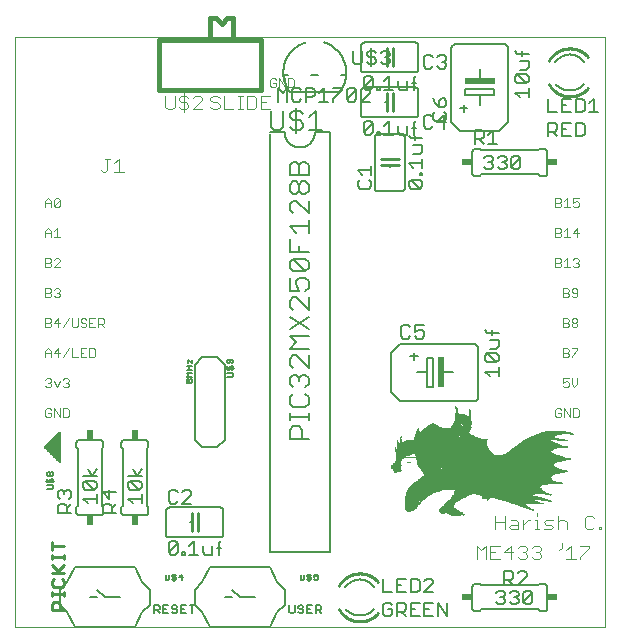
<source format=gto>
G75*
%MOIN*%
%OFA0B0*%
%FSLAX25Y25*%
%IPPOS*%
%LPD*%
%AMOC8*
5,1,8,0,0,1.08239X$1,22.5*
%
%ADD10C,0.00000*%
%ADD11C,0.00300*%
%ADD12C,0.00400*%
%ADD13R,0.00500X0.00100*%
%ADD14R,0.02500X0.00100*%
%ADD15R,0.00900X0.00100*%
%ADD16R,0.00200X0.00100*%
%ADD17R,0.05000X0.00100*%
%ADD18R,0.01400X0.00100*%
%ADD19R,0.01500X0.00100*%
%ADD20R,0.05100X0.00100*%
%ADD21R,0.01600X0.00100*%
%ADD22R,0.05200X0.00100*%
%ADD23R,0.07200X0.00100*%
%ADD24R,0.06900X0.00100*%
%ADD25R,0.06800X0.00100*%
%ADD26R,0.00100X0.00100*%
%ADD27R,0.06600X0.00100*%
%ADD28R,0.02300X0.00100*%
%ADD29R,0.06500X0.00100*%
%ADD30R,0.02600X0.00100*%
%ADD31R,0.06300X0.00100*%
%ADD32R,0.01200X0.00100*%
%ADD33R,0.06200X0.00100*%
%ADD34R,0.00600X0.00100*%
%ADD35R,0.00300X0.00100*%
%ADD36R,0.06000X0.00100*%
%ADD37R,0.00800X0.00100*%
%ADD38R,0.00700X0.00100*%
%ADD39R,0.05800X0.00100*%
%ADD40R,0.00400X0.00100*%
%ADD41R,0.05600X0.00100*%
%ADD42R,0.05300X0.00100*%
%ADD43R,0.01000X0.00100*%
%ADD44R,0.04900X0.00100*%
%ADD45R,0.01300X0.00100*%
%ADD46R,0.01100X0.00100*%
%ADD47R,0.04600X0.00100*%
%ADD48R,0.02200X0.00100*%
%ADD49R,0.02000X0.00100*%
%ADD50R,0.04200X0.00100*%
%ADD51R,0.01700X0.00100*%
%ADD52R,0.01800X0.00100*%
%ADD53R,0.03800X0.00100*%
%ADD54R,0.01900X0.00100*%
%ADD55R,0.03600X0.00100*%
%ADD56R,0.03500X0.00100*%
%ADD57R,0.03400X0.00100*%
%ADD58R,0.03300X0.00100*%
%ADD59R,0.02400X0.00100*%
%ADD60R,0.03200X0.00100*%
%ADD61R,0.02800X0.00100*%
%ADD62R,0.03100X0.00100*%
%ADD63R,0.03000X0.00100*%
%ADD64R,0.03900X0.00100*%
%ADD65R,0.02900X0.00100*%
%ADD66R,0.04700X0.00100*%
%ADD67R,0.04100X0.00100*%
%ADD68R,0.04300X0.00100*%
%ADD69R,0.05700X0.00100*%
%ADD70R,0.10100X0.00100*%
%ADD71R,0.10000X0.00100*%
%ADD72R,0.06100X0.00100*%
%ADD73R,0.07500X0.00100*%
%ADD74R,0.10200X0.00100*%
%ADD75R,0.10300X0.00100*%
%ADD76R,0.08400X0.00100*%
%ADD77R,0.10600X0.00100*%
%ADD78R,0.11100X0.00100*%
%ADD79R,0.15700X0.00100*%
%ADD80R,0.15900X0.00100*%
%ADD81R,0.16000X0.00100*%
%ADD82R,0.03700X0.00100*%
%ADD83R,0.16100X0.00100*%
%ADD84R,0.15800X0.00100*%
%ADD85R,0.02700X0.00100*%
%ADD86R,0.16200X0.00100*%
%ADD87R,0.04400X0.00100*%
%ADD88R,0.18800X0.00100*%
%ADD89R,0.18400X0.00100*%
%ADD90R,0.17700X0.00100*%
%ADD91R,0.04800X0.00100*%
%ADD92R,0.16900X0.00100*%
%ADD93R,0.16800X0.00100*%
%ADD94R,0.17000X0.00100*%
%ADD95R,0.08500X0.00100*%
%ADD96R,0.09700X0.00100*%
%ADD97R,0.08900X0.00100*%
%ADD98R,0.15200X0.00100*%
%ADD99R,0.08100X0.00100*%
%ADD100R,0.13400X0.00100*%
%ADD101R,0.20700X0.00100*%
%ADD102R,0.14100X0.00100*%
%ADD103R,0.06700X0.00100*%
%ADD104R,0.12400X0.00100*%
%ADD105R,0.02100X0.00100*%
%ADD106R,0.15000X0.00100*%
%ADD107R,0.14000X0.00100*%
%ADD108R,0.09100X0.00100*%
%ADD109R,0.13900X0.00100*%
%ADD110R,0.14900X0.00100*%
%ADD111R,0.05400X0.00100*%
%ADD112R,0.09600X0.00100*%
%ADD113R,0.10400X0.00100*%
%ADD114R,0.09000X0.00100*%
%ADD115R,0.05500X0.00100*%
%ADD116R,0.07600X0.00100*%
%ADD117R,0.04500X0.00100*%
%ADD118R,0.07100X0.00100*%
%ADD119R,0.13300X0.00100*%
%ADD120R,0.07000X0.00100*%
%ADD121R,0.08000X0.00100*%
%ADD122R,0.05900X0.00100*%
%ADD123R,0.07800X0.00100*%
%ADD124R,0.04000X0.00100*%
%ADD125R,0.11900X0.00100*%
%ADD126R,0.06400X0.00100*%
%ADD127R,0.07400X0.00100*%
%ADD128R,0.08200X0.00100*%
%ADD129R,0.08700X0.00100*%
%ADD130R,0.08600X0.00100*%
%ADD131R,0.11200X0.00100*%
%ADD132R,0.07300X0.00100*%
%ADD133R,0.11000X0.00100*%
%ADD134R,0.07700X0.00100*%
%ADD135R,0.09200X0.00100*%
%ADD136R,0.07900X0.00100*%
%ADD137R,0.10500X0.00100*%
%ADD138R,0.16500X0.00100*%
%ADD139R,0.09400X0.00100*%
%ADD140R,0.08300X0.00100*%
%ADD141R,0.13600X0.00100*%
%ADD142R,0.13100X0.00100*%
%ADD143R,0.13200X0.00100*%
%ADD144R,0.12800X0.00100*%
%ADD145R,0.13800X0.00100*%
%ADD146R,0.12700X0.00100*%
%ADD147R,0.13000X0.00100*%
%ADD148R,0.15600X0.00100*%
%ADD149R,0.08800X0.00100*%
%ADD150R,0.10700X0.00100*%
%ADD151R,0.20000X0.00100*%
%ADD152R,0.10900X0.00100*%
%ADD153R,0.20600X0.00100*%
%ADD154R,0.20300X0.00100*%
%ADD155R,0.19500X0.00100*%
%ADD156R,0.21000X0.00100*%
%ADD157R,0.21100X0.00100*%
%ADD158R,0.11400X0.00100*%
%ADD159R,0.21500X0.00100*%
%ADD160R,0.22200X0.00100*%
%ADD161R,0.22400X0.00100*%
%ADD162R,0.22000X0.00100*%
%ADD163R,0.20400X0.00100*%
%ADD164R,0.11500X0.00100*%
%ADD165R,0.13500X0.00100*%
%ADD166R,0.09500X0.00100*%
%ADD167R,0.13700X0.00100*%
%ADD168R,0.14800X0.00100*%
%ADD169R,0.14700X0.00100*%
%ADD170R,0.14600X0.00100*%
%ADD171R,0.14500X0.00100*%
%ADD172R,0.14400X0.00100*%
%ADD173R,0.14300X0.00100*%
%ADD174R,0.14200X0.00100*%
%ADD175R,0.10800X0.00100*%
%ADD176R,0.09800X0.00100*%
%ADD177R,0.12500X0.00100*%
%ADD178R,0.12300X0.00100*%
%ADD179R,0.12200X0.00100*%
%ADD180R,0.12100X0.00100*%
%ADD181R,0.11800X0.00100*%
%ADD182R,0.11600X0.00100*%
%ADD183C,0.00600*%
%ADD184C,0.01000*%
%ADD185C,0.00500*%
%ADD186R,0.02000X0.10000*%
%ADD187R,0.10000X0.02000*%
%ADD188R,0.03400X0.02400*%
%ADD189R,0.02400X0.03400*%
%ADD190C,0.00700*%
%ADD191C,0.01600*%
%ADD192C,0.00800*%
D10*
X0001800Y0001800D02*
X0001800Y0198650D01*
X0198650Y0198650D01*
X0198650Y0001800D01*
X0001800Y0001800D01*
D11*
X0012434Y0071950D02*
X0013401Y0071950D01*
X0013885Y0072434D01*
X0013885Y0073401D01*
X0012917Y0073401D01*
X0011950Y0072434D02*
X0012434Y0071950D01*
X0011950Y0072434D02*
X0011950Y0074369D01*
X0012434Y0074852D01*
X0013401Y0074852D01*
X0013885Y0074369D01*
X0014897Y0074852D02*
X0014897Y0071950D01*
X0016831Y0071950D02*
X0016831Y0074852D01*
X0017843Y0074852D02*
X0019294Y0074852D01*
X0019778Y0074369D01*
X0019778Y0072434D01*
X0019294Y0071950D01*
X0017843Y0071950D01*
X0017843Y0074852D01*
X0014897Y0074852D02*
X0016831Y0071950D01*
X0015864Y0081950D02*
X0016831Y0083885D01*
X0017843Y0084369D02*
X0018327Y0084852D01*
X0019294Y0084852D01*
X0019778Y0084369D01*
X0019778Y0083885D01*
X0019294Y0083401D01*
X0019778Y0082917D01*
X0019778Y0082434D01*
X0019294Y0081950D01*
X0018327Y0081950D01*
X0017843Y0082434D01*
X0018811Y0083401D02*
X0019294Y0083401D01*
X0015864Y0081950D02*
X0014897Y0083885D01*
X0013885Y0083885D02*
X0013401Y0083401D01*
X0013885Y0082917D01*
X0013885Y0082434D01*
X0013401Y0081950D01*
X0012434Y0081950D01*
X0011950Y0082434D01*
X0012917Y0083401D02*
X0013401Y0083401D01*
X0013885Y0083885D02*
X0013885Y0084369D01*
X0013401Y0084852D01*
X0012434Y0084852D01*
X0011950Y0084369D01*
X0011950Y0091950D02*
X0011950Y0093885D01*
X0012917Y0094852D01*
X0013885Y0093885D01*
X0013885Y0091950D01*
X0013885Y0093401D02*
X0011950Y0093401D01*
X0014897Y0093401D02*
X0016831Y0093401D01*
X0016348Y0091950D02*
X0016348Y0094852D01*
X0014897Y0093401D01*
X0017843Y0091950D02*
X0019778Y0094852D01*
X0020790Y0094852D02*
X0020790Y0091950D01*
X0022725Y0091950D01*
X0023736Y0091950D02*
X0025671Y0091950D01*
X0026683Y0091950D02*
X0026683Y0094852D01*
X0028134Y0094852D01*
X0028618Y0094369D01*
X0028618Y0092434D01*
X0028134Y0091950D01*
X0026683Y0091950D01*
X0024704Y0093401D02*
X0023736Y0093401D01*
X0023736Y0094852D02*
X0023736Y0091950D01*
X0023736Y0094852D02*
X0025671Y0094852D01*
X0025187Y0101950D02*
X0024220Y0101950D01*
X0023736Y0102434D01*
X0022725Y0102434D02*
X0022725Y0104852D01*
X0023736Y0104369D02*
X0023736Y0103885D01*
X0024220Y0103401D01*
X0025187Y0103401D01*
X0025671Y0102917D01*
X0025671Y0102434D01*
X0025187Y0101950D01*
X0026683Y0101950D02*
X0026683Y0104852D01*
X0028618Y0104852D01*
X0029629Y0104852D02*
X0031080Y0104852D01*
X0031564Y0104369D01*
X0031564Y0103401D01*
X0031080Y0102917D01*
X0029629Y0102917D01*
X0029629Y0101950D02*
X0029629Y0104852D01*
X0030597Y0102917D02*
X0031564Y0101950D01*
X0028618Y0101950D02*
X0026683Y0101950D01*
X0026683Y0103401D02*
X0027650Y0103401D01*
X0025671Y0104369D02*
X0025187Y0104852D01*
X0024220Y0104852D01*
X0023736Y0104369D01*
X0022725Y0102434D02*
X0022241Y0101950D01*
X0021273Y0101950D01*
X0020790Y0102434D01*
X0020790Y0104852D01*
X0019778Y0104852D02*
X0017843Y0101950D01*
X0016348Y0101950D02*
X0016348Y0104852D01*
X0014897Y0103401D01*
X0016831Y0103401D01*
X0013885Y0102917D02*
X0013885Y0102434D01*
X0013401Y0101950D01*
X0011950Y0101950D01*
X0011950Y0104852D01*
X0013401Y0104852D01*
X0013885Y0104369D01*
X0013885Y0103885D01*
X0013401Y0103401D01*
X0011950Y0103401D01*
X0013401Y0103401D02*
X0013885Y0102917D01*
X0013401Y0111950D02*
X0011950Y0111950D01*
X0011950Y0114852D01*
X0013401Y0114852D01*
X0013885Y0114369D01*
X0013885Y0113885D01*
X0013401Y0113401D01*
X0011950Y0113401D01*
X0013401Y0113401D02*
X0013885Y0112917D01*
X0013885Y0112434D01*
X0013401Y0111950D01*
X0014897Y0112434D02*
X0015380Y0111950D01*
X0016348Y0111950D01*
X0016831Y0112434D01*
X0016831Y0112917D01*
X0016348Y0113401D01*
X0015864Y0113401D01*
X0016348Y0113401D02*
X0016831Y0113885D01*
X0016831Y0114369D01*
X0016348Y0114852D01*
X0015380Y0114852D01*
X0014897Y0114369D01*
X0014897Y0121950D02*
X0016831Y0123885D01*
X0016831Y0124369D01*
X0016348Y0124852D01*
X0015380Y0124852D01*
X0014897Y0124369D01*
X0013885Y0124369D02*
X0013885Y0123885D01*
X0013401Y0123401D01*
X0011950Y0123401D01*
X0011950Y0121950D02*
X0013401Y0121950D01*
X0013885Y0122434D01*
X0013885Y0122917D01*
X0013401Y0123401D01*
X0013885Y0124369D02*
X0013401Y0124852D01*
X0011950Y0124852D01*
X0011950Y0121950D01*
X0014897Y0121950D02*
X0016831Y0121950D01*
X0016831Y0131950D02*
X0014897Y0131950D01*
X0015864Y0131950D02*
X0015864Y0134852D01*
X0014897Y0133885D01*
X0013885Y0133885D02*
X0013885Y0131950D01*
X0013885Y0133401D02*
X0011950Y0133401D01*
X0011950Y0133885D02*
X0012917Y0134852D01*
X0013885Y0133885D01*
X0011950Y0133885D02*
X0011950Y0131950D01*
X0011950Y0141950D02*
X0011950Y0143885D01*
X0012917Y0144852D01*
X0013885Y0143885D01*
X0013885Y0141950D01*
X0014897Y0142434D02*
X0014897Y0144369D01*
X0015380Y0144852D01*
X0016348Y0144852D01*
X0016831Y0144369D01*
X0014897Y0142434D01*
X0015380Y0141950D01*
X0016348Y0141950D01*
X0016831Y0142434D01*
X0016831Y0144369D01*
X0013885Y0143401D02*
X0011950Y0143401D01*
X0086950Y0182434D02*
X0087434Y0181950D01*
X0088401Y0181950D01*
X0088885Y0182434D01*
X0088885Y0183401D01*
X0087917Y0183401D01*
X0086950Y0182434D02*
X0086950Y0184369D01*
X0087434Y0184852D01*
X0088401Y0184852D01*
X0088885Y0184369D01*
X0089897Y0184852D02*
X0091831Y0181950D01*
X0091831Y0184852D01*
X0092843Y0184852D02*
X0094294Y0184852D01*
X0094778Y0184369D01*
X0094778Y0182434D01*
X0094294Y0181950D01*
X0092843Y0181950D01*
X0092843Y0184852D01*
X0089897Y0184852D02*
X0089897Y0181950D01*
X0181950Y0144852D02*
X0181950Y0141950D01*
X0183401Y0141950D01*
X0183885Y0142434D01*
X0183885Y0142917D01*
X0183401Y0143401D01*
X0181950Y0143401D01*
X0183401Y0143401D02*
X0183885Y0143885D01*
X0183885Y0144369D01*
X0183401Y0144852D01*
X0181950Y0144852D01*
X0184897Y0143885D02*
X0185864Y0144852D01*
X0185864Y0141950D01*
X0184897Y0141950D02*
X0186831Y0141950D01*
X0187843Y0142434D02*
X0188327Y0141950D01*
X0189294Y0141950D01*
X0189778Y0142434D01*
X0189778Y0143401D01*
X0189294Y0143885D01*
X0188811Y0143885D01*
X0187843Y0143401D01*
X0187843Y0144852D01*
X0189778Y0144852D01*
X0189294Y0134852D02*
X0187843Y0133401D01*
X0189778Y0133401D01*
X0189294Y0131950D02*
X0189294Y0134852D01*
X0185864Y0134852D02*
X0185864Y0131950D01*
X0184897Y0131950D02*
X0186831Y0131950D01*
X0184897Y0133885D02*
X0185864Y0134852D01*
X0183885Y0134369D02*
X0183885Y0133885D01*
X0183401Y0133401D01*
X0181950Y0133401D01*
X0181950Y0131950D02*
X0183401Y0131950D01*
X0183885Y0132434D01*
X0183885Y0132917D01*
X0183401Y0133401D01*
X0183885Y0134369D02*
X0183401Y0134852D01*
X0181950Y0134852D01*
X0181950Y0131950D01*
X0181950Y0124852D02*
X0183401Y0124852D01*
X0183885Y0124369D01*
X0183885Y0123885D01*
X0183401Y0123401D01*
X0181950Y0123401D01*
X0181950Y0121950D02*
X0183401Y0121950D01*
X0183885Y0122434D01*
X0183885Y0122917D01*
X0183401Y0123401D01*
X0184897Y0123885D02*
X0185864Y0124852D01*
X0185864Y0121950D01*
X0184897Y0121950D02*
X0186831Y0121950D01*
X0187843Y0122434D02*
X0188327Y0121950D01*
X0189294Y0121950D01*
X0189778Y0122434D01*
X0189778Y0122917D01*
X0189294Y0123401D01*
X0188811Y0123401D01*
X0189294Y0123401D02*
X0189778Y0123885D01*
X0189778Y0124369D01*
X0189294Y0124852D01*
X0188327Y0124852D01*
X0187843Y0124369D01*
X0181950Y0124852D02*
X0181950Y0121950D01*
X0184450Y0114852D02*
X0185901Y0114852D01*
X0186385Y0114369D01*
X0186385Y0113885D01*
X0185901Y0113401D01*
X0184450Y0113401D01*
X0184450Y0111950D02*
X0185901Y0111950D01*
X0186385Y0112434D01*
X0186385Y0112917D01*
X0185901Y0113401D01*
X0187397Y0113885D02*
X0187880Y0113401D01*
X0189331Y0113401D01*
X0189331Y0112434D02*
X0189331Y0114369D01*
X0188848Y0114852D01*
X0187880Y0114852D01*
X0187397Y0114369D01*
X0187397Y0113885D01*
X0187397Y0112434D02*
X0187880Y0111950D01*
X0188848Y0111950D01*
X0189331Y0112434D01*
X0184450Y0111950D02*
X0184450Y0114852D01*
X0184450Y0104852D02*
X0185901Y0104852D01*
X0186385Y0104369D01*
X0186385Y0103885D01*
X0185901Y0103401D01*
X0184450Y0103401D01*
X0184450Y0101950D02*
X0185901Y0101950D01*
X0186385Y0102434D01*
X0186385Y0102917D01*
X0185901Y0103401D01*
X0187397Y0102917D02*
X0187880Y0103401D01*
X0188848Y0103401D01*
X0189331Y0102917D01*
X0189331Y0102434D01*
X0188848Y0101950D01*
X0187880Y0101950D01*
X0187397Y0102434D01*
X0187397Y0102917D01*
X0187880Y0103401D02*
X0187397Y0103885D01*
X0187397Y0104369D01*
X0187880Y0104852D01*
X0188848Y0104852D01*
X0189331Y0104369D01*
X0189331Y0103885D01*
X0188848Y0103401D01*
X0184450Y0101950D02*
X0184450Y0104852D01*
X0184450Y0094852D02*
X0185901Y0094852D01*
X0186385Y0094369D01*
X0186385Y0093885D01*
X0185901Y0093401D01*
X0184450Y0093401D01*
X0184450Y0091950D02*
X0184450Y0094852D01*
X0185901Y0093401D02*
X0186385Y0092917D01*
X0186385Y0092434D01*
X0185901Y0091950D01*
X0184450Y0091950D01*
X0187397Y0091950D02*
X0187397Y0092434D01*
X0189331Y0094369D01*
X0189331Y0094852D01*
X0187397Y0094852D01*
X0187397Y0084852D02*
X0187397Y0082917D01*
X0188364Y0081950D01*
X0189331Y0082917D01*
X0189331Y0084852D01*
X0186385Y0084852D02*
X0184450Y0084852D01*
X0184450Y0083401D01*
X0185417Y0083885D01*
X0185901Y0083885D01*
X0186385Y0083401D01*
X0186385Y0082434D01*
X0185901Y0081950D01*
X0184934Y0081950D01*
X0184450Y0082434D01*
X0184897Y0074852D02*
X0186831Y0071950D01*
X0186831Y0074852D01*
X0187843Y0074852D02*
X0189294Y0074852D01*
X0189778Y0074369D01*
X0189778Y0072434D01*
X0189294Y0071950D01*
X0187843Y0071950D01*
X0187843Y0074852D01*
X0184897Y0074852D02*
X0184897Y0071950D01*
X0183885Y0072434D02*
X0183401Y0071950D01*
X0182434Y0071950D01*
X0181950Y0072434D01*
X0181950Y0074369D01*
X0182434Y0074852D01*
X0183401Y0074852D01*
X0183885Y0074369D01*
X0183885Y0073401D02*
X0182917Y0073401D01*
X0183885Y0073401D02*
X0183885Y0072434D01*
D12*
X0175812Y0039871D02*
X0175812Y0039104D01*
X0175812Y0037569D02*
X0175812Y0034500D01*
X0176579Y0034500D02*
X0175044Y0034500D01*
X0171208Y0034500D02*
X0171208Y0037569D01*
X0171208Y0036035D02*
X0172742Y0037569D01*
X0173510Y0037569D01*
X0175044Y0037569D02*
X0175812Y0037569D01*
X0178114Y0036802D02*
X0178881Y0037569D01*
X0181183Y0037569D01*
X0180416Y0036035D02*
X0178881Y0036035D01*
X0178114Y0036802D01*
X0178114Y0034500D02*
X0180416Y0034500D01*
X0181183Y0035267D01*
X0180416Y0036035D01*
X0182718Y0036802D02*
X0183485Y0037569D01*
X0185020Y0037569D01*
X0185787Y0036802D01*
X0185787Y0034500D01*
X0182718Y0034500D02*
X0182718Y0039104D01*
X0184141Y0029871D02*
X0184141Y0028337D01*
X0183374Y0027569D01*
X0185676Y0027569D02*
X0187210Y0029104D01*
X0187210Y0024500D01*
X0185676Y0024500D02*
X0188745Y0024500D01*
X0190279Y0024500D02*
X0190279Y0025267D01*
X0193349Y0028337D01*
X0193349Y0029104D01*
X0190279Y0029104D01*
X0192693Y0034500D02*
X0194227Y0034500D01*
X0194995Y0035267D01*
X0196529Y0035267D02*
X0196529Y0034500D01*
X0197297Y0034500D01*
X0197297Y0035267D01*
X0196529Y0035267D01*
X0194995Y0038337D02*
X0194227Y0039104D01*
X0192693Y0039104D01*
X0191926Y0038337D01*
X0191926Y0035267D01*
X0192693Y0034500D01*
X0177235Y0028337D02*
X0177235Y0027569D01*
X0176468Y0026802D01*
X0177235Y0026035D01*
X0177235Y0025267D01*
X0176468Y0024500D01*
X0174933Y0024500D01*
X0174166Y0025267D01*
X0172631Y0025267D02*
X0171864Y0024500D01*
X0170329Y0024500D01*
X0169562Y0025267D01*
X0171096Y0026802D02*
X0171864Y0026802D01*
X0172631Y0026035D01*
X0172631Y0025267D01*
X0171864Y0026802D02*
X0172631Y0027569D01*
X0172631Y0028337D01*
X0171864Y0029104D01*
X0170329Y0029104D01*
X0169562Y0028337D01*
X0168027Y0026802D02*
X0164958Y0026802D01*
X0167260Y0029104D01*
X0167260Y0024500D01*
X0163423Y0024500D02*
X0160354Y0024500D01*
X0160354Y0029104D01*
X0163423Y0029104D01*
X0161889Y0026802D02*
X0160354Y0026802D01*
X0158819Y0029104D02*
X0158819Y0024500D01*
X0155750Y0024500D02*
X0155750Y0029104D01*
X0157285Y0027569D01*
X0158819Y0029104D01*
X0162000Y0034500D02*
X0162000Y0039104D01*
X0162000Y0036802D02*
X0165069Y0036802D01*
X0166604Y0035267D02*
X0167371Y0036035D01*
X0169673Y0036035D01*
X0169673Y0036802D02*
X0169673Y0034500D01*
X0167371Y0034500D01*
X0166604Y0035267D01*
X0165069Y0034500D02*
X0165069Y0039104D01*
X0167371Y0037569D02*
X0168906Y0037569D01*
X0169673Y0036802D01*
X0174933Y0029104D02*
X0176468Y0029104D01*
X0177235Y0028337D01*
X0176468Y0026802D02*
X0175700Y0026802D01*
X0174166Y0028337D02*
X0174933Y0029104D01*
X0038079Y0153457D02*
X0035009Y0153457D01*
X0036544Y0153457D02*
X0036544Y0158061D01*
X0035009Y0156526D01*
X0033475Y0158061D02*
X0031940Y0158061D01*
X0032707Y0158061D02*
X0032707Y0154224D01*
X0031940Y0153457D01*
X0031173Y0153457D01*
X0030406Y0154224D01*
X0052000Y0175267D02*
X0052767Y0174500D01*
X0054302Y0174500D01*
X0055069Y0175267D01*
X0055069Y0179104D01*
X0056604Y0178337D02*
X0056604Y0177569D01*
X0057371Y0176802D01*
X0058906Y0176802D01*
X0059673Y0176035D01*
X0059673Y0175267D01*
X0058906Y0174500D01*
X0057371Y0174500D01*
X0056604Y0175267D01*
X0058139Y0173733D02*
X0058139Y0179871D01*
X0058906Y0179104D02*
X0057371Y0179104D01*
X0056604Y0178337D01*
X0058906Y0179104D02*
X0059673Y0178337D01*
X0061208Y0178337D02*
X0061975Y0179104D01*
X0063510Y0179104D01*
X0064277Y0178337D01*
X0064277Y0177569D01*
X0061208Y0174500D01*
X0064277Y0174500D01*
X0067000Y0175267D02*
X0067767Y0174500D01*
X0069302Y0174500D01*
X0070069Y0175267D01*
X0070069Y0176035D01*
X0069302Y0176802D01*
X0067767Y0176802D01*
X0067000Y0177569D01*
X0067000Y0178337D01*
X0067767Y0179104D01*
X0069302Y0179104D01*
X0070069Y0178337D01*
X0071604Y0179104D02*
X0071604Y0174500D01*
X0074673Y0174500D01*
X0076208Y0174500D02*
X0077742Y0174500D01*
X0076975Y0174500D02*
X0076975Y0179104D01*
X0076208Y0179104D02*
X0077742Y0179104D01*
X0079277Y0179104D02*
X0081579Y0179104D01*
X0082346Y0178337D01*
X0082346Y0175267D01*
X0081579Y0174500D01*
X0079277Y0174500D01*
X0079277Y0179104D01*
X0083881Y0179104D02*
X0083881Y0174500D01*
X0086950Y0174500D01*
X0085416Y0176802D02*
X0083881Y0176802D01*
X0083881Y0179104D02*
X0086950Y0179104D01*
X0052000Y0179104D02*
X0052000Y0175267D01*
D13*
X0149000Y0074700D03*
X0149000Y0074600D03*
X0153600Y0073800D03*
X0153600Y0073700D03*
X0153600Y0073600D03*
X0153600Y0073500D03*
X0153600Y0073400D03*
X0153600Y0073300D03*
X0153600Y0068700D03*
X0153600Y0067800D03*
X0153300Y0066200D03*
X0149400Y0062100D03*
X0147200Y0059100D03*
X0146900Y0059000D03*
X0147300Y0058200D03*
X0146900Y0057900D03*
X0145700Y0057800D03*
X0145200Y0057900D03*
X0145200Y0057700D03*
X0145200Y0058100D03*
X0144500Y0058300D03*
X0144100Y0058000D03*
X0144100Y0057700D03*
X0143700Y0057600D03*
X0143700Y0057900D03*
X0143300Y0058000D03*
X0142800Y0058100D03*
X0142400Y0058300D03*
X0142400Y0058500D03*
X0142000Y0058600D03*
X0142100Y0059200D03*
X0142100Y0059500D03*
X0142500Y0059600D03*
X0142500Y0059300D03*
X0141700Y0059300D03*
X0141700Y0059600D03*
X0141300Y0059400D03*
X0140900Y0059300D03*
X0140900Y0059100D03*
X0140500Y0059200D03*
X0140500Y0059400D03*
X0140900Y0059600D03*
X0140100Y0059600D03*
X0140100Y0059800D03*
X0139600Y0059700D03*
X0139200Y0060300D03*
X0139300Y0060500D03*
X0138400Y0060900D03*
X0138100Y0061600D03*
X0137500Y0061400D03*
X0137300Y0061600D03*
X0137100Y0061800D03*
X0136900Y0062000D03*
X0136400Y0062100D03*
X0136000Y0062300D03*
X0136000Y0062500D03*
X0135600Y0062600D03*
X0135600Y0062400D03*
X0135600Y0062100D03*
X0135700Y0061600D03*
X0135600Y0061400D03*
X0135800Y0061100D03*
X0135800Y0060900D03*
X0136200Y0061000D03*
X0136100Y0061300D03*
X0136500Y0061600D03*
X0136400Y0060700D03*
X0137200Y0060800D03*
X0137400Y0061100D03*
X0135400Y0061000D03*
X0135200Y0060600D03*
X0134900Y0060700D03*
X0134700Y0060300D03*
X0134500Y0060100D03*
X0133400Y0059900D03*
X0131500Y0060500D03*
X0132200Y0061800D03*
X0132600Y0061900D03*
X0133500Y0063500D03*
X0134800Y0063200D03*
X0135700Y0063200D03*
X0136000Y0064100D03*
X0135300Y0064300D03*
X0137100Y0063500D03*
X0135200Y0061500D03*
X0134500Y0061700D03*
X0129600Y0062700D03*
X0129600Y0062800D03*
X0129000Y0061000D03*
X0129000Y0060900D03*
X0129000Y0060800D03*
X0136300Y0067600D03*
X0139400Y0061900D03*
X0140900Y0061100D03*
X0141500Y0061800D03*
X0142800Y0061500D03*
X0142900Y0060900D03*
X0143300Y0060500D03*
X0143500Y0061100D03*
X0143900Y0061500D03*
X0144700Y0060300D03*
X0144900Y0060000D03*
X0145100Y0059800D03*
X0145600Y0060500D03*
X0145300Y0057300D03*
X0145600Y0056100D03*
X0145600Y0055800D03*
X0146000Y0055700D03*
X0146000Y0056000D03*
X0146400Y0055800D03*
X0146800Y0056000D03*
X0146800Y0056200D03*
X0147400Y0055800D03*
X0148100Y0056000D03*
X0148100Y0055300D03*
X0148400Y0055200D03*
X0148000Y0054800D03*
X0148000Y0054600D03*
X0147600Y0055000D03*
X0146700Y0054900D03*
X0146000Y0055200D03*
X0145200Y0055700D03*
X0145200Y0056000D03*
X0143600Y0057000D03*
X0142500Y0056900D03*
X0142900Y0056100D03*
X0142800Y0055900D03*
X0142400Y0056000D03*
X0142000Y0055500D03*
X0140800Y0054700D03*
X0139900Y0054100D03*
X0139100Y0055700D03*
X0138600Y0056500D03*
X0140800Y0058500D03*
X0140400Y0060300D03*
X0141900Y0053800D03*
X0143500Y0054000D03*
X0144900Y0053900D03*
X0147500Y0052300D03*
X0147700Y0052000D03*
X0148000Y0051300D03*
X0148200Y0051100D03*
X0148400Y0050900D03*
X0148400Y0050700D03*
X0148500Y0050500D03*
X0148500Y0050400D03*
X0148900Y0050100D03*
X0149000Y0049800D03*
X0148600Y0049900D03*
X0148200Y0049800D03*
X0148000Y0049600D03*
X0147800Y0049700D03*
X0147800Y0049900D03*
X0147600Y0050200D03*
X0147700Y0050400D03*
X0148100Y0050100D03*
X0148100Y0050800D03*
X0147600Y0050900D03*
X0147300Y0050800D03*
X0146800Y0050900D03*
X0146900Y0050400D03*
X0146800Y0050200D03*
X0147000Y0049900D03*
X0147000Y0049700D03*
X0147000Y0049400D03*
X0147100Y0049100D03*
X0146700Y0048700D03*
X0146500Y0048500D03*
X0146400Y0048100D03*
X0147500Y0047900D03*
X0147700Y0048900D03*
X0147400Y0049800D03*
X0147300Y0050100D03*
X0146600Y0049800D03*
X0147000Y0051500D03*
X0148500Y0052000D03*
X0148700Y0051800D03*
X0148600Y0051500D03*
X0148600Y0051200D03*
X0149000Y0051100D03*
X0148900Y0050800D03*
X0149300Y0050500D03*
X0150000Y0050900D03*
X0150000Y0051200D03*
X0150400Y0051300D03*
X0150400Y0051000D03*
X0150800Y0050900D03*
X0150800Y0051200D03*
X0151200Y0051100D03*
X0151600Y0051200D03*
X0151600Y0050900D03*
X0152000Y0051100D03*
X0152000Y0051300D03*
X0152400Y0050900D03*
X0152900Y0050800D03*
X0153300Y0050600D03*
X0153200Y0050400D03*
X0152800Y0050300D03*
X0154100Y0051200D03*
X0154100Y0052000D03*
X0153200Y0052000D03*
X0153700Y0052900D03*
X0154100Y0053300D03*
X0154300Y0053200D03*
X0154500Y0052900D03*
X0154700Y0053100D03*
X0154900Y0053300D03*
X0155100Y0053200D03*
X0155200Y0053400D03*
X0155300Y0053600D03*
X0155600Y0054000D03*
X0156000Y0053700D03*
X0156600Y0053900D03*
X0156700Y0053400D03*
X0156600Y0053100D03*
X0156600Y0052600D03*
X0156900Y0052400D03*
X0157000Y0052700D03*
X0157400Y0053000D03*
X0157600Y0052700D03*
X0158100Y0053200D03*
X0158500Y0053400D03*
X0158500Y0052700D03*
X0159400Y0052600D03*
X0158700Y0051500D03*
X0158400Y0050700D03*
X0158200Y0050800D03*
X0157600Y0050300D03*
X0158000Y0049900D03*
X0158000Y0049700D03*
X0158100Y0049300D03*
X0157900Y0049100D03*
X0157200Y0049600D03*
X0156800Y0049700D03*
X0156800Y0049500D03*
X0156400Y0049600D03*
X0156400Y0049800D03*
X0156000Y0049700D03*
X0155700Y0049800D03*
X0155700Y0050000D03*
X0155300Y0050500D03*
X0155600Y0050800D03*
X0155600Y0051000D03*
X0156000Y0050700D03*
X0156500Y0050400D03*
X0156600Y0050700D03*
X0156800Y0050500D03*
X0156700Y0051000D03*
X0156700Y0051300D03*
X0156700Y0051500D03*
X0156400Y0051700D03*
X0156300Y0051400D03*
X0156000Y0052000D03*
X0155400Y0051800D03*
X0155000Y0052200D03*
X0155100Y0052700D03*
X0155300Y0052900D03*
X0155500Y0053100D03*
X0156200Y0052700D03*
X0156800Y0052000D03*
X0156900Y0051800D03*
X0157300Y0051900D03*
X0157100Y0051400D03*
X0157500Y0051300D03*
X0156400Y0049300D03*
X0156000Y0049200D03*
X0156000Y0049000D03*
X0155400Y0049000D03*
X0155800Y0048200D03*
X0154800Y0050800D03*
X0153300Y0053300D03*
X0152900Y0053200D03*
X0152200Y0053500D03*
X0152300Y0054300D03*
X0153000Y0054200D03*
X0153400Y0054300D03*
X0153600Y0054000D03*
X0153800Y0054200D03*
X0154200Y0054300D03*
X0154400Y0054000D03*
X0154500Y0053800D03*
X0154600Y0054200D03*
X0154000Y0053700D03*
X0152900Y0055500D03*
X0152700Y0057000D03*
X0153300Y0057000D03*
X0152100Y0056900D03*
X0151500Y0056600D03*
X0150800Y0056700D03*
X0150200Y0057400D03*
X0150300Y0057500D03*
X0149400Y0058000D03*
X0148400Y0056800D03*
X0149600Y0056100D03*
X0149400Y0054900D03*
X0150000Y0053600D03*
X0149800Y0053400D03*
X0149700Y0052600D03*
X0149700Y0052400D03*
X0149100Y0052200D03*
X0150500Y0051900D03*
X0151200Y0052100D03*
X0151700Y0052000D03*
X0151200Y0052900D03*
X0150200Y0049800D03*
X0149700Y0049200D03*
X0148700Y0049100D03*
X0148600Y0049400D03*
X0141700Y0048200D03*
X0141300Y0047000D03*
X0140400Y0047300D03*
X0140100Y0048300D03*
X0139100Y0047500D03*
X0138300Y0047500D03*
X0137700Y0047200D03*
X0137400Y0047500D03*
X0137000Y0047400D03*
X0136900Y0047700D03*
X0136800Y0047900D03*
X0136500Y0048000D03*
X0136500Y0048200D03*
X0136400Y0048400D03*
X0136300Y0048700D03*
X0136500Y0048900D03*
X0136700Y0048800D03*
X0136700Y0048600D03*
X0137200Y0048400D03*
X0136600Y0047500D03*
X0136600Y0047300D03*
X0136200Y0047400D03*
X0136300Y0046700D03*
X0135600Y0046600D03*
X0135500Y0047000D03*
X0134600Y0047000D03*
X0134200Y0047100D03*
X0134300Y0046600D03*
X0134300Y0046300D03*
X0134300Y0046100D03*
X0134100Y0046000D03*
X0134000Y0045800D03*
X0133900Y0046200D03*
X0133700Y0046800D03*
X0132900Y0047300D03*
X0133100Y0047600D03*
X0133300Y0047900D03*
X0133600Y0048300D03*
X0134600Y0049200D03*
X0135200Y0049700D03*
X0135800Y0049400D03*
X0135700Y0048900D03*
X0136200Y0049800D03*
X0136600Y0049900D03*
X0137400Y0049900D03*
X0138000Y0050500D03*
X0137600Y0050800D03*
X0137600Y0051000D03*
X0137300Y0051300D03*
X0137200Y0051200D03*
X0138000Y0051200D03*
X0138600Y0051000D03*
X0138800Y0051200D03*
X0139000Y0050900D03*
X0139200Y0050800D03*
X0139400Y0051000D03*
X0138800Y0050500D03*
X0140000Y0050300D03*
X0140400Y0050000D03*
X0140400Y0049700D03*
X0140000Y0049600D03*
X0138300Y0048300D03*
X0138900Y0046200D03*
X0138500Y0046100D03*
X0138000Y0046000D03*
X0137600Y0045800D03*
X0136300Y0045900D03*
X0135600Y0045000D03*
X0135100Y0045500D03*
X0134500Y0045700D03*
X0134700Y0046200D03*
X0133500Y0045000D03*
X0133100Y0045100D03*
X0133000Y0044300D03*
X0132200Y0044500D03*
X0132600Y0043500D03*
X0132700Y0043400D03*
X0132100Y0043400D03*
X0132100Y0042900D03*
X0132600Y0042700D03*
X0132100Y0042200D03*
X0132200Y0041700D03*
X0132200Y0041600D03*
X0132300Y0041200D03*
X0132800Y0041600D03*
X0133800Y0043000D03*
X0134500Y0043100D03*
X0134600Y0042700D03*
X0135000Y0042600D03*
X0134700Y0042200D03*
X0135100Y0043100D03*
X0134800Y0043400D03*
X0135500Y0043500D03*
X0136200Y0042500D03*
X0133800Y0043800D03*
X0133900Y0044600D03*
X0132400Y0045600D03*
X0132500Y0045800D03*
X0132600Y0046300D03*
X0132600Y0046500D03*
X0138300Y0044500D03*
X0147600Y0039000D03*
X0159600Y0044200D03*
X0163100Y0046800D03*
X0163700Y0051000D03*
X0166100Y0051600D03*
X0168800Y0050500D03*
X0170500Y0051400D03*
X0171300Y0050200D03*
X0173900Y0050000D03*
X0175100Y0050100D03*
X0172500Y0053200D03*
X0170700Y0054800D03*
X0169800Y0054000D03*
X0172000Y0056300D03*
X0171700Y0056600D03*
X0172900Y0055900D03*
X0173900Y0056400D03*
X0175100Y0056500D03*
X0176400Y0056200D03*
X0176300Y0057200D03*
X0176400Y0058000D03*
X0175800Y0058000D03*
X0177700Y0056200D03*
X0177800Y0055000D03*
X0178100Y0055000D03*
X0177800Y0054000D03*
X0179000Y0052400D03*
X0180400Y0051200D03*
X0181500Y0053500D03*
X0180000Y0056000D03*
X0183100Y0058300D03*
X0180100Y0064000D03*
X0177800Y0062000D03*
X0173100Y0058900D03*
X0173000Y0058100D03*
X0171700Y0060000D03*
X0168700Y0059700D03*
X0167500Y0059600D03*
X0166800Y0055400D03*
X0165500Y0054700D03*
X0164300Y0055700D03*
X0164100Y0055400D03*
X0161300Y0054800D03*
X0160200Y0055100D03*
X0160000Y0054600D03*
X0160200Y0053800D03*
X0159300Y0053900D03*
X0159000Y0054300D03*
X0159100Y0054600D03*
X0159000Y0055100D03*
X0157900Y0055000D03*
X0157600Y0054700D03*
X0158000Y0054300D03*
X0157800Y0055500D03*
X0156900Y0056000D03*
X0156500Y0055600D03*
X0155700Y0056800D03*
X0155900Y0057000D03*
X0155500Y0057100D03*
X0155800Y0057500D03*
X0155900Y0057800D03*
X0156200Y0057400D03*
X0156900Y0057500D03*
X0157000Y0057100D03*
X0157700Y0056800D03*
X0157900Y0056600D03*
X0158300Y0057000D03*
X0158200Y0057500D03*
X0158300Y0057900D03*
X0158800Y0057500D03*
X0157100Y0058200D03*
X0156200Y0058200D03*
X0155800Y0058300D03*
X0154800Y0057800D03*
X0154400Y0058500D03*
X0153700Y0058900D03*
X0153200Y0058800D03*
X0153100Y0059100D03*
X0152200Y0058700D03*
X0151300Y0058400D03*
X0168200Y0047600D03*
X0172800Y0046800D03*
X0175400Y0046800D03*
X0180600Y0043600D03*
X0175400Y0054100D03*
D14*
X0177200Y0053300D03*
X0176000Y0052100D03*
X0175300Y0050400D03*
X0172500Y0050700D03*
X0170700Y0052300D03*
X0171700Y0053900D03*
X0169500Y0055200D03*
X0167500Y0055700D03*
X0168500Y0051000D03*
X0169300Y0046900D03*
X0171000Y0042300D03*
X0164800Y0046900D03*
X0163200Y0047100D03*
X0160400Y0046800D03*
X0158200Y0047200D03*
X0161500Y0049900D03*
X0159500Y0053600D03*
X0162500Y0054300D03*
X0160500Y0056600D03*
X0160200Y0057800D03*
X0154100Y0056800D03*
X0152600Y0056100D03*
X0144300Y0061600D03*
X0139600Y0057700D03*
X0137000Y0057700D03*
X0130100Y0057900D03*
X0129300Y0056100D03*
X0130600Y0061800D03*
X0130600Y0062000D03*
X0148400Y0039100D03*
X0170500Y0059800D03*
X0172800Y0057600D03*
X0175200Y0058700D03*
X0175700Y0059500D03*
X0176000Y0059800D03*
X0180600Y0056400D03*
X0185000Y0053700D03*
X0179200Y0051700D03*
D15*
X0180400Y0052200D03*
X0181600Y0054100D03*
X0180800Y0055500D03*
X0177800Y0054100D03*
X0176400Y0054300D03*
X0175400Y0054300D03*
X0173500Y0056800D03*
X0175900Y0058100D03*
X0175200Y0059400D03*
X0177700Y0057800D03*
X0177700Y0057500D03*
X0181100Y0058800D03*
X0180700Y0059800D03*
X0180200Y0060500D03*
X0178500Y0060900D03*
X0172100Y0062500D03*
X0168600Y0059600D03*
X0168200Y0058600D03*
X0165600Y0054900D03*
X0164500Y0054400D03*
X0164200Y0056300D03*
X0161500Y0054600D03*
X0159800Y0054300D03*
X0159600Y0055200D03*
X0159500Y0056300D03*
X0158300Y0056200D03*
X0157600Y0057400D03*
X0156500Y0057900D03*
X0155100Y0058000D03*
X0154800Y0058700D03*
X0154400Y0058400D03*
X0154300Y0058300D03*
X0154100Y0059000D03*
X0150100Y0055500D03*
X0149600Y0055400D03*
X0149400Y0055200D03*
X0148600Y0054900D03*
X0148200Y0054400D03*
X0147700Y0054000D03*
X0148700Y0052600D03*
X0149900Y0051700D03*
X0150300Y0052700D03*
X0151800Y0053000D03*
X0151900Y0052800D03*
X0151900Y0052600D03*
X0152700Y0052700D03*
X0152700Y0052900D03*
X0152600Y0051400D03*
X0153400Y0051300D03*
X0153500Y0051100D03*
X0155000Y0051600D03*
X0155700Y0052800D03*
X0157900Y0052400D03*
X0157500Y0051000D03*
X0157400Y0049800D03*
X0156300Y0050100D03*
X0155800Y0049400D03*
X0155100Y0049700D03*
X0155100Y0049900D03*
X0155000Y0049500D03*
X0154700Y0048400D03*
X0153900Y0048500D03*
X0156600Y0048800D03*
X0159900Y0051100D03*
X0158300Y0054800D03*
X0161000Y0056900D03*
X0163900Y0050400D03*
X0166500Y0050700D03*
X0166800Y0048600D03*
X0165800Y0047900D03*
X0165200Y0047100D03*
X0167100Y0046900D03*
X0168800Y0046400D03*
X0171700Y0047000D03*
X0172400Y0045900D03*
X0171500Y0048800D03*
X0172900Y0052300D03*
X0177100Y0050400D03*
X0176700Y0048000D03*
X0180300Y0045800D03*
X0174000Y0041000D03*
X0173700Y0041100D03*
X0183200Y0053700D03*
X0159500Y0044400D03*
X0150200Y0039100D03*
X0147100Y0048200D03*
X0146900Y0052400D03*
X0145400Y0054900D03*
X0144200Y0054900D03*
X0144100Y0055400D03*
X0142700Y0055600D03*
X0142300Y0054300D03*
X0143100Y0057500D03*
X0142300Y0057600D03*
X0142200Y0057800D03*
X0142600Y0060000D03*
X0142400Y0060300D03*
X0143100Y0060700D03*
X0145500Y0059400D03*
X0145600Y0059200D03*
X0145900Y0058000D03*
X0147600Y0056200D03*
X0147800Y0056100D03*
X0147400Y0055900D03*
X0148700Y0055900D03*
X0148800Y0056100D03*
X0139900Y0060400D03*
X0139500Y0061300D03*
X0139000Y0062100D03*
X0139000Y0062300D03*
X0138900Y0062500D03*
X0137500Y0062300D03*
X0137400Y0062500D03*
X0137400Y0062700D03*
X0136600Y0062600D03*
X0136600Y0062400D03*
X0136800Y0063800D03*
X0135400Y0064200D03*
X0135000Y0062500D03*
X0134200Y0062600D03*
X0134200Y0061000D03*
X0135300Y0060400D03*
X0132800Y0060600D03*
X0132700Y0061000D03*
X0132500Y0062600D03*
X0131800Y0063300D03*
X0132500Y0063800D03*
X0130600Y0063200D03*
X0138000Y0056200D03*
X0137900Y0051600D03*
X0137200Y0051100D03*
X0136300Y0050400D03*
X0135900Y0048300D03*
X0137300Y0048200D03*
X0137500Y0046500D03*
X0137400Y0046300D03*
X0138300Y0046600D03*
X0139100Y0045300D03*
X0138900Y0045100D03*
X0138400Y0044800D03*
X0138200Y0044600D03*
X0137800Y0044200D03*
X0137500Y0044900D03*
X0137500Y0045100D03*
X0136000Y0046200D03*
X0134900Y0046700D03*
X0134300Y0048900D03*
X0134400Y0049000D03*
X0134600Y0049100D03*
X0132700Y0046200D03*
X0132500Y0045000D03*
X0134100Y0043500D03*
X0134100Y0041900D03*
X0134700Y0041000D03*
X0135800Y0042200D03*
X0136100Y0042600D03*
X0140100Y0045900D03*
X0139800Y0047700D03*
X0139200Y0048200D03*
X0140700Y0048200D03*
X0139800Y0050500D03*
X0139700Y0051300D03*
X0128900Y0053500D03*
X0149200Y0073200D03*
X0149200Y0073300D03*
X0149200Y0073400D03*
X0149200Y0073500D03*
X0149200Y0073600D03*
X0153500Y0072500D03*
X0153500Y0072400D03*
X0153500Y0072300D03*
X0153500Y0072200D03*
X0152300Y0067600D03*
D16*
X0151850Y0067500D03*
X0151450Y0066600D03*
X0151050Y0066800D03*
X0150850Y0067100D03*
X0150850Y0067500D03*
X0150050Y0067600D03*
X0150050Y0066700D03*
X0149950Y0066500D03*
X0150250Y0066300D03*
X0150650Y0066700D03*
X0150650Y0065800D03*
X0150650Y0065500D03*
X0150650Y0065100D03*
X0151250Y0065500D03*
X0151450Y0064600D03*
X0151850Y0064600D03*
X0152250Y0064600D03*
X0152450Y0065400D03*
X0152650Y0065600D03*
X0152850Y0066000D03*
X0152450Y0066400D03*
X0153350Y0066700D03*
X0153450Y0066900D03*
X0153550Y0067200D03*
X0153550Y0067300D03*
X0153750Y0067900D03*
X0153650Y0068800D03*
X0153850Y0069000D03*
X0152850Y0067500D03*
X0150350Y0062200D03*
X0149850Y0062100D03*
X0148950Y0062100D03*
X0148750Y0062000D03*
X0148650Y0061600D03*
X0147150Y0060400D03*
X0146950Y0060300D03*
X0146550Y0060200D03*
X0146350Y0060100D03*
X0146250Y0060000D03*
X0146250Y0059700D03*
X0146350Y0059500D03*
X0146350Y0059300D03*
X0146250Y0059200D03*
X0146150Y0059400D03*
X0146550Y0059100D03*
X0146250Y0058900D03*
X0146650Y0058200D03*
X0146550Y0057800D03*
X0146350Y0057700D03*
X0146450Y0057100D03*
X0146750Y0057100D03*
X0147050Y0057100D03*
X0147350Y0057100D03*
X0147350Y0057300D03*
X0147650Y0057300D03*
X0148050Y0056900D03*
X0147350Y0056700D03*
X0146450Y0056800D03*
X0146050Y0056100D03*
X0146050Y0055600D03*
X0146350Y0055100D03*
X0146050Y0054900D03*
X0145450Y0055000D03*
X0145450Y0055200D03*
X0145250Y0055600D03*
X0144450Y0055500D03*
X0144150Y0055300D03*
X0143750Y0054700D03*
X0143650Y0054300D03*
X0143650Y0054100D03*
X0143450Y0053500D03*
X0143050Y0053500D03*
X0142950Y0053300D03*
X0143150Y0053000D03*
X0143050Y0052800D03*
X0143750Y0052800D03*
X0143750Y0052900D03*
X0143850Y0053100D03*
X0144150Y0053100D03*
X0144350Y0053200D03*
X0144650Y0053200D03*
X0144650Y0053300D03*
X0144950Y0053300D03*
X0145150Y0053400D03*
X0145150Y0053700D03*
X0144850Y0054000D03*
X0144550Y0054000D03*
X0145250Y0054300D03*
X0145950Y0054200D03*
X0145950Y0053900D03*
X0145850Y0053600D03*
X0145850Y0053400D03*
X0145850Y0052900D03*
X0145850Y0052800D03*
X0146250Y0052500D03*
X0146350Y0052700D03*
X0146550Y0053000D03*
X0146650Y0053300D03*
X0146950Y0053600D03*
X0147250Y0053500D03*
X0148150Y0052700D03*
X0148250Y0052300D03*
X0147950Y0052300D03*
X0147950Y0052100D03*
X0147750Y0052200D03*
X0147750Y0052400D03*
X0148950Y0051900D03*
X0149050Y0053200D03*
X0149350Y0053400D03*
X0149550Y0053300D03*
X0150250Y0053200D03*
X0148850Y0053800D03*
X0148850Y0054000D03*
X0148650Y0054800D03*
X0147950Y0054900D03*
X0147950Y0055100D03*
X0148650Y0056200D03*
X0149550Y0056000D03*
X0149750Y0055900D03*
X0149950Y0055800D03*
X0150050Y0056100D03*
X0149450Y0055500D03*
X0149550Y0057000D03*
X0149850Y0057000D03*
X0150150Y0057000D03*
X0150550Y0057100D03*
X0150250Y0057700D03*
X0149850Y0057500D03*
X0149750Y0057300D03*
X0149550Y0057500D03*
X0149350Y0057600D03*
X0149050Y0057800D03*
X0148550Y0057600D03*
X0148350Y0057700D03*
X0148150Y0058000D03*
X0148350Y0058900D03*
X0148150Y0059200D03*
X0148550Y0059400D03*
X0148850Y0059100D03*
X0150550Y0059100D03*
X0150550Y0059300D03*
X0150750Y0059200D03*
X0151050Y0058500D03*
X0151350Y0058500D03*
X0151550Y0058600D03*
X0151750Y0058500D03*
X0151950Y0058800D03*
X0151950Y0058900D03*
X0151750Y0059200D03*
X0152650Y0058100D03*
X0152650Y0057400D03*
X0152550Y0057200D03*
X0152750Y0057100D03*
X0151850Y0057300D03*
X0151650Y0057700D03*
X0151750Y0056700D03*
X0151050Y0056300D03*
X0151850Y0054100D03*
X0151950Y0053900D03*
X0151750Y0053800D03*
X0152150Y0054100D03*
X0152750Y0054300D03*
X0154250Y0054400D03*
X0153350Y0055700D03*
X0154350Y0056600D03*
X0154450Y0057900D03*
X0155050Y0057900D03*
X0154950Y0058300D03*
X0155550Y0058600D03*
X0154650Y0059300D03*
X0153650Y0058800D03*
X0156650Y0058200D03*
X0156650Y0058000D03*
X0156750Y0057800D03*
X0156650Y0057400D03*
X0156750Y0057000D03*
X0156750Y0056700D03*
X0156550Y0056600D03*
X0156650Y0056400D03*
X0156650Y0056100D03*
X0156250Y0056000D03*
X0156250Y0055700D03*
X0156650Y0055000D03*
X0156350Y0053800D03*
X0156250Y0053400D03*
X0156350Y0053000D03*
X0155750Y0053200D03*
X0156950Y0053500D03*
X0157150Y0053600D03*
X0157050Y0053100D03*
X0157350Y0053100D03*
X0157650Y0053100D03*
X0157750Y0053300D03*
X0157950Y0053600D03*
X0158150Y0053500D03*
X0158450Y0052800D03*
X0158350Y0052000D03*
X0158650Y0051000D03*
X0158750Y0050600D03*
X0158950Y0050500D03*
X0159150Y0050800D03*
X0158450Y0050600D03*
X0157950Y0050700D03*
X0157950Y0050500D03*
X0157750Y0050600D03*
X0158050Y0050000D03*
X0158450Y0049700D03*
X0158350Y0049600D03*
X0158150Y0049000D03*
X0157250Y0049200D03*
X0157250Y0049700D03*
X0156450Y0049200D03*
X0155950Y0049500D03*
X0155750Y0050200D03*
X0156050Y0050400D03*
X0156350Y0050600D03*
X0155850Y0051600D03*
X0155150Y0051900D03*
X0155050Y0051500D03*
X0153650Y0051200D03*
X0153250Y0051600D03*
X0153650Y0052000D03*
X0152850Y0050900D03*
X0152450Y0050800D03*
X0152450Y0051300D03*
X0151650Y0050800D03*
X0151450Y0050100D03*
X0151450Y0049900D03*
X0151150Y0049900D03*
X0150550Y0050100D03*
X0150250Y0050100D03*
X0149750Y0050100D03*
X0150050Y0050800D03*
X0150850Y0050800D03*
X0150850Y0051300D03*
X0151250Y0052000D03*
X0151850Y0052900D03*
X0152250Y0050100D03*
X0152750Y0050200D03*
X0153050Y0049800D03*
X0153050Y0049500D03*
X0153150Y0049300D03*
X0153350Y0049500D03*
X0153350Y0049000D03*
X0153350Y0048800D03*
X0153550Y0048900D03*
X0153150Y0048700D03*
X0152850Y0048700D03*
X0153050Y0049000D03*
X0154150Y0049300D03*
X0155050Y0049600D03*
X0155250Y0050000D03*
X0155950Y0048400D03*
X0156250Y0048400D03*
X0156850Y0047900D03*
X0157050Y0048100D03*
X0157050Y0048400D03*
X0155350Y0048200D03*
X0157350Y0051500D03*
X0160750Y0052700D03*
X0160950Y0053100D03*
X0161150Y0053500D03*
X0160950Y0053600D03*
X0161050Y0053900D03*
X0159450Y0055100D03*
X0159050Y0055800D03*
X0159050Y0056000D03*
X0159050Y0056600D03*
X0159050Y0056800D03*
X0158750Y0057900D03*
X0158550Y0058000D03*
X0158050Y0058200D03*
X0157750Y0057700D03*
X0157450Y0057300D03*
X0157450Y0057100D03*
X0157450Y0056400D03*
X0158250Y0055700D03*
X0158150Y0055100D03*
X0158250Y0054700D03*
X0161950Y0056600D03*
X0164750Y0055700D03*
X0164550Y0053100D03*
X0163950Y0053200D03*
X0166250Y0053100D03*
X0166250Y0052100D03*
X0168150Y0053400D03*
X0168350Y0055500D03*
X0170350Y0057300D03*
X0171850Y0058300D03*
X0172950Y0057400D03*
X0173750Y0058700D03*
X0173450Y0060700D03*
X0174750Y0061100D03*
X0176350Y0060300D03*
X0177750Y0058700D03*
X0179150Y0057400D03*
X0179150Y0056400D03*
X0179150Y0054200D03*
X0179750Y0052200D03*
X0175850Y0052000D03*
X0175850Y0051000D03*
X0174350Y0050000D03*
X0173950Y0050700D03*
X0175050Y0053400D03*
X0175350Y0053400D03*
X0173750Y0054700D03*
X0174350Y0056400D03*
X0171850Y0054400D03*
X0171150Y0054800D03*
X0167950Y0059600D03*
X0172150Y0061100D03*
X0177750Y0062700D03*
X0178350Y0061500D03*
X0179150Y0060900D03*
X0179850Y0059100D03*
X0183050Y0057800D03*
X0188250Y0065800D03*
X0171150Y0049400D03*
X0170150Y0048700D03*
X0170950Y0045900D03*
X0167150Y0048000D03*
X0164750Y0049900D03*
X0162950Y0049900D03*
X0160950Y0046700D03*
X0159650Y0044100D03*
X0151650Y0039100D03*
X0148650Y0048100D03*
X0148250Y0048300D03*
X0148150Y0048700D03*
X0147850Y0048700D03*
X0147850Y0048500D03*
X0147350Y0049000D03*
X0147450Y0049400D03*
X0146750Y0049500D03*
X0147050Y0048100D03*
X0147050Y0047900D03*
X0148250Y0049100D03*
X0148350Y0049500D03*
X0149050Y0049400D03*
X0148950Y0049000D03*
X0149050Y0048600D03*
X0150550Y0049500D03*
X0146750Y0051400D03*
X0145850Y0052100D03*
X0145850Y0052300D03*
X0145150Y0052300D03*
X0145050Y0052500D03*
X0144650Y0052300D03*
X0144650Y0052200D03*
X0144550Y0052900D03*
X0143950Y0053400D03*
X0142750Y0053700D03*
X0142350Y0053900D03*
X0142150Y0054000D03*
X0141950Y0054200D03*
X0141850Y0054000D03*
X0141850Y0053900D03*
X0141550Y0054000D03*
X0141250Y0054000D03*
X0141350Y0054300D03*
X0141450Y0054700D03*
X0142150Y0054700D03*
X0142750Y0054500D03*
X0142750Y0054400D03*
X0142650Y0055100D03*
X0142450Y0056100D03*
X0141850Y0056200D03*
X0141750Y0056400D03*
X0141450Y0056700D03*
X0140950Y0056100D03*
X0140850Y0055200D03*
X0140250Y0054800D03*
X0140150Y0054200D03*
X0140650Y0054200D03*
X0140650Y0054300D03*
X0142150Y0053400D03*
X0142050Y0053200D03*
X0142350Y0053000D03*
X0140050Y0050800D03*
X0139850Y0051000D03*
X0139050Y0051300D03*
X0139050Y0051500D03*
X0139050Y0050300D03*
X0138950Y0050100D03*
X0138650Y0050100D03*
X0138650Y0049900D03*
X0138550Y0049600D03*
X0138750Y0049500D03*
X0139050Y0049500D03*
X0139350Y0049500D03*
X0139550Y0049600D03*
X0139450Y0049900D03*
X0139450Y0050100D03*
X0139950Y0049800D03*
X0140450Y0050100D03*
X0140650Y0049600D03*
X0140650Y0049300D03*
X0141050Y0049800D03*
X0141250Y0048900D03*
X0140050Y0048900D03*
X0139750Y0049100D03*
X0139350Y0049000D03*
X0139050Y0049000D03*
X0138750Y0049000D03*
X0138750Y0048800D03*
X0138550Y0048700D03*
X0138250Y0048700D03*
X0138250Y0048900D03*
X0137950Y0048900D03*
X0137950Y0048700D03*
X0137750Y0049000D03*
X0137750Y0049500D03*
X0137450Y0049500D03*
X0137150Y0049500D03*
X0136950Y0049600D03*
X0136650Y0049600D03*
X0136750Y0050100D03*
X0137050Y0050100D03*
X0137550Y0050100D03*
X0137850Y0050100D03*
X0137850Y0049900D03*
X0138250Y0049600D03*
X0138350Y0050100D03*
X0138250Y0050300D03*
X0138050Y0050800D03*
X0137850Y0048300D03*
X0137550Y0048300D03*
X0137450Y0048100D03*
X0137450Y0047900D03*
X0137950Y0047900D03*
X0138250Y0047900D03*
X0138550Y0047900D03*
X0138750Y0048000D03*
X0139050Y0048100D03*
X0138950Y0048300D03*
X0139150Y0048400D03*
X0139450Y0048400D03*
X0139450Y0048600D03*
X0140050Y0048400D03*
X0139850Y0048000D03*
X0139950Y0047600D03*
X0139950Y0047400D03*
X0139750Y0047500D03*
X0139850Y0047100D03*
X0139750Y0046700D03*
X0139450Y0046700D03*
X0139150Y0046700D03*
X0139350Y0047100D03*
X0139550Y0046300D03*
X0139850Y0046300D03*
X0139550Y0045800D03*
X0139250Y0046000D03*
X0138450Y0046000D03*
X0138450Y0046500D03*
X0137650Y0046800D03*
X0137250Y0047200D03*
X0137850Y0047500D03*
X0137250Y0046400D03*
X0135950Y0046400D03*
X0135750Y0046300D03*
X0135850Y0046100D03*
X0135350Y0046100D03*
X0135150Y0046600D03*
X0135050Y0046800D03*
X0135050Y0047000D03*
X0135050Y0047400D03*
X0135050Y0047600D03*
X0134750Y0047400D03*
X0135350Y0047400D03*
X0135450Y0047800D03*
X0135350Y0048200D03*
X0135050Y0048200D03*
X0135050Y0048100D03*
X0135050Y0048400D03*
X0134750Y0048200D03*
X0134250Y0048000D03*
X0133550Y0047600D03*
X0133550Y0047400D03*
X0133350Y0047300D03*
X0133850Y0047300D03*
X0133150Y0046100D03*
X0133050Y0046000D03*
X0133150Y0045300D03*
X0133450Y0045300D03*
X0133850Y0045500D03*
X0133950Y0045300D03*
X0134250Y0045300D03*
X0134650Y0045500D03*
X0134750Y0045300D03*
X0134650Y0045000D03*
X0134950Y0044800D03*
X0135150Y0044700D03*
X0135350Y0044500D03*
X0135450Y0044700D03*
X0135750Y0044700D03*
X0135950Y0044800D03*
X0135550Y0045200D03*
X0135750Y0045500D03*
X0135950Y0045600D03*
X0135850Y0046700D03*
X0135750Y0047100D03*
X0135850Y0048000D03*
X0136150Y0049000D03*
X0137450Y0044800D03*
X0138250Y0045100D03*
X0136550Y0044500D03*
X0136350Y0044000D03*
X0136150Y0043900D03*
X0135950Y0044000D03*
X0135750Y0044200D03*
X0135450Y0044200D03*
X0135150Y0044200D03*
X0135150Y0044000D03*
X0134950Y0043900D03*
X0134750Y0043600D03*
X0134350Y0043400D03*
X0134250Y0043600D03*
X0134250Y0043000D03*
X0134350Y0042600D03*
X0134250Y0042200D03*
X0134250Y0042000D03*
X0133550Y0042000D03*
X0133550Y0042100D03*
X0133350Y0042400D03*
X0133350Y0042500D03*
X0133150Y0042300D03*
X0133050Y0041900D03*
X0132750Y0041900D03*
X0132650Y0041700D03*
X0132450Y0041900D03*
X0133150Y0041500D03*
X0133350Y0041600D03*
X0133550Y0041300D03*
X0133550Y0041200D03*
X0133050Y0041100D03*
X0133550Y0042800D03*
X0133550Y0042900D03*
X0133350Y0043200D03*
X0133350Y0043300D03*
X0133150Y0043100D03*
X0132950Y0043200D03*
X0133550Y0043600D03*
X0133550Y0043700D03*
X0133350Y0044000D03*
X0133550Y0044100D03*
X0133150Y0043900D03*
X0132950Y0044000D03*
X0132550Y0044100D03*
X0132450Y0043900D03*
X0132750Y0044400D03*
X0133350Y0044800D03*
X0134250Y0044300D03*
X0135750Y0043700D03*
X0135750Y0043600D03*
X0135950Y0043300D03*
X0136150Y0043400D03*
X0136250Y0043100D03*
X0135850Y0042800D03*
X0135550Y0042800D03*
X0135450Y0042600D03*
X0136550Y0043500D03*
X0140550Y0046600D03*
X0140750Y0046700D03*
X0140650Y0046900D03*
X0140650Y0047200D03*
X0140650Y0047700D03*
X0141750Y0047400D03*
X0141850Y0047200D03*
X0142050Y0047400D03*
X0141850Y0047800D03*
X0143850Y0056400D03*
X0144650Y0057300D03*
X0144050Y0058100D03*
X0143250Y0058100D03*
X0142850Y0058000D03*
X0143250Y0057600D03*
X0142450Y0057300D03*
X0142050Y0057700D03*
X0141250Y0058500D03*
X0140750Y0058400D03*
X0140550Y0058300D03*
X0140050Y0059200D03*
X0140050Y0059700D03*
X0139850Y0060300D03*
X0139750Y0060500D03*
X0140250Y0061100D03*
X0140650Y0061900D03*
X0141350Y0060600D03*
X0141550Y0060700D03*
X0141750Y0060800D03*
X0141950Y0060500D03*
X0141750Y0060400D03*
X0141650Y0059700D03*
X0141650Y0059200D03*
X0140850Y0059700D03*
X0139050Y0061200D03*
X0138950Y0061400D03*
X0138950Y0061600D03*
X0139150Y0061500D03*
X0139150Y0061800D03*
X0138750Y0061000D03*
X0138250Y0061700D03*
X0138250Y0062000D03*
X0138350Y0062300D03*
X0138250Y0062500D03*
X0138250Y0062800D03*
X0138350Y0063100D03*
X0137950Y0063300D03*
X0137450Y0063800D03*
X0136950Y0064100D03*
X0136750Y0064000D03*
X0136550Y0063900D03*
X0136650Y0063700D03*
X0136150Y0063700D03*
X0135950Y0063400D03*
X0135750Y0063300D03*
X0135450Y0063700D03*
X0135550Y0064000D03*
X0135250Y0063200D03*
X0134850Y0062800D03*
X0134050Y0062500D03*
X0134250Y0062100D03*
X0133350Y0061900D03*
X0133050Y0061900D03*
X0133150Y0062300D03*
X0133050Y0062700D03*
X0133350Y0062700D03*
X0133150Y0063100D03*
X0132750Y0062700D03*
X0132550Y0062800D03*
X0132350Y0062900D03*
X0132250Y0062800D03*
X0132650Y0062500D03*
X0132650Y0062300D03*
X0133450Y0061600D03*
X0133450Y0061400D03*
X0133450Y0061300D03*
X0133450Y0060800D03*
X0133450Y0060600D03*
X0133450Y0060500D03*
X0134250Y0060500D03*
X0135450Y0060300D03*
X0135550Y0060700D03*
X0136650Y0061000D03*
X0136450Y0062000D03*
X0136450Y0062500D03*
X0135650Y0062000D03*
X0137450Y0062400D03*
X0137750Y0061500D03*
X0137950Y0059000D03*
X0137550Y0058200D03*
X0139150Y0057600D03*
X0143450Y0058800D03*
X0143850Y0059500D03*
X0143850Y0059600D03*
X0144150Y0060200D03*
X0144150Y0060700D03*
X0144150Y0060900D03*
X0144350Y0060800D03*
X0144350Y0061200D03*
X0143850Y0061300D03*
X0143450Y0061500D03*
X0143150Y0061400D03*
X0142850Y0061600D03*
X0142950Y0060600D03*
X0143750Y0060500D03*
X0143950Y0060800D03*
X0144750Y0060500D03*
X0144950Y0060400D03*
X0145150Y0060300D03*
X0144650Y0059600D03*
X0145450Y0059100D03*
X0144950Y0058300D03*
X0145450Y0056500D03*
X0147150Y0058000D03*
X0147050Y0059300D03*
X0146550Y0059900D03*
X0148750Y0057300D03*
X0148750Y0057200D03*
X0150750Y0061400D03*
X0150950Y0061600D03*
X0151050Y0061400D03*
X0151350Y0061400D03*
X0141150Y0069600D03*
X0136550Y0064800D03*
X0134050Y0063700D03*
X0132650Y0060500D03*
X0132350Y0060500D03*
X0131850Y0060100D03*
X0128950Y0061200D03*
X0128950Y0061300D03*
X0128950Y0061400D03*
X0128950Y0061500D03*
X0128950Y0061600D03*
X0129650Y0063600D03*
X0129650Y0063700D03*
X0129650Y0063800D03*
X0130750Y0064900D03*
X0148850Y0075200D03*
X0148850Y0075300D03*
D17*
X0171050Y0055500D03*
X0178950Y0058100D03*
X0176550Y0046500D03*
X0160650Y0048900D03*
X0154150Y0047900D03*
X0150350Y0045500D03*
X0148650Y0039700D03*
X0148750Y0039600D03*
X0148950Y0039500D03*
X0149150Y0039400D03*
X0149350Y0039300D03*
X0149450Y0039200D03*
X0143750Y0049800D03*
D18*
X0142750Y0047200D03*
X0148050Y0053000D03*
X0148150Y0053200D03*
X0148850Y0054700D03*
X0147250Y0055700D03*
X0146450Y0054800D03*
X0145750Y0057000D03*
X0145950Y0057200D03*
X0145350Y0056900D03*
X0145050Y0056800D03*
X0144450Y0057200D03*
X0142050Y0057400D03*
X0141950Y0058000D03*
X0140850Y0057500D03*
X0139250Y0057000D03*
X0142250Y0055400D03*
X0142450Y0061100D03*
X0136450Y0062800D03*
X0135250Y0062900D03*
X0135850Y0064700D03*
X0136050Y0059400D03*
X0134050Y0059500D03*
X0136550Y0057100D03*
X0133350Y0047200D03*
X0144450Y0039500D03*
X0153750Y0050900D03*
X0152850Y0052500D03*
X0151650Y0052400D03*
X0154350Y0057000D03*
X0149850Y0058700D03*
X0153650Y0065700D03*
X0152050Y0067100D03*
X0152250Y0067700D03*
X0152250Y0068800D03*
X0152350Y0068900D03*
X0141050Y0069300D03*
X0159650Y0054100D03*
X0161250Y0055000D03*
X0163450Y0057000D03*
X0165350Y0056700D03*
X0166850Y0060000D03*
X0167150Y0060200D03*
X0168050Y0060800D03*
X0168750Y0061400D03*
X0170050Y0057100D03*
X0172350Y0054900D03*
X0171550Y0053100D03*
X0171950Y0052400D03*
X0171550Y0051400D03*
X0168750Y0051300D03*
X0169050Y0053400D03*
X0166250Y0052300D03*
X0165650Y0050300D03*
X0163850Y0049900D03*
X0163250Y0047000D03*
X0164950Y0045700D03*
X0167150Y0046000D03*
X0169150Y0047100D03*
X0170750Y0047300D03*
X0172250Y0046700D03*
X0174050Y0045900D03*
X0175950Y0049400D03*
X0176250Y0050500D03*
X0175850Y0051800D03*
X0178850Y0053600D03*
X0177550Y0055500D03*
X0177050Y0055300D03*
X0175250Y0056700D03*
X0173450Y0061500D03*
X0179850Y0060200D03*
X0181050Y0063200D03*
X0183650Y0062300D03*
X0181050Y0056300D03*
X0168950Y0048900D03*
X0168250Y0049000D03*
X0167450Y0048900D03*
X0172750Y0041500D03*
X0172950Y0041400D03*
X0175650Y0043400D03*
X0159450Y0044600D03*
X0156150Y0048100D03*
X0159450Y0049900D03*
X0159750Y0050300D03*
D19*
X0164700Y0047800D03*
X0166200Y0048800D03*
X0168200Y0048400D03*
X0168300Y0048500D03*
X0169800Y0049000D03*
X0170700Y0047100D03*
X0174800Y0048300D03*
X0175600Y0047100D03*
X0176300Y0048500D03*
X0175700Y0049600D03*
X0177800Y0046800D03*
X0180000Y0046000D03*
X0177800Y0051900D03*
X0178800Y0052200D03*
X0178900Y0054000D03*
X0176500Y0054100D03*
X0175700Y0056000D03*
X0177500Y0057300D03*
X0178700Y0059700D03*
X0178400Y0060700D03*
X0180800Y0061100D03*
X0181200Y0059300D03*
X0182900Y0062500D03*
X0178100Y0063400D03*
X0176000Y0061800D03*
X0171400Y0062000D03*
X0171400Y0061400D03*
X0168900Y0059900D03*
X0168700Y0060200D03*
X0166600Y0059200D03*
X0166400Y0059600D03*
X0165700Y0059300D03*
X0166200Y0056800D03*
X0163100Y0056600D03*
X0168500Y0052000D03*
X0169900Y0052800D03*
X0170900Y0052700D03*
X0172300Y0051900D03*
X0173900Y0051900D03*
X0172500Y0041600D03*
X0153700Y0051700D03*
X0150400Y0056600D03*
X0146400Y0057300D03*
X0143800Y0055100D03*
X0143400Y0055200D03*
X0143500Y0053800D03*
X0139900Y0055200D03*
X0140500Y0056500D03*
X0142400Y0061300D03*
X0137700Y0062100D03*
X0137700Y0062900D03*
X0130000Y0055700D03*
X0130000Y0055500D03*
X0128400Y0055700D03*
X0134200Y0048500D03*
X0133300Y0047000D03*
X0137200Y0046900D03*
X0137200Y0046100D03*
X0137200Y0045300D03*
X0134200Y0040700D03*
X0133100Y0040400D03*
X0144400Y0039800D03*
X0144400Y0039700D03*
X0144400Y0039600D03*
X0147500Y0052900D03*
X0153800Y0065600D03*
D20*
X0151200Y0071100D03*
X0136500Y0059800D03*
X0143500Y0049700D03*
X0143600Y0049600D03*
X0143800Y0049500D03*
X0146100Y0041200D03*
X0148500Y0039800D03*
X0160300Y0048700D03*
X0162100Y0052000D03*
X0168500Y0051500D03*
X0169300Y0051800D03*
X0177800Y0059300D03*
X0179200Y0059400D03*
X0178500Y0063600D03*
X0173100Y0063200D03*
X0179700Y0054900D03*
D21*
X0180650Y0055300D03*
X0181250Y0055000D03*
X0180350Y0059700D03*
X0180750Y0063300D03*
X0179950Y0063800D03*
X0176850Y0062400D03*
X0174950Y0060400D03*
X0171450Y0060800D03*
X0169150Y0061600D03*
X0171350Y0057300D03*
X0171950Y0057400D03*
X0174450Y0057500D03*
X0172150Y0054800D03*
X0168850Y0054400D03*
X0167950Y0053800D03*
X0168550Y0051100D03*
X0169150Y0048300D03*
X0169250Y0046700D03*
X0171250Y0048000D03*
X0172550Y0050600D03*
X0176250Y0048400D03*
X0176750Y0047500D03*
X0173550Y0043500D03*
X0179450Y0043900D03*
X0179350Y0046100D03*
X0179150Y0050600D03*
X0166950Y0047700D03*
X0165050Y0049500D03*
X0164850Y0050000D03*
X0164450Y0052200D03*
X0164950Y0053700D03*
X0163550Y0054600D03*
X0161750Y0054400D03*
X0164750Y0056600D03*
X0163550Y0057700D03*
X0158650Y0061800D03*
X0156550Y0062600D03*
X0154150Y0058200D03*
X0152150Y0055000D03*
X0150150Y0054500D03*
X0147750Y0053100D03*
X0155050Y0050400D03*
X0149750Y0061400D03*
X0149750Y0062000D03*
X0140850Y0057000D03*
X0139250Y0057500D03*
X0136750Y0050500D03*
X0131750Y0060300D03*
X0129550Y0060100D03*
X0132650Y0063700D03*
X0144350Y0040000D03*
X0144350Y0039900D03*
D22*
X0148150Y0040000D03*
X0148350Y0039900D03*
X0150550Y0045600D03*
X0161550Y0050600D03*
X0167550Y0049900D03*
X0168950Y0049300D03*
X0172050Y0051100D03*
X0175850Y0051200D03*
X0176150Y0046700D03*
X0179150Y0055200D03*
X0178050Y0057900D03*
X0172250Y0062600D03*
X0153050Y0062600D03*
X0151250Y0059500D03*
X0146450Y0058700D03*
X0151150Y0070900D03*
X0151150Y0071000D03*
X0151250Y0071200D03*
X0151250Y0071300D03*
X0151250Y0071400D03*
X0151250Y0071500D03*
X0151350Y0071700D03*
X0151350Y0071800D03*
X0151350Y0071900D03*
X0131450Y0059300D03*
D23*
X0141350Y0051900D03*
X0147050Y0040100D03*
X0171250Y0057900D03*
X0175650Y0056600D03*
X0174350Y0063300D03*
X0177950Y0065300D03*
X0179250Y0065800D03*
X0179550Y0065900D03*
X0179650Y0066000D03*
X0175850Y0046400D03*
X0141950Y0067900D03*
D24*
X0153100Y0054700D03*
X0154500Y0054500D03*
X0162800Y0050800D03*
X0159400Y0046000D03*
X0146900Y0040200D03*
X0143200Y0051100D03*
X0175100Y0049300D03*
D25*
X0173550Y0063000D03*
X0154150Y0062200D03*
X0146750Y0040300D03*
D26*
X0141300Y0046900D03*
X0141400Y0047100D03*
X0141500Y0047400D03*
X0141300Y0047400D03*
X0141300Y0047500D03*
X0141100Y0047500D03*
X0140900Y0047500D03*
X0140800Y0047300D03*
X0140900Y0047200D03*
X0140600Y0047500D03*
X0140400Y0047500D03*
X0140400Y0047400D03*
X0140200Y0047400D03*
X0140000Y0047300D03*
X0140200Y0047100D03*
X0140100Y0046900D03*
X0139900Y0046900D03*
X0139700Y0046900D03*
X0139600Y0047100D03*
X0139500Y0047500D03*
X0139700Y0047800D03*
X0139900Y0047800D03*
X0139600Y0048000D03*
X0139800Y0048200D03*
X0140000Y0048200D03*
X0139700Y0048400D03*
X0139900Y0048700D03*
X0140100Y0048700D03*
X0140100Y0048600D03*
X0140300Y0048700D03*
X0140500Y0048800D03*
X0140500Y0049000D03*
X0140500Y0049100D03*
X0140300Y0049100D03*
X0140100Y0049100D03*
X0140200Y0049300D03*
X0140400Y0049300D03*
X0140400Y0049600D03*
X0140400Y0049800D03*
X0140400Y0049900D03*
X0140200Y0049800D03*
X0140000Y0049700D03*
X0140000Y0050000D03*
X0139900Y0050200D03*
X0140000Y0050600D03*
X0139800Y0050800D03*
X0139600Y0050800D03*
X0139400Y0050900D03*
X0139400Y0051100D03*
X0139600Y0051100D03*
X0139200Y0051200D03*
X0139000Y0051000D03*
X0138800Y0051100D03*
X0138600Y0051100D03*
X0138600Y0050900D03*
X0138800Y0050800D03*
X0138900Y0050600D03*
X0139200Y0050500D03*
X0139200Y0050100D03*
X0139100Y0050000D03*
X0139500Y0049400D03*
X0139500Y0049100D03*
X0139600Y0048900D03*
X0139800Y0048900D03*
X0139400Y0048900D03*
X0139900Y0049300D03*
X0140800Y0049100D03*
X0140800Y0049000D03*
X0141000Y0049100D03*
X0141100Y0049300D03*
X0140900Y0049300D03*
X0140900Y0049600D03*
X0140800Y0049700D03*
X0140800Y0050000D03*
X0140500Y0050300D03*
X0140400Y0050500D03*
X0139700Y0050600D03*
X0138400Y0050500D03*
X0138100Y0050600D03*
X0138200Y0051000D03*
X0138000Y0051000D03*
X0138000Y0051100D03*
X0137800Y0051100D03*
X0137700Y0051300D03*
X0137600Y0051200D03*
X0137600Y0050900D03*
X0137200Y0050800D03*
X0137300Y0050600D03*
X0136900Y0050600D03*
X0136900Y0050400D03*
X0137300Y0050100D03*
X0137400Y0050000D03*
X0137000Y0049900D03*
X0136600Y0050000D03*
X0136600Y0049800D03*
X0136400Y0049600D03*
X0136200Y0049600D03*
X0136200Y0049400D03*
X0136500Y0049400D03*
X0136500Y0049200D03*
X0136400Y0049000D03*
X0136300Y0048800D03*
X0136300Y0048600D03*
X0136500Y0048500D03*
X0136700Y0048500D03*
X0136800Y0048400D03*
X0136500Y0048300D03*
X0136400Y0048100D03*
X0136400Y0047900D03*
X0136500Y0047700D03*
X0136600Y0047600D03*
X0136600Y0047400D03*
X0136800Y0047100D03*
X0136800Y0047000D03*
X0136600Y0047000D03*
X0136300Y0046800D03*
X0136100Y0046900D03*
X0136200Y0047100D03*
X0136200Y0047300D03*
X0136200Y0047500D03*
X0136000Y0047800D03*
X0136100Y0048000D03*
X0136100Y0048200D03*
X0136000Y0048400D03*
X0135800Y0048200D03*
X0135600Y0048200D03*
X0135600Y0048000D03*
X0135400Y0048000D03*
X0135300Y0048100D03*
X0135700Y0048400D03*
X0135700Y0048600D03*
X0135600Y0048800D03*
X0135400Y0048800D03*
X0135300Y0048900D03*
X0135200Y0049100D03*
X0135500Y0049100D03*
X0135700Y0049100D03*
X0135700Y0049000D03*
X0135900Y0049000D03*
X0136100Y0048900D03*
X0135800Y0049300D03*
X0135800Y0049500D03*
X0135600Y0049600D03*
X0135300Y0049400D03*
X0135400Y0048600D03*
X0134700Y0048600D03*
X0134700Y0048800D03*
X0134400Y0048600D03*
X0134400Y0048400D03*
X0134200Y0048400D03*
X0134100Y0048100D03*
X0134000Y0048000D03*
X0134100Y0047800D03*
X0134400Y0047800D03*
X0134400Y0047600D03*
X0134500Y0047400D03*
X0134300Y0047400D03*
X0134200Y0047200D03*
X0134200Y0047000D03*
X0134300Y0046700D03*
X0134300Y0046400D03*
X0134300Y0046200D03*
X0134500Y0046000D03*
X0134700Y0046100D03*
X0134700Y0046300D03*
X0134700Y0046600D03*
X0134900Y0046600D03*
X0134800Y0046800D03*
X0134600Y0046900D03*
X0134900Y0047200D03*
X0135100Y0047200D03*
X0135500Y0047100D03*
X0135600Y0047400D03*
X0135800Y0047400D03*
X0135700Y0047600D03*
X0135700Y0047800D03*
X0136000Y0047100D03*
X0135600Y0046700D03*
X0135700Y0046500D03*
X0136000Y0046500D03*
X0136100Y0046100D03*
X0136300Y0046000D03*
X0136600Y0046200D03*
X0136800Y0046200D03*
X0136800Y0046300D03*
X0136700Y0046500D03*
X0136900Y0046500D03*
X0136900Y0046800D03*
X0137100Y0046800D03*
X0137000Y0047000D03*
X0137000Y0047300D03*
X0137000Y0047500D03*
X0136800Y0047800D03*
X0136900Y0048000D03*
X0137200Y0048100D03*
X0137200Y0047900D03*
X0137300Y0047700D03*
X0137400Y0047600D03*
X0137600Y0047700D03*
X0137700Y0047900D03*
X0137700Y0048100D03*
X0137900Y0048100D03*
X0137600Y0048500D03*
X0137700Y0048700D03*
X0137500Y0048700D03*
X0137500Y0049000D03*
X0137900Y0049100D03*
X0137900Y0049400D03*
X0138000Y0049600D03*
X0137800Y0049600D03*
X0138200Y0050000D03*
X0138100Y0050100D03*
X0137700Y0050400D03*
X0138400Y0051200D03*
X0138600Y0051400D03*
X0138500Y0051600D03*
X0138800Y0051600D03*
X0138600Y0049400D03*
X0138600Y0049100D03*
X0138700Y0048900D03*
X0138500Y0048900D03*
X0138900Y0048500D03*
X0138700Y0048300D03*
X0138800Y0048100D03*
X0138600Y0048100D03*
X0138900Y0047700D03*
X0139100Y0047600D03*
X0139200Y0047700D03*
X0139300Y0048100D03*
X0138700Y0047500D03*
X0138800Y0047300D03*
X0138800Y0047200D03*
X0138600Y0047300D03*
X0138600Y0046900D03*
X0138800Y0046900D03*
X0139000Y0046900D03*
X0138900Y0046700D03*
X0138900Y0046600D03*
X0138900Y0046400D03*
X0138700Y0046300D03*
X0138500Y0046300D03*
X0138500Y0046200D03*
X0138300Y0046300D03*
X0138200Y0046500D03*
X0138200Y0046700D03*
X0138300Y0046900D03*
X0138100Y0046900D03*
X0137900Y0047100D03*
X0137900Y0047300D03*
X0137700Y0047300D03*
X0137700Y0047100D03*
X0137700Y0047000D03*
X0137500Y0047000D03*
X0137300Y0047000D03*
X0137400Y0046800D03*
X0137400Y0046600D03*
X0137500Y0046400D03*
X0137500Y0046200D03*
X0137300Y0046200D03*
X0137400Y0046000D03*
X0137600Y0046000D03*
X0137800Y0045900D03*
X0138000Y0045900D03*
X0138000Y0045800D03*
X0138200Y0045800D03*
X0138400Y0045800D03*
X0138400Y0045500D03*
X0138500Y0045300D03*
X0138300Y0045300D03*
X0138100Y0045300D03*
X0137900Y0045400D03*
X0137700Y0045400D03*
X0137700Y0045500D03*
X0137500Y0045400D03*
X0137300Y0045400D03*
X0137400Y0045200D03*
X0137600Y0045200D03*
X0137700Y0045000D03*
X0137700Y0044800D03*
X0137600Y0044600D03*
X0137300Y0044600D03*
X0137300Y0044400D03*
X0137000Y0044600D03*
X0136800Y0044700D03*
X0136700Y0044900D03*
X0136900Y0044900D03*
X0137200Y0044800D03*
X0137400Y0045000D03*
X0137000Y0045400D03*
X0136800Y0045400D03*
X0136800Y0045500D03*
X0136600Y0045400D03*
X0136700Y0045700D03*
X0136900Y0045700D03*
X0136900Y0046000D03*
X0137100Y0046000D03*
X0137000Y0046200D03*
X0137200Y0045600D03*
X0137600Y0045700D03*
X0138100Y0046100D03*
X0138000Y0046300D03*
X0137700Y0046600D03*
X0138100Y0047200D03*
X0138500Y0046700D03*
X0138700Y0046700D03*
X0138900Y0046100D03*
X0139300Y0046200D03*
X0139300Y0046300D03*
X0139400Y0046500D03*
X0139600Y0046500D03*
X0139800Y0046500D03*
X0140000Y0046500D03*
X0140100Y0046700D03*
X0140300Y0046700D03*
X0140500Y0046700D03*
X0140400Y0046900D03*
X0140100Y0046300D03*
X0139200Y0045800D03*
X0138900Y0045600D03*
X0137100Y0044000D03*
X0136900Y0044100D03*
X0136700Y0044100D03*
X0136300Y0044400D03*
X0135900Y0044300D03*
X0136000Y0044100D03*
X0135800Y0044100D03*
X0135600Y0044500D03*
X0135700Y0044900D03*
X0136000Y0044900D03*
X0136300Y0045200D03*
X0135900Y0045400D03*
X0136000Y0045700D03*
X0135800Y0045700D03*
X0135900Y0045900D03*
X0135600Y0046100D03*
X0135400Y0045800D03*
X0135500Y0045500D03*
X0135300Y0045200D03*
X0135100Y0045600D03*
X0134900Y0045700D03*
X0135000Y0045900D03*
X0134800Y0045900D03*
X0134400Y0045800D03*
X0134100Y0045700D03*
X0134000Y0045900D03*
X0133900Y0046100D03*
X0133900Y0046300D03*
X0133600Y0046500D03*
X0133700Y0046700D03*
X0133700Y0046900D03*
X0133500Y0046900D03*
X0133300Y0046900D03*
X0133300Y0046800D03*
X0133400Y0046600D03*
X0133200Y0046600D03*
X0133400Y0047100D03*
X0133600Y0047100D03*
X0133600Y0047300D03*
X0133800Y0047100D03*
X0133700Y0047900D03*
X0134500Y0048000D03*
X0134500Y0048200D03*
X0134700Y0048000D03*
X0134800Y0048100D03*
X0134700Y0047800D03*
X0135300Y0046800D03*
X0135200Y0046400D03*
X0134500Y0045300D03*
X0134300Y0044900D03*
X0134300Y0044600D03*
X0134600Y0044400D03*
X0135000Y0044300D03*
X0135100Y0044100D03*
X0134900Y0044100D03*
X0134700Y0043900D03*
X0134500Y0043600D03*
X0134200Y0043800D03*
X0134300Y0044000D03*
X0134100Y0044000D03*
X0134000Y0043600D03*
X0133800Y0043700D03*
X0133900Y0043400D03*
X0134100Y0043400D03*
X0134100Y0043200D03*
X0134400Y0043200D03*
X0134500Y0043000D03*
X0134800Y0042900D03*
X0134600Y0042600D03*
X0134700Y0042300D03*
X0134500Y0042000D03*
X0134400Y0041800D03*
X0134500Y0041600D03*
X0134300Y0041600D03*
X0134100Y0041600D03*
X0134100Y0041800D03*
X0133900Y0041800D03*
X0134000Y0042000D03*
X0134000Y0042200D03*
X0134100Y0042400D03*
X0134100Y0042600D03*
X0133900Y0042600D03*
X0134000Y0042800D03*
X0133800Y0042900D03*
X0134300Y0042400D03*
X0134800Y0041900D03*
X0134900Y0041700D03*
X0135200Y0042000D03*
X0135100Y0042200D03*
X0135100Y0042400D03*
X0135000Y0042500D03*
X0135300Y0042800D03*
X0135500Y0043100D03*
X0135200Y0043300D03*
X0135100Y0043200D03*
X0134900Y0043300D03*
X0135300Y0043700D03*
X0135500Y0043600D03*
X0135900Y0043200D03*
X0136200Y0043300D03*
X0136400Y0043300D03*
X0136300Y0043500D03*
X0136300Y0043800D03*
X0133900Y0044500D03*
X0133700Y0044400D03*
X0133600Y0044800D03*
X0133500Y0044900D03*
X0133900Y0045000D03*
X0133700Y0045300D03*
X0133300Y0045600D03*
X0133200Y0045700D03*
X0133600Y0045800D03*
X0133700Y0046000D03*
X0132800Y0046000D03*
X0132900Y0045300D03*
X0133100Y0045000D03*
X0132700Y0044900D03*
X0133000Y0044400D03*
X0133200Y0044500D03*
X0133300Y0044100D03*
X0133000Y0043800D03*
X0133000Y0043500D03*
X0133100Y0043300D03*
X0132900Y0043300D03*
X0132700Y0043300D03*
X0132600Y0043600D03*
X0132500Y0042900D03*
X0132600Y0042800D03*
X0132800Y0042900D03*
X0133000Y0042700D03*
X0133100Y0042500D03*
X0132900Y0042500D03*
X0132900Y0042300D03*
X0132700Y0042300D03*
X0132800Y0042100D03*
X0132900Y0041700D03*
X0133100Y0041700D03*
X0132900Y0041500D03*
X0132800Y0041300D03*
X0132900Y0040900D03*
X0132900Y0040800D03*
X0133100Y0040800D03*
X0133100Y0040900D03*
X0133700Y0040800D03*
X0133900Y0041000D03*
X0134100Y0041000D03*
X0134200Y0041200D03*
X0134000Y0041200D03*
X0134000Y0041400D03*
X0134200Y0041400D03*
X0134400Y0041400D03*
X0134000Y0040400D03*
X0137300Y0048300D03*
X0137100Y0048600D03*
X0137100Y0048900D03*
X0136900Y0048900D03*
X0137000Y0049100D03*
X0136800Y0049300D03*
X0140500Y0048500D03*
X0140700Y0048500D03*
X0140600Y0048300D03*
X0140600Y0048100D03*
X0140800Y0048100D03*
X0140900Y0048300D03*
X0141100Y0048300D03*
X0141300Y0048300D03*
X0141300Y0048200D03*
X0141500Y0048300D03*
X0141700Y0048400D03*
X0141600Y0048600D03*
X0141600Y0048700D03*
X0141400Y0048600D03*
X0141200Y0048500D03*
X0141000Y0048500D03*
X0141000Y0048700D03*
X0141300Y0049100D03*
X0141700Y0048100D03*
X0141800Y0048000D03*
X0141400Y0047700D03*
X0141200Y0047700D03*
X0141000Y0047700D03*
X0141000Y0047900D03*
X0140700Y0047900D03*
X0140500Y0047900D03*
X0140400Y0047700D03*
X0142100Y0053000D03*
X0142300Y0053200D03*
X0142500Y0053200D03*
X0142600Y0053400D03*
X0142600Y0053500D03*
X0142700Y0053600D03*
X0142800Y0053400D03*
X0142800Y0053100D03*
X0143000Y0053100D03*
X0143100Y0053200D03*
X0143300Y0053200D03*
X0143400Y0053400D03*
X0143500Y0053300D03*
X0143700Y0053400D03*
X0143700Y0053600D03*
X0143700Y0053700D03*
X0143300Y0053600D03*
X0143200Y0053400D03*
X0143400Y0053000D03*
X0143500Y0052900D03*
X0143500Y0052800D03*
X0143300Y0052800D03*
X0143400Y0052600D03*
X0143600Y0053100D03*
X0144000Y0052900D03*
X0144000Y0052800D03*
X0144100Y0052700D03*
X0144200Y0052900D03*
X0144400Y0053300D03*
X0144300Y0053600D03*
X0144400Y0053700D03*
X0144900Y0053200D03*
X0145100Y0053200D03*
X0145300Y0053100D03*
X0145400Y0053000D03*
X0145400Y0052900D03*
X0145400Y0052700D03*
X0145500Y0052600D03*
X0145500Y0052500D03*
X0145600Y0052400D03*
X0145700Y0052500D03*
X0145600Y0052700D03*
X0145600Y0053000D03*
X0145500Y0053100D03*
X0145500Y0053200D03*
X0145600Y0053300D03*
X0145700Y0053200D03*
X0146000Y0053200D03*
X0146100Y0053300D03*
X0146200Y0053200D03*
X0146200Y0053100D03*
X0146300Y0053000D03*
X0146100Y0053000D03*
X0146100Y0052700D03*
X0146200Y0052600D03*
X0146000Y0052500D03*
X0146100Y0052400D03*
X0146100Y0052200D03*
X0145700Y0052000D03*
X0145600Y0052200D03*
X0145400Y0052300D03*
X0145300Y0052500D03*
X0145200Y0052700D03*
X0145000Y0052700D03*
X0144800Y0052800D03*
X0144800Y0052900D03*
X0145000Y0053000D03*
X0145200Y0053000D03*
X0145400Y0053400D03*
X0145300Y0053600D03*
X0145100Y0053600D03*
X0145300Y0053800D03*
X0145500Y0053800D03*
X0145500Y0053900D03*
X0145400Y0054000D03*
X0145400Y0054100D03*
X0145600Y0054100D03*
X0145600Y0054200D03*
X0145800Y0054300D03*
X0145800Y0054100D03*
X0145700Y0053900D03*
X0145700Y0053800D03*
X0145900Y0053700D03*
X0146100Y0053700D03*
X0146300Y0053700D03*
X0146300Y0053800D03*
X0146400Y0053900D03*
X0146200Y0053900D03*
X0146300Y0054100D03*
X0146200Y0054200D03*
X0146500Y0054200D03*
X0146400Y0054600D03*
X0146200Y0054700D03*
X0146000Y0054700D03*
X0145800Y0054700D03*
X0145600Y0054800D03*
X0145300Y0054800D03*
X0145200Y0055200D03*
X0145300Y0055400D03*
X0145200Y0055800D03*
X0145200Y0055900D03*
X0145000Y0055900D03*
X0144800Y0056000D03*
X0145000Y0056200D03*
X0145200Y0056400D03*
X0145400Y0056300D03*
X0145600Y0056300D03*
X0145600Y0056200D03*
X0145600Y0056000D03*
X0145800Y0055900D03*
X0146000Y0055900D03*
X0146000Y0055800D03*
X0146400Y0055700D03*
X0146600Y0055900D03*
X0146800Y0055900D03*
X0146800Y0055800D03*
X0146800Y0055600D03*
X0147000Y0055800D03*
X0147200Y0056000D03*
X0146800Y0056100D03*
X0146800Y0056400D03*
X0146600Y0056400D03*
X0146700Y0056600D03*
X0146900Y0056600D03*
X0146900Y0056700D03*
X0146900Y0056900D03*
X0147100Y0056900D03*
X0147100Y0056700D03*
X0147000Y0056400D03*
X0146500Y0056600D03*
X0146200Y0056900D03*
X0145900Y0056500D03*
X0145700Y0056500D03*
X0145800Y0056300D03*
X0146100Y0056300D03*
X0146400Y0056000D03*
X0146100Y0055400D03*
X0146000Y0055100D03*
X0146300Y0054900D03*
X0146600Y0055100D03*
X0147300Y0055200D03*
X0147600Y0055100D03*
X0147700Y0054900D03*
X0148000Y0055200D03*
X0148100Y0055400D03*
X0148100Y0055500D03*
X0148100Y0055700D03*
X0148000Y0055900D03*
X0148500Y0056000D03*
X0148600Y0055800D03*
X0148800Y0056000D03*
X0148900Y0055800D03*
X0148900Y0055600D03*
X0149000Y0055400D03*
X0149200Y0055600D03*
X0149300Y0055800D03*
X0149100Y0055800D03*
X0149000Y0056200D03*
X0148900Y0056400D03*
X0148900Y0056600D03*
X0149100Y0056600D03*
X0149300Y0056600D03*
X0149500Y0056600D03*
X0149500Y0056800D03*
X0149500Y0056900D03*
X0149300Y0056900D03*
X0149400Y0057100D03*
X0149000Y0057200D03*
X0148800Y0056800D03*
X0148700Y0056400D03*
X0148500Y0056400D03*
X0149200Y0056400D03*
X0149400Y0056300D03*
X0149600Y0056300D03*
X0149600Y0056200D03*
X0149800Y0056300D03*
X0150000Y0056300D03*
X0149900Y0056500D03*
X0149700Y0056500D03*
X0149700Y0056800D03*
X0150200Y0056900D03*
X0150400Y0056900D03*
X0150400Y0056800D03*
X0150400Y0056500D03*
X0150200Y0056500D03*
X0150300Y0056300D03*
X0150900Y0055900D03*
X0151500Y0056500D03*
X0151700Y0056900D03*
X0151600Y0057100D03*
X0151400Y0057100D03*
X0151200Y0057100D03*
X0151200Y0057000D03*
X0151300Y0057300D03*
X0151500Y0057300D03*
X0151500Y0057500D03*
X0151400Y0057700D03*
X0151800Y0057500D03*
X0152000Y0057500D03*
X0152100Y0057300D03*
X0152100Y0057100D03*
X0152100Y0057000D03*
X0152300Y0057000D03*
X0152500Y0056900D03*
X0152700Y0056900D03*
X0153000Y0057100D03*
X0152200Y0056600D03*
X0152000Y0056600D03*
X0152000Y0056700D03*
X0151900Y0057100D03*
X0150900Y0057800D03*
X0150700Y0057600D03*
X0150500Y0057600D03*
X0150500Y0057700D03*
X0150300Y0057600D03*
X0150000Y0057700D03*
X0150100Y0057900D03*
X0150200Y0057300D03*
X0150000Y0057300D03*
X0150300Y0057100D03*
X0150600Y0058500D03*
X0150800Y0058500D03*
X0150700Y0058700D03*
X0150900Y0058900D03*
X0151200Y0058800D03*
X0151400Y0059000D03*
X0151900Y0059300D03*
X0152300Y0059400D03*
X0152300Y0059100D03*
X0152500Y0059100D03*
X0152700Y0059100D03*
X0152700Y0059300D03*
X0152900Y0059000D03*
X0153100Y0059000D03*
X0153100Y0059200D03*
X0153300Y0058900D03*
X0153200Y0058500D03*
X0153300Y0058400D03*
X0153200Y0058200D03*
X0152900Y0058100D03*
X0152800Y0058300D03*
X0152900Y0058600D03*
X0152800Y0058800D03*
X0152400Y0058900D03*
X0152200Y0058800D03*
X0152500Y0058500D03*
X0151900Y0058400D03*
X0151700Y0058400D03*
X0150200Y0058600D03*
X0150200Y0058800D03*
X0150200Y0058900D03*
X0148900Y0058800D03*
X0148700Y0058800D03*
X0148500Y0058800D03*
X0148000Y0059300D03*
X0147700Y0059100D03*
X0147600Y0058900D03*
X0147300Y0059000D03*
X0147200Y0059200D03*
X0147300Y0059300D03*
X0147200Y0059500D03*
X0146900Y0059500D03*
X0146900Y0059700D03*
X0146800Y0059900D03*
X0147000Y0059900D03*
X0146700Y0060300D03*
X0146700Y0060600D03*
X0146900Y0060600D03*
X0146200Y0060500D03*
X0146000Y0060500D03*
X0146100Y0060300D03*
X0145900Y0060300D03*
X0145700Y0060300D03*
X0145600Y0060100D03*
X0145400Y0060300D03*
X0145200Y0060200D03*
X0145300Y0060000D03*
X0145100Y0059900D03*
X0145100Y0059700D03*
X0144900Y0059600D03*
X0144800Y0059400D03*
X0144600Y0059400D03*
X0144700Y0059200D03*
X0144900Y0059200D03*
X0144800Y0059000D03*
X0144500Y0059200D03*
X0144300Y0059400D03*
X0144300Y0059600D03*
X0144100Y0059600D03*
X0144200Y0059800D03*
X0144400Y0059800D03*
X0144500Y0060000D03*
X0144400Y0060100D03*
X0144200Y0060100D03*
X0144300Y0060300D03*
X0144300Y0060600D03*
X0144700Y0060400D03*
X0144900Y0059900D03*
X0144700Y0059800D03*
X0144000Y0059800D03*
X0143800Y0060000D03*
X0143600Y0060000D03*
X0143400Y0060200D03*
X0143200Y0060200D03*
X0143300Y0060400D03*
X0143300Y0060600D03*
X0143200Y0060800D03*
X0142900Y0060800D03*
X0142900Y0060500D03*
X0142700Y0060500D03*
X0142500Y0060900D03*
X0142500Y0061200D03*
X0142700Y0061200D03*
X0142600Y0061400D03*
X0142400Y0061400D03*
X0142400Y0061500D03*
X0142100Y0061500D03*
X0141300Y0061600D03*
X0141200Y0061400D03*
X0141000Y0061400D03*
X0140800Y0061400D03*
X0140900Y0061200D03*
X0140500Y0061100D03*
X0140000Y0061100D03*
X0139800Y0061100D03*
X0139600Y0061100D03*
X0139600Y0061400D03*
X0139400Y0061400D03*
X0139200Y0061400D03*
X0139300Y0061200D03*
X0139200Y0061700D03*
X0139400Y0061800D03*
X0139400Y0062000D03*
X0139600Y0062100D03*
X0139700Y0062300D03*
X0139500Y0062500D03*
X0139200Y0062400D03*
X0139100Y0062600D03*
X0138900Y0062600D03*
X0138900Y0062400D03*
X0138800Y0062200D03*
X0138800Y0062000D03*
X0138700Y0061800D03*
X0138700Y0061600D03*
X0138500Y0061600D03*
X0138400Y0061400D03*
X0138400Y0061200D03*
X0138500Y0061000D03*
X0138100Y0061100D03*
X0138100Y0061300D03*
X0138000Y0061500D03*
X0138000Y0061700D03*
X0137700Y0061600D03*
X0137500Y0061500D03*
X0137300Y0061500D03*
X0137100Y0061400D03*
X0136900Y0061600D03*
X0137100Y0061700D03*
X0137100Y0061900D03*
X0136900Y0061900D03*
X0136800Y0062100D03*
X0136900Y0062300D03*
X0136700Y0062500D03*
X0136700Y0062700D03*
X0136500Y0062700D03*
X0136600Y0062900D03*
X0136600Y0063100D03*
X0136600Y0063300D03*
X0136800Y0063300D03*
X0136700Y0063500D03*
X0136900Y0063700D03*
X0137100Y0063600D03*
X0137500Y0063300D03*
X0137700Y0063300D03*
X0137700Y0063200D03*
X0137600Y0063000D03*
X0137400Y0063000D03*
X0137200Y0063000D03*
X0137200Y0063100D03*
X0137000Y0063000D03*
X0136800Y0062900D03*
X0136300Y0062900D03*
X0136100Y0062900D03*
X0136200Y0062700D03*
X0136000Y0062700D03*
X0136000Y0062600D03*
X0136000Y0062400D03*
X0136200Y0062200D03*
X0136400Y0062200D03*
X0136400Y0062300D03*
X0136600Y0062300D03*
X0136700Y0061800D03*
X0136400Y0061800D03*
X0136400Y0061500D03*
X0136500Y0061300D03*
X0136600Y0061200D03*
X0136800Y0061200D03*
X0136800Y0061400D03*
X0137400Y0061200D03*
X0137500Y0061300D03*
X0137400Y0061000D03*
X0137200Y0060900D03*
X0137200Y0060700D03*
X0137800Y0060900D03*
X0137800Y0061100D03*
X0138000Y0060900D03*
X0138700Y0061400D03*
X0138900Y0061800D03*
X0139100Y0062200D03*
X0138700Y0062600D03*
X0138800Y0062800D03*
X0138500Y0062800D03*
X0138100Y0063000D03*
X0138100Y0063100D03*
X0137900Y0063000D03*
X0137500Y0062800D03*
X0137300Y0062800D03*
X0137200Y0062600D03*
X0137200Y0062400D03*
X0137400Y0062200D03*
X0137600Y0062200D03*
X0137600Y0062000D03*
X0137500Y0061800D03*
X0137300Y0062000D03*
X0137700Y0062400D03*
X0137500Y0062600D03*
X0138000Y0062500D03*
X0138100Y0062300D03*
X0138100Y0062200D03*
X0137900Y0062200D03*
X0138500Y0062000D03*
X0139600Y0061800D03*
X0139800Y0061800D03*
X0139700Y0061600D03*
X0140000Y0062000D03*
X0140200Y0062000D03*
X0140400Y0061600D03*
X0140600Y0061600D03*
X0140600Y0061700D03*
X0140800Y0061700D03*
X0140900Y0061900D03*
X0141100Y0060600D03*
X0141300Y0060300D03*
X0141400Y0060100D03*
X0141600Y0060100D03*
X0141600Y0059900D03*
X0141700Y0059500D03*
X0141700Y0059400D03*
X0141900Y0059400D03*
X0142100Y0059300D03*
X0142100Y0059100D03*
X0142100Y0059000D03*
X0141900Y0059000D03*
X0141700Y0059000D03*
X0141800Y0058800D03*
X0142000Y0058800D03*
X0142200Y0058700D03*
X0142400Y0058700D03*
X0142400Y0058600D03*
X0142400Y0058400D03*
X0142600Y0058200D03*
X0142800Y0058200D03*
X0142800Y0058300D03*
X0142800Y0058500D03*
X0142900Y0058700D03*
X0143000Y0058900D03*
X0143000Y0059100D03*
X0142700Y0059500D03*
X0142500Y0059500D03*
X0142500Y0059400D03*
X0142500Y0059200D03*
X0142300Y0059100D03*
X0142600Y0058700D03*
X0143000Y0058300D03*
X0143200Y0058300D03*
X0143300Y0057900D03*
X0143300Y0057800D03*
X0143500Y0057800D03*
X0143700Y0057700D03*
X0143700Y0057500D03*
X0143700Y0057400D03*
X0143900Y0057400D03*
X0144100Y0057300D03*
X0144300Y0057300D03*
X0144300Y0057500D03*
X0144500Y0057700D03*
X0144700Y0057700D03*
X0144700Y0057900D03*
X0144800Y0058100D03*
X0145000Y0058200D03*
X0145200Y0058200D03*
X0145300Y0058000D03*
X0145200Y0057800D03*
X0145600Y0057700D03*
X0145700Y0057900D03*
X0145900Y0057900D03*
X0146100Y0057900D03*
X0146200Y0058100D03*
X0146000Y0058100D03*
X0145800Y0058100D03*
X0145600Y0058100D03*
X0145700Y0058900D03*
X0145800Y0059100D03*
X0145600Y0059300D03*
X0145700Y0059500D03*
X0145700Y0059700D03*
X0145800Y0059900D03*
X0146000Y0059700D03*
X0146100Y0059500D03*
X0145900Y0059500D03*
X0145400Y0059500D03*
X0145300Y0059300D03*
X0146000Y0058900D03*
X0146500Y0059200D03*
X0146600Y0059300D03*
X0146600Y0059500D03*
X0146800Y0059300D03*
X0146800Y0059100D03*
X0146900Y0058900D03*
X0146900Y0058200D03*
X0146900Y0058000D03*
X0147200Y0058100D03*
X0147700Y0057900D03*
X0147600Y0057700D03*
X0147600Y0057500D03*
X0147400Y0057500D03*
X0147600Y0057100D03*
X0147600Y0057000D03*
X0147800Y0057100D03*
X0148000Y0057100D03*
X0148200Y0057400D03*
X0148300Y0057600D03*
X0148100Y0057600D03*
X0148000Y0058100D03*
X0148700Y0057700D03*
X0147800Y0056700D03*
X0147600Y0056700D03*
X0147700Y0056500D03*
X0148300Y0055400D03*
X0148500Y0055300D03*
X0148400Y0055100D03*
X0148400Y0055000D03*
X0148600Y0055000D03*
X0148800Y0055200D03*
X0148900Y0055000D03*
X0148900Y0054800D03*
X0149100Y0054800D03*
X0149000Y0054600D03*
X0148700Y0054600D03*
X0148500Y0054600D03*
X0148400Y0054800D03*
X0148200Y0055100D03*
X0148200Y0054300D03*
X0148400Y0054300D03*
X0148400Y0054000D03*
X0148400Y0053800D03*
X0148400Y0053700D03*
X0148300Y0053600D03*
X0148100Y0053700D03*
X0148100Y0053800D03*
X0147900Y0053700D03*
X0148000Y0053600D03*
X0148600Y0053700D03*
X0148600Y0053900D03*
X0148000Y0054300D03*
X0147100Y0054100D03*
X0147100Y0053900D03*
X0146900Y0053900D03*
X0146900Y0054100D03*
X0146700Y0053800D03*
X0146500Y0053700D03*
X0146400Y0053600D03*
X0146400Y0053400D03*
X0146400Y0053200D03*
X0146600Y0053200D03*
X0146800Y0053100D03*
X0146900Y0053200D03*
X0146800Y0053500D03*
X0146600Y0053500D03*
X0147000Y0053700D03*
X0147100Y0054600D03*
X0146100Y0053500D03*
X0145600Y0053500D03*
X0144800Y0052600D03*
X0144800Y0052500D03*
X0144900Y0052300D03*
X0144900Y0052200D03*
X0144900Y0052000D03*
X0144700Y0052000D03*
X0145100Y0052100D03*
X0145300Y0052100D03*
X0145400Y0052000D03*
X0145500Y0051900D03*
X0145200Y0051900D03*
X0146500Y0052500D03*
X0146600Y0052700D03*
X0147100Y0052200D03*
X0147300Y0052000D03*
X0147500Y0052400D03*
X0148100Y0052000D03*
X0148200Y0052100D03*
X0148400Y0052100D03*
X0148500Y0052300D03*
X0148500Y0052500D03*
X0148600Y0052700D03*
X0148400Y0052700D03*
X0148400Y0052900D03*
X0148900Y0052700D03*
X0148800Y0052500D03*
X0149100Y0052300D03*
X0149100Y0052100D03*
X0149200Y0051900D03*
X0149300Y0051700D03*
X0149300Y0051500D03*
X0149200Y0051300D03*
X0149000Y0051300D03*
X0149000Y0051200D03*
X0149000Y0051000D03*
X0148800Y0050900D03*
X0148800Y0050700D03*
X0148900Y0050500D03*
X0148900Y0050400D03*
X0148800Y0050200D03*
X0148600Y0050000D03*
X0148500Y0050100D03*
X0148400Y0050300D03*
X0148400Y0050600D03*
X0148500Y0050800D03*
X0148400Y0051000D03*
X0148200Y0051000D03*
X0148200Y0051200D03*
X0148400Y0051300D03*
X0148600Y0051400D03*
X0148600Y0051600D03*
X0148700Y0051700D03*
X0148700Y0051900D03*
X0148500Y0051900D03*
X0148300Y0051800D03*
X0148000Y0051800D03*
X0148000Y0051600D03*
X0147700Y0051700D03*
X0147700Y0051500D03*
X0147600Y0051300D03*
X0147600Y0051100D03*
X0147600Y0051000D03*
X0147400Y0051000D03*
X0147200Y0050900D03*
X0147000Y0051100D03*
X0146800Y0051100D03*
X0146800Y0051000D03*
X0146600Y0051000D03*
X0146400Y0050900D03*
X0146800Y0050600D03*
X0146900Y0050800D03*
X0146800Y0050300D03*
X0146900Y0050100D03*
X0147000Y0050000D03*
X0147200Y0050000D03*
X0147200Y0050200D03*
X0147300Y0050400D03*
X0147600Y0050300D03*
X0147700Y0050100D03*
X0147800Y0050000D03*
X0147800Y0049800D03*
X0147600Y0049600D03*
X0147400Y0049600D03*
X0147400Y0049700D03*
X0147400Y0049900D03*
X0147000Y0049800D03*
X0146800Y0049600D03*
X0146600Y0049700D03*
X0146600Y0049900D03*
X0146400Y0050000D03*
X0146400Y0050200D03*
X0146500Y0050400D03*
X0146100Y0050300D03*
X0146500Y0049500D03*
X0146400Y0049300D03*
X0146400Y0049100D03*
X0146500Y0048900D03*
X0146700Y0048900D03*
X0146700Y0048800D03*
X0146700Y0048600D03*
X0146500Y0048600D03*
X0146400Y0048400D03*
X0146500Y0048200D03*
X0146800Y0048100D03*
X0146800Y0047900D03*
X0146600Y0047900D03*
X0146400Y0047900D03*
X0146100Y0048500D03*
X0146100Y0048900D03*
X0146300Y0048900D03*
X0146000Y0049100D03*
X0146000Y0049400D03*
X0146700Y0049100D03*
X0147000Y0049300D03*
X0147100Y0049200D03*
X0147100Y0049000D03*
X0147100Y0048700D03*
X0147200Y0048500D03*
X0147200Y0048300D03*
X0147000Y0048300D03*
X0146900Y0048500D03*
X0147300Y0048100D03*
X0147500Y0048000D03*
X0147700Y0048200D03*
X0147500Y0048300D03*
X0147600Y0048800D03*
X0147600Y0049000D03*
X0147700Y0049200D03*
X0147700Y0049400D03*
X0148000Y0049300D03*
X0148000Y0049100D03*
X0148100Y0048900D03*
X0148300Y0048900D03*
X0148400Y0048700D03*
X0148600Y0048700D03*
X0148500Y0048500D03*
X0148500Y0048300D03*
X0148400Y0048100D03*
X0148200Y0048100D03*
X0148100Y0048000D03*
X0148700Y0049000D03*
X0148600Y0049300D03*
X0148600Y0049500D03*
X0148600Y0049800D03*
X0148200Y0049900D03*
X0148200Y0049700D03*
X0148100Y0049500D03*
X0148000Y0050200D03*
X0148100Y0050400D03*
X0148100Y0050500D03*
X0148000Y0050900D03*
X0147800Y0051100D03*
X0147700Y0050800D03*
X0147600Y0050600D03*
X0147200Y0051400D03*
X0147000Y0051400D03*
X0147400Y0051500D03*
X0148600Y0051100D03*
X0149000Y0051500D03*
X0148900Y0052000D03*
X0149300Y0052400D03*
X0149300Y0052600D03*
X0149200Y0052800D03*
X0149200Y0052900D03*
X0149400Y0052900D03*
X0149600Y0052900D03*
X0149600Y0052700D03*
X0149700Y0052500D03*
X0149700Y0052300D03*
X0149700Y0052200D03*
X0149900Y0052200D03*
X0150100Y0052100D03*
X0150100Y0051900D03*
X0150100Y0051800D03*
X0150300Y0051800D03*
X0150500Y0051700D03*
X0150700Y0051700D03*
X0150800Y0051500D03*
X0150600Y0051500D03*
X0150400Y0051500D03*
X0150400Y0051400D03*
X0150400Y0051200D03*
X0150600Y0051100D03*
X0150800Y0051100D03*
X0150800Y0051000D03*
X0150400Y0050900D03*
X0150000Y0051000D03*
X0150000Y0051100D03*
X0149800Y0051100D03*
X0149600Y0051200D03*
X0149800Y0051400D03*
X0149800Y0051600D03*
X0150000Y0051600D03*
X0150200Y0051500D03*
X0149900Y0051800D03*
X0149700Y0051800D03*
X0149600Y0052000D03*
X0149500Y0052200D03*
X0150200Y0052600D03*
X0150200Y0052800D03*
X0150400Y0052800D03*
X0150300Y0053000D03*
X0150100Y0053000D03*
X0150000Y0053200D03*
X0149800Y0053300D03*
X0149800Y0053500D03*
X0150000Y0053500D03*
X0150200Y0053400D03*
X0150400Y0053600D03*
X0150500Y0053400D03*
X0150700Y0053400D03*
X0150900Y0053400D03*
X0150800Y0053200D03*
X0151000Y0053200D03*
X0151200Y0053000D03*
X0151400Y0053100D03*
X0151600Y0052900D03*
X0151700Y0053100D03*
X0151700Y0053300D03*
X0151800Y0053500D03*
X0152000Y0053300D03*
X0152200Y0053400D03*
X0152200Y0053600D03*
X0152400Y0053700D03*
X0152600Y0053700D03*
X0152800Y0053700D03*
X0152800Y0053500D03*
X0152600Y0053500D03*
X0152400Y0053400D03*
X0152500Y0053200D03*
X0152400Y0053000D03*
X0152600Y0052800D03*
X0152800Y0052800D03*
X0152900Y0053000D03*
X0152900Y0053100D03*
X0152900Y0053300D03*
X0152700Y0053000D03*
X0153100Y0053000D03*
X0153300Y0052900D03*
X0153300Y0052700D03*
X0153300Y0052600D03*
X0153500Y0052600D03*
X0153700Y0052500D03*
X0153900Y0052500D03*
X0153900Y0052700D03*
X0154100Y0052900D03*
X0153900Y0053000D03*
X0153700Y0053000D03*
X0153700Y0053100D03*
X0153700Y0053300D03*
X0153600Y0053500D03*
X0153600Y0053700D03*
X0153700Y0053900D03*
X0154000Y0054000D03*
X0154100Y0053800D03*
X0154400Y0053700D03*
X0154400Y0053500D03*
X0154500Y0053300D03*
X0154700Y0053200D03*
X0154700Y0053000D03*
X0154500Y0053000D03*
X0154300Y0053100D03*
X0154400Y0052800D03*
X0154500Y0052600D03*
X0154700Y0052600D03*
X0154900Y0052600D03*
X0155100Y0052600D03*
X0155100Y0052800D03*
X0154900Y0052900D03*
X0155100Y0053100D03*
X0155300Y0053000D03*
X0155500Y0053000D03*
X0155500Y0053200D03*
X0155600Y0053400D03*
X0155800Y0053400D03*
X0156000Y0053400D03*
X0156000Y0053200D03*
X0156100Y0053000D03*
X0155700Y0052900D03*
X0155700Y0052700D03*
X0155500Y0052700D03*
X0155600Y0052500D03*
X0155800Y0052500D03*
X0156000Y0052300D03*
X0156100Y0052100D03*
X0155900Y0052100D03*
X0155700Y0052100D03*
X0155600Y0052300D03*
X0155300Y0052500D03*
X0155000Y0052300D03*
X0155000Y0052100D03*
X0155200Y0052000D03*
X0155400Y0051900D03*
X0155400Y0051700D03*
X0155600Y0051600D03*
X0155700Y0051400D03*
X0155900Y0051400D03*
X0156100Y0051200D03*
X0156300Y0051200D03*
X0156300Y0051300D03*
X0156300Y0051500D03*
X0156500Y0051600D03*
X0156700Y0051600D03*
X0156800Y0051700D03*
X0156900Y0051900D03*
X0156900Y0052100D03*
X0156800Y0052300D03*
X0156600Y0052500D03*
X0156500Y0052400D03*
X0156600Y0052700D03*
X0156600Y0053000D03*
X0156600Y0053200D03*
X0156700Y0053500D03*
X0156800Y0053800D03*
X0156600Y0053800D03*
X0156600Y0054000D03*
X0157000Y0053900D03*
X0157600Y0053700D03*
X0157300Y0053300D03*
X0157200Y0052900D03*
X0157000Y0052900D03*
X0157000Y0052600D03*
X0157300Y0052400D03*
X0157400Y0052500D03*
X0157500Y0052300D03*
X0157400Y0052200D03*
X0157200Y0052000D03*
X0157300Y0051600D03*
X0157100Y0051500D03*
X0157100Y0051300D03*
X0156900Y0051200D03*
X0156700Y0051100D03*
X0156700Y0050900D03*
X0156600Y0050800D03*
X0156600Y0050600D03*
X0156800Y0050600D03*
X0157000Y0050700D03*
X0157200Y0050500D03*
X0157300Y0050700D03*
X0157300Y0050900D03*
X0157400Y0051100D03*
X0157600Y0050900D03*
X0157700Y0051100D03*
X0157500Y0051400D03*
X0157600Y0051600D03*
X0158400Y0051300D03*
X0158700Y0051200D03*
X0158700Y0051600D03*
X0158500Y0051700D03*
X0158800Y0052100D03*
X0159000Y0052100D03*
X0159200Y0051900D03*
X0159200Y0051800D03*
X0159400Y0051800D03*
X0159600Y0051800D03*
X0159500Y0051600D03*
X0159300Y0051600D03*
X0159100Y0051500D03*
X0159100Y0051300D03*
X0159300Y0051300D03*
X0159300Y0050900D03*
X0159100Y0050900D03*
X0158900Y0050300D03*
X0158900Y0050200D03*
X0158700Y0050200D03*
X0158500Y0050400D03*
X0158400Y0050200D03*
X0158200Y0050200D03*
X0158000Y0050200D03*
X0158000Y0050300D03*
X0157800Y0050200D03*
X0157600Y0050100D03*
X0157400Y0050100D03*
X0157500Y0049900D03*
X0157300Y0049900D03*
X0157100Y0050100D03*
X0156900Y0050100D03*
X0157000Y0049900D03*
X0156800Y0049900D03*
X0156800Y0049800D03*
X0156800Y0049600D03*
X0157000Y0049400D03*
X0157200Y0049400D03*
X0157200Y0049500D03*
X0157500Y0049700D03*
X0157700Y0049300D03*
X0158000Y0049400D03*
X0158100Y0049600D03*
X0158000Y0049800D03*
X0158400Y0049900D03*
X0158200Y0050500D03*
X0157700Y0050700D03*
X0157500Y0050700D03*
X0157600Y0050400D03*
X0156900Y0050400D03*
X0156700Y0050300D03*
X0156500Y0050300D03*
X0156500Y0050200D03*
X0156300Y0050200D03*
X0156100Y0050200D03*
X0156200Y0050000D03*
X0156400Y0050000D03*
X0156600Y0049900D03*
X0156400Y0049700D03*
X0156400Y0049500D03*
X0156400Y0049400D03*
X0156200Y0049500D03*
X0156000Y0049600D03*
X0156000Y0049300D03*
X0155700Y0049300D03*
X0155600Y0049500D03*
X0155300Y0049600D03*
X0155300Y0049800D03*
X0155000Y0049800D03*
X0154900Y0050000D03*
X0154900Y0050200D03*
X0155100Y0050200D03*
X0155300Y0050200D03*
X0155500Y0050200D03*
X0155700Y0050100D03*
X0155900Y0050600D03*
X0156100Y0050600D03*
X0156000Y0050800D03*
X0156000Y0051000D03*
X0156300Y0051000D03*
X0156400Y0050500D03*
X0155700Y0050900D03*
X0155600Y0051100D03*
X0155600Y0050700D03*
X0155400Y0050700D03*
X0155200Y0050800D03*
X0154800Y0050900D03*
X0154800Y0050700D03*
X0154900Y0050500D03*
X0154900Y0051100D03*
X0154900Y0051300D03*
X0154800Y0051500D03*
X0154800Y0051700D03*
X0154900Y0051900D03*
X0154700Y0051900D03*
X0154600Y0052200D03*
X0154500Y0052400D03*
X0154800Y0052400D03*
X0154100Y0052100D03*
X0154100Y0051900D03*
X0154100Y0051800D03*
X0154300Y0051800D03*
X0154200Y0051500D03*
X0154200Y0051300D03*
X0154000Y0051300D03*
X0154100Y0051100D03*
X0154100Y0051000D03*
X0154300Y0051000D03*
X0154000Y0050800D03*
X0153800Y0050800D03*
X0153900Y0051000D03*
X0153700Y0051000D03*
X0153500Y0050800D03*
X0153300Y0050800D03*
X0153400Y0051000D03*
X0153400Y0051200D03*
X0153500Y0051400D03*
X0153500Y0051600D03*
X0153400Y0051800D03*
X0153200Y0051800D03*
X0153200Y0051900D03*
X0153200Y0052100D03*
X0153400Y0052100D03*
X0153400Y0052300D03*
X0153600Y0052300D03*
X0153800Y0052300D03*
X0154000Y0052300D03*
X0153900Y0051800D03*
X0153700Y0051800D03*
X0153800Y0051600D03*
X0154000Y0051600D03*
X0153300Y0051400D03*
X0152900Y0051100D03*
X0152700Y0051300D03*
X0152700Y0051500D03*
X0152500Y0051500D03*
X0152600Y0051700D03*
X0152800Y0051700D03*
X0153000Y0051900D03*
X0152800Y0052000D03*
X0152700Y0052200D03*
X0152700Y0052400D03*
X0152500Y0052400D03*
X0152600Y0052600D03*
X0152900Y0052600D03*
X0153100Y0052600D03*
X0153200Y0052400D03*
X0153000Y0052400D03*
X0152300Y0052300D03*
X0152100Y0052300D03*
X0152100Y0052200D03*
X0152100Y0052000D03*
X0151900Y0051900D03*
X0151700Y0051900D03*
X0151700Y0051800D03*
X0151500Y0051800D03*
X0151300Y0051800D03*
X0151400Y0051600D03*
X0151600Y0051600D03*
X0151800Y0051400D03*
X0152000Y0051400D03*
X0152000Y0051500D03*
X0152200Y0051500D03*
X0152000Y0051200D03*
X0152200Y0051000D03*
X0152400Y0051000D03*
X0152400Y0051100D03*
X0152600Y0051100D03*
X0152900Y0050700D03*
X0152900Y0050600D03*
X0152700Y0050600D03*
X0152800Y0050400D03*
X0153200Y0050300D03*
X0153300Y0050500D03*
X0153100Y0050700D03*
X0152400Y0050600D03*
X0152100Y0050400D03*
X0152000Y0050900D03*
X0151600Y0051000D03*
X0151600Y0051100D03*
X0151600Y0051300D03*
X0151400Y0051000D03*
X0151200Y0050900D03*
X0151200Y0051200D03*
X0150900Y0050600D03*
X0150800Y0050100D03*
X0151000Y0050100D03*
X0151200Y0050100D03*
X0151100Y0049600D03*
X0150600Y0049800D03*
X0150500Y0049600D03*
X0150300Y0049600D03*
X0150200Y0049700D03*
X0149800Y0049800D03*
X0150000Y0050100D03*
X0150400Y0050400D03*
X0150100Y0050600D03*
X0149600Y0050400D03*
X0149500Y0050100D03*
X0149300Y0050100D03*
X0149000Y0049900D03*
X0149000Y0049600D03*
X0149200Y0049600D03*
X0149300Y0049200D03*
X0149200Y0049000D03*
X0149000Y0048800D03*
X0149700Y0049100D03*
X0149200Y0050600D03*
X0149300Y0050800D03*
X0150500Y0052000D03*
X0150600Y0052200D03*
X0150600Y0052400D03*
X0150800Y0052400D03*
X0150900Y0052600D03*
X0150700Y0052600D03*
X0150500Y0052600D03*
X0150600Y0053000D03*
X0150500Y0053200D03*
X0150500Y0053800D03*
X0150800Y0053800D03*
X0150900Y0054000D03*
X0151300Y0053900D03*
X0151500Y0053900D03*
X0151700Y0053900D03*
X0151600Y0054100D03*
X0152000Y0053800D03*
X0152200Y0053900D03*
X0152400Y0054100D03*
X0152500Y0053900D03*
X0152700Y0053900D03*
X0152900Y0053900D03*
X0153200Y0054000D03*
X0153400Y0054200D03*
X0153400Y0054400D03*
X0153800Y0054300D03*
X0154200Y0054200D03*
X0154600Y0054300D03*
X0154800Y0054000D03*
X0155000Y0054000D03*
X0155200Y0054000D03*
X0155500Y0054200D03*
X0155700Y0053900D03*
X0155600Y0053700D03*
X0155700Y0053600D03*
X0155900Y0053600D03*
X0156100Y0053600D03*
X0156300Y0053600D03*
X0156100Y0053800D03*
X0156000Y0054000D03*
X0156100Y0054100D03*
X0155900Y0054100D03*
X0155200Y0053500D03*
X0155300Y0053300D03*
X0154900Y0053600D03*
X0154500Y0053900D03*
X0155000Y0054400D03*
X0156400Y0055000D03*
X0156500Y0055200D03*
X0156700Y0055200D03*
X0156800Y0055400D03*
X0156900Y0055600D03*
X0156900Y0055800D03*
X0156900Y0055900D03*
X0157100Y0055900D03*
X0157300Y0056000D03*
X0157400Y0056200D03*
X0157600Y0056200D03*
X0157600Y0056000D03*
X0157700Y0055800D03*
X0157500Y0055800D03*
X0157400Y0055500D03*
X0157400Y0055300D03*
X0157600Y0055300D03*
X0157800Y0055400D03*
X0157800Y0055600D03*
X0158000Y0055700D03*
X0158100Y0055900D03*
X0158100Y0056100D03*
X0158200Y0056300D03*
X0158400Y0056100D03*
X0158400Y0055900D03*
X0158600Y0055900D03*
X0158500Y0055700D03*
X0158500Y0055500D03*
X0158400Y0055300D03*
X0158200Y0055300D03*
X0158200Y0055500D03*
X0158400Y0055100D03*
X0158600Y0055100D03*
X0158500Y0054900D03*
X0158500Y0054700D03*
X0158400Y0054500D03*
X0158400Y0054300D03*
X0158600Y0054300D03*
X0158800Y0054100D03*
X0159000Y0054200D03*
X0159000Y0054400D03*
X0159100Y0054500D03*
X0159100Y0054700D03*
X0159300Y0054800D03*
X0159200Y0055000D03*
X0159000Y0055000D03*
X0159000Y0055200D03*
X0158800Y0055700D03*
X0158900Y0056300D03*
X0158700Y0056300D03*
X0158500Y0056300D03*
X0158500Y0056500D03*
X0158600Y0056700D03*
X0158800Y0056500D03*
X0158700Y0057000D03*
X0158800Y0057200D03*
X0158800Y0057400D03*
X0158600Y0057400D03*
X0158400Y0057400D03*
X0158200Y0057400D03*
X0158200Y0057600D03*
X0157800Y0057500D03*
X0157600Y0057500D03*
X0157700Y0057300D03*
X0157700Y0057100D03*
X0157600Y0056900D03*
X0157400Y0056900D03*
X0157300Y0056800D03*
X0157200Y0056600D03*
X0157200Y0056400D03*
X0157100Y0056200D03*
X0156900Y0056400D03*
X0157000Y0056600D03*
X0156800Y0056600D03*
X0156500Y0056700D03*
X0156300Y0056600D03*
X0156100Y0056800D03*
X0156000Y0056600D03*
X0155800Y0056600D03*
X0155600Y0056600D03*
X0155600Y0056700D03*
X0155400Y0056600D03*
X0155200Y0056900D03*
X0155100Y0057100D03*
X0155300Y0057300D03*
X0155400Y0057500D03*
X0155200Y0057500D03*
X0155200Y0057700D03*
X0155300Y0057900D03*
X0155300Y0058100D03*
X0155400Y0058300D03*
X0155200Y0058300D03*
X0155300Y0058500D03*
X0155500Y0058500D03*
X0155400Y0058700D03*
X0155400Y0059000D03*
X0155800Y0058600D03*
X0156000Y0058600D03*
X0156000Y0058700D03*
X0156200Y0058700D03*
X0156400Y0058700D03*
X0156500Y0058500D03*
X0156500Y0058400D03*
X0156700Y0058400D03*
X0156900Y0058600D03*
X0157100Y0058300D03*
X0156900Y0058000D03*
X0157200Y0057900D03*
X0157400Y0057900D03*
X0157300Y0057700D03*
X0157300Y0057500D03*
X0157200Y0057300D03*
X0157000Y0057200D03*
X0157000Y0057000D03*
X0156900Y0057400D03*
X0156800Y0057600D03*
X0156500Y0057600D03*
X0156500Y0057800D03*
X0156300Y0057800D03*
X0156400Y0058000D03*
X0156200Y0058100D03*
X0155900Y0057900D03*
X0155800Y0058200D03*
X0155800Y0058400D03*
X0155800Y0057400D03*
X0155900Y0057100D03*
X0156200Y0057300D03*
X0156400Y0057200D03*
X0156500Y0057000D03*
X0156300Y0057000D03*
X0156000Y0056400D03*
X0155900Y0056200D03*
X0156400Y0056100D03*
X0156500Y0056000D03*
X0156700Y0055800D03*
X0156000Y0055700D03*
X0157300Y0055100D03*
X0157200Y0054900D03*
X0157200Y0054700D03*
X0157200Y0054600D03*
X0157400Y0054600D03*
X0157600Y0054600D03*
X0157700Y0054800D03*
X0157900Y0054900D03*
X0157900Y0055100D03*
X0158000Y0054700D03*
X0158100Y0054500D03*
X0158000Y0054400D03*
X0158400Y0053500D03*
X0158500Y0053300D03*
X0158600Y0053200D03*
X0158800Y0053200D03*
X0158800Y0052900D03*
X0159000Y0052900D03*
X0158900Y0052700D03*
X0158900Y0052600D03*
X0158700Y0052600D03*
X0158800Y0052400D03*
X0158600Y0052400D03*
X0158400Y0052600D03*
X0158100Y0052500D03*
X0158000Y0052700D03*
X0158100Y0052900D03*
X0158000Y0053100D03*
X0159400Y0052500D03*
X0159600Y0052400D03*
X0159700Y0052800D03*
X0159900Y0053000D03*
X0159600Y0053200D03*
X0160200Y0053700D03*
X0160200Y0053900D03*
X0160000Y0054200D03*
X0160100Y0054400D03*
X0160100Y0054500D03*
X0159900Y0054400D03*
X0159700Y0054400D03*
X0159600Y0054200D03*
X0159400Y0054200D03*
X0159200Y0054200D03*
X0159300Y0054000D03*
X0159500Y0054600D03*
X0159600Y0054800D03*
X0159700Y0054900D03*
X0159800Y0055100D03*
X0160000Y0055300D03*
X0160200Y0055200D03*
X0160200Y0055000D03*
X0160400Y0055000D03*
X0160500Y0054800D03*
X0160400Y0054600D03*
X0160700Y0054600D03*
X0160900Y0054600D03*
X0160800Y0054400D03*
X0160900Y0054200D03*
X0160800Y0053900D03*
X0160900Y0053700D03*
X0161100Y0053700D03*
X0161000Y0053400D03*
X0161200Y0053000D03*
X0160500Y0054100D03*
X0160400Y0054300D03*
X0160000Y0054900D03*
X0158300Y0056900D03*
X0158300Y0057100D03*
X0158500Y0057200D03*
X0158900Y0057600D03*
X0158800Y0057800D03*
X0159000Y0057900D03*
X0158800Y0058100D03*
X0158300Y0058000D03*
X0157700Y0058200D03*
X0157500Y0058200D03*
X0157600Y0058400D03*
X0158100Y0056800D03*
X0157900Y0056700D03*
X0157700Y0056700D03*
X0157500Y0056600D03*
X0157700Y0056400D03*
X0157900Y0056500D03*
X0157000Y0054600D03*
X0156200Y0052600D03*
X0156400Y0052000D03*
X0156500Y0051800D03*
X0156100Y0051900D03*
X0156000Y0051700D03*
X0155300Y0051500D03*
X0155200Y0051300D03*
X0154700Y0051100D03*
X0154200Y0050500D03*
X0154000Y0050500D03*
X0153900Y0050000D03*
X0154300Y0049700D03*
X0154500Y0049700D03*
X0154400Y0049500D03*
X0154600Y0049400D03*
X0154800Y0049600D03*
X0154900Y0049400D03*
X0154900Y0049200D03*
X0155000Y0049000D03*
X0155200Y0049200D03*
X0155100Y0049400D03*
X0155400Y0049100D03*
X0155400Y0048900D03*
X0155400Y0048800D03*
X0155600Y0048800D03*
X0155800Y0048800D03*
X0156000Y0048800D03*
X0155900Y0048600D03*
X0155700Y0048600D03*
X0155700Y0048400D03*
X0155400Y0048600D03*
X0155000Y0048500D03*
X0154800Y0048500D03*
X0154900Y0048300D03*
X0154700Y0048300D03*
X0154500Y0048300D03*
X0154500Y0048500D03*
X0154600Y0048700D03*
X0154500Y0048900D03*
X0154300Y0048900D03*
X0154100Y0048800D03*
X0154000Y0048600D03*
X0153800Y0048600D03*
X0153600Y0048600D03*
X0153700Y0048400D03*
X0153900Y0048400D03*
X0154100Y0048400D03*
X0153500Y0048400D03*
X0153000Y0048600D03*
X0152500Y0048800D03*
X0152300Y0049000D03*
X0152400Y0049200D03*
X0152500Y0049400D03*
X0152600Y0049600D03*
X0152900Y0049300D03*
X0153500Y0049100D03*
X0153900Y0049300D03*
X0153600Y0049600D03*
X0153300Y0049800D03*
X0152200Y0049400D03*
X0152000Y0049400D03*
X0152100Y0049200D03*
X0151900Y0049100D03*
X0151700Y0049100D03*
X0151600Y0050600D03*
X0151600Y0052100D03*
X0151700Y0052300D03*
X0151900Y0052300D03*
X0152000Y0052500D03*
X0151800Y0052500D03*
X0151800Y0052700D03*
X0152100Y0052700D03*
X0152100Y0052900D03*
X0151900Y0053100D03*
X0151300Y0052800D03*
X0151100Y0052800D03*
X0151200Y0052300D03*
X0151200Y0052200D03*
X0151400Y0052300D03*
X0151000Y0052300D03*
X0151100Y0053600D03*
X0151200Y0053700D03*
X0151300Y0053600D03*
X0153000Y0054300D03*
X0153500Y0053100D03*
X0156700Y0051400D03*
X0156800Y0049300D03*
X0156500Y0049000D03*
X0156500Y0048700D03*
X0156600Y0048500D03*
X0156800Y0048500D03*
X0156900Y0048700D03*
X0157200Y0048800D03*
X0157200Y0049000D03*
X0157400Y0048800D03*
X0157300Y0048600D03*
X0157300Y0048400D03*
X0157900Y0049000D03*
X0156400Y0048500D03*
X0155300Y0048100D03*
X0155100Y0048100D03*
X0159000Y0051800D03*
X0161900Y0047600D03*
X0163800Y0047800D03*
X0164200Y0048300D03*
X0164600Y0047100D03*
X0166600Y0046800D03*
X0166300Y0046000D03*
X0167500Y0046800D03*
X0168200Y0048300D03*
X0169100Y0048400D03*
X0169400Y0047600D03*
X0168700Y0049400D03*
X0170600Y0050800D03*
X0173100Y0048400D03*
X0174200Y0050700D03*
X0173900Y0051700D03*
X0174300Y0053500D03*
X0173400Y0054200D03*
X0173100Y0054800D03*
X0173500Y0056400D03*
X0175100Y0057200D03*
X0175400Y0056400D03*
X0175900Y0058600D03*
X0177500Y0058700D03*
X0177800Y0059700D03*
X0176600Y0060300D03*
X0178700Y0061900D03*
X0178700Y0063000D03*
X0180700Y0062700D03*
X0180600Y0061700D03*
X0180200Y0057200D03*
X0180200Y0056300D03*
X0180200Y0054100D03*
X0181100Y0054000D03*
X0179000Y0053300D03*
X0178700Y0052500D03*
X0177800Y0051700D03*
X0177500Y0050700D03*
X0175400Y0049900D03*
X0175400Y0047500D03*
X0180600Y0045700D03*
X0180800Y0043500D03*
X0184200Y0049500D03*
X0184400Y0049500D03*
X0184800Y0057300D03*
X0171500Y0055700D03*
X0170600Y0058100D03*
X0168600Y0057500D03*
X0166700Y0058000D03*
X0166300Y0058800D03*
X0166200Y0056700D03*
X0166600Y0054900D03*
X0166300Y0053900D03*
X0165100Y0054700D03*
X0167900Y0053400D03*
X0165500Y0050700D03*
X0165800Y0050000D03*
X0163900Y0050000D03*
X0163400Y0050700D03*
X0163400Y0051800D03*
X0162200Y0056600D03*
X0155500Y0057200D03*
X0154900Y0057600D03*
X0154900Y0057700D03*
X0154800Y0057900D03*
X0154700Y0058100D03*
X0154800Y0057400D03*
X0153700Y0058300D03*
X0153700Y0058600D03*
X0154100Y0058900D03*
X0154300Y0058900D03*
X0154200Y0058700D03*
X0154600Y0059100D03*
X0154300Y0059300D03*
X0154300Y0059500D03*
X0154100Y0059700D03*
X0154000Y0059500D03*
X0154100Y0059300D03*
X0151500Y0061100D03*
X0151300Y0061100D03*
X0151200Y0061600D03*
X0150600Y0062200D03*
X0150500Y0062400D03*
X0150300Y0062600D03*
X0150100Y0062600D03*
X0150000Y0061900D03*
X0149800Y0061900D03*
X0148700Y0061800D03*
X0148400Y0061800D03*
X0146500Y0060000D03*
X0145700Y0060600D03*
X0144800Y0061200D03*
X0144900Y0061400D03*
X0144700Y0061400D03*
X0144500Y0061400D03*
X0143800Y0060900D03*
X0143500Y0061000D03*
X0143200Y0061500D03*
X0142900Y0061400D03*
X0143600Y0060400D03*
X0143800Y0060400D03*
X0143600Y0059700D03*
X0143700Y0058800D03*
X0144000Y0058500D03*
X0144000Y0058300D03*
X0144100Y0057900D03*
X0144100Y0057800D03*
X0144300Y0057800D03*
X0144600Y0057500D03*
X0144800Y0057500D03*
X0144900Y0057300D03*
X0144900Y0057100D03*
X0144900Y0057000D03*
X0144700Y0057100D03*
X0144500Y0056900D03*
X0144400Y0057100D03*
X0144200Y0057100D03*
X0144000Y0057100D03*
X0144000Y0057000D03*
X0143800Y0057100D03*
X0143600Y0057200D03*
X0143400Y0057200D03*
X0143500Y0057400D03*
X0143300Y0057400D03*
X0143100Y0057200D03*
X0142900Y0057200D03*
X0143000Y0057400D03*
X0143000Y0057600D03*
X0143100Y0057800D03*
X0142800Y0057800D03*
X0142500Y0057500D03*
X0142300Y0057700D03*
X0142300Y0057900D03*
X0142100Y0057900D03*
X0142200Y0058100D03*
X0142400Y0058100D03*
X0141900Y0058100D03*
X0141700Y0058100D03*
X0141800Y0057900D03*
X0141600Y0057900D03*
X0141600Y0057800D03*
X0141400Y0057900D03*
X0141500Y0057600D03*
X0141700Y0057600D03*
X0141700Y0057300D03*
X0141900Y0057300D03*
X0141800Y0057100D03*
X0142100Y0057100D03*
X0142300Y0057100D03*
X0142500Y0057100D03*
X0142500Y0057000D03*
X0142700Y0057000D03*
X0142900Y0056900D03*
X0142800Y0056800D03*
X0143000Y0056800D03*
X0143000Y0056600D03*
X0143200Y0056600D03*
X0143400Y0056600D03*
X0143600Y0056600D03*
X0143600Y0056400D03*
X0143500Y0056200D03*
X0143300Y0056400D03*
X0143100Y0056300D03*
X0142900Y0056300D03*
X0142900Y0056200D03*
X0142700Y0056300D03*
X0142500Y0056300D03*
X0142800Y0056500D03*
X0142800Y0056000D03*
X0143000Y0055800D03*
X0143200Y0055800D03*
X0143200Y0055900D03*
X0143400Y0055800D03*
X0143600Y0055800D03*
X0143600Y0055600D03*
X0143500Y0055400D03*
X0143300Y0055600D03*
X0143100Y0055500D03*
X0142900Y0055500D03*
X0142800Y0055700D03*
X0142600Y0055700D03*
X0142900Y0055100D03*
X0142700Y0055000D03*
X0142500Y0054900D03*
X0142500Y0054800D03*
X0142700Y0054700D03*
X0142600Y0054600D03*
X0142400Y0054600D03*
X0142200Y0054200D03*
X0142300Y0054100D03*
X0142300Y0053700D03*
X0142200Y0053600D03*
X0142000Y0053600D03*
X0142400Y0053500D03*
X0142400Y0053400D03*
X0142600Y0053000D03*
X0142700Y0052900D03*
X0142900Y0052900D03*
X0142600Y0053800D03*
X0143000Y0054000D03*
X0143000Y0054100D03*
X0143200Y0054100D03*
X0143200Y0054300D03*
X0143200Y0054400D03*
X0143100Y0054500D03*
X0143100Y0054700D03*
X0143000Y0054800D03*
X0143000Y0054900D03*
X0143200Y0054900D03*
X0143200Y0055000D03*
X0143400Y0054900D03*
X0143300Y0054800D03*
X0143300Y0054600D03*
X0143500Y0054700D03*
X0143600Y0054900D03*
X0143600Y0054500D03*
X0143800Y0054500D03*
X0143900Y0054600D03*
X0143900Y0054400D03*
X0144100Y0054400D03*
X0144000Y0054800D03*
X0143400Y0054400D03*
X0143400Y0054200D03*
X0142900Y0054300D03*
X0142900Y0054600D03*
X0141800Y0054500D03*
X0141800Y0054400D03*
X0141700Y0054200D03*
X0141700Y0054700D03*
X0141100Y0054600D03*
X0141000Y0054500D03*
X0141100Y0054400D03*
X0141100Y0054200D03*
X0140900Y0054200D03*
X0140900Y0054300D03*
X0140700Y0054500D03*
X0140500Y0054500D03*
X0140300Y0054600D03*
X0140100Y0054600D03*
X0140200Y0054400D03*
X0140000Y0054400D03*
X0140400Y0054300D03*
X0140400Y0054200D03*
X0140500Y0054000D03*
X0140800Y0054000D03*
X0140800Y0053900D03*
X0141000Y0054000D03*
X0141000Y0055100D03*
X0141200Y0055100D03*
X0141300Y0055300D03*
X0141100Y0055300D03*
X0141000Y0055400D03*
X0141200Y0055500D03*
X0141400Y0055500D03*
X0141600Y0055500D03*
X0141200Y0055800D03*
X0141000Y0055800D03*
X0141000Y0055900D03*
X0141100Y0056000D03*
X0140800Y0055900D03*
X0140800Y0055800D03*
X0140600Y0055700D03*
X0140700Y0055600D03*
X0140900Y0055600D03*
X0140800Y0056200D03*
X0142000Y0056400D03*
X0142000Y0056000D03*
X0142200Y0057300D03*
X0142200Y0057500D03*
X0142000Y0058500D03*
X0141700Y0058400D03*
X0141500Y0058400D03*
X0141200Y0058700D03*
X0141000Y0058700D03*
X0140800Y0058700D03*
X0140800Y0058600D03*
X0140600Y0058600D03*
X0140400Y0058500D03*
X0140400Y0058800D03*
X0140200Y0058800D03*
X0140300Y0059000D03*
X0140500Y0059000D03*
X0140500Y0059100D03*
X0140500Y0059300D03*
X0140300Y0059500D03*
X0140100Y0059500D03*
X0140100Y0059400D03*
X0139900Y0059400D03*
X0140000Y0059000D03*
X0140700Y0059000D03*
X0140900Y0058900D03*
X0141100Y0058900D03*
X0140900Y0059200D03*
X0140900Y0059400D03*
X0140900Y0059500D03*
X0141100Y0059500D03*
X0141300Y0059600D03*
X0141300Y0059300D03*
X0140900Y0059900D03*
X0140700Y0060200D03*
X0140800Y0060400D03*
X0140500Y0060400D03*
X0140400Y0060600D03*
X0140400Y0060200D03*
X0140100Y0060100D03*
X0139900Y0060100D03*
X0139700Y0060100D03*
X0139600Y0060000D03*
X0139700Y0059800D03*
X0140100Y0059900D03*
X0140500Y0059600D03*
X0141200Y0060100D03*
X0142000Y0060400D03*
X0142300Y0060100D03*
X0142400Y0059900D03*
X0142100Y0059600D03*
X0141100Y0058000D03*
X0140700Y0058200D03*
X0139300Y0059900D03*
X0139200Y0060200D03*
X0139300Y0060400D03*
X0139600Y0060300D03*
X0140000Y0060500D03*
X0137800Y0058200D03*
X0136400Y0060600D03*
X0136200Y0060600D03*
X0136000Y0060600D03*
X0135800Y0060800D03*
X0135800Y0061000D03*
X0135800Y0061200D03*
X0135700Y0061300D03*
X0135600Y0061500D03*
X0135600Y0061800D03*
X0135300Y0061600D03*
X0135100Y0061700D03*
X0135100Y0061900D03*
X0135200Y0062100D03*
X0135400Y0062200D03*
X0135600Y0062200D03*
X0135600Y0062300D03*
X0135600Y0062500D03*
X0135800Y0062700D03*
X0135600Y0062800D03*
X0135400Y0062800D03*
X0135500Y0063000D03*
X0135700Y0063000D03*
X0135700Y0063100D03*
X0135900Y0063100D03*
X0136100Y0063200D03*
X0136200Y0063400D03*
X0136400Y0063700D03*
X0136400Y0064100D03*
X0136600Y0064100D03*
X0136500Y0064300D03*
X0136500Y0064500D03*
X0136300Y0064600D03*
X0136300Y0064800D03*
X0136400Y0065000D03*
X0136000Y0064400D03*
X0136100Y0064200D03*
X0136000Y0064000D03*
X0135800Y0064000D03*
X0135600Y0064100D03*
X0135700Y0063700D03*
X0135600Y0063600D03*
X0135900Y0063700D03*
X0135300Y0063000D03*
X0135100Y0062800D03*
X0135100Y0062600D03*
X0134900Y0062600D03*
X0135000Y0062400D03*
X0135200Y0062400D03*
X0135000Y0063000D03*
X0134800Y0063000D03*
X0134800Y0063100D03*
X0134800Y0063300D03*
X0135000Y0063300D03*
X0134600Y0063100D03*
X0134400Y0063200D03*
X0134400Y0062900D03*
X0134200Y0062900D03*
X0134300Y0062700D03*
X0134300Y0062500D03*
X0134400Y0062300D03*
X0134200Y0062300D03*
X0133900Y0062300D03*
X0133900Y0062100D03*
X0133700Y0062100D03*
X0133500Y0062100D03*
X0133600Y0061900D03*
X0133600Y0061800D03*
X0133800Y0061900D03*
X0134000Y0061900D03*
X0134100Y0061700D03*
X0134300Y0061900D03*
X0134500Y0061900D03*
X0134500Y0061800D03*
X0134700Y0061800D03*
X0134900Y0061700D03*
X0134800Y0061500D03*
X0134800Y0061400D03*
X0134800Y0061200D03*
X0135000Y0061200D03*
X0135000Y0061400D03*
X0135200Y0061400D03*
X0135200Y0061200D03*
X0135400Y0061100D03*
X0135400Y0060900D03*
X0135600Y0060800D03*
X0135300Y0060700D03*
X0135200Y0060500D03*
X0135200Y0060300D03*
X0134700Y0060400D03*
X0134700Y0060200D03*
X0134500Y0060200D03*
X0134300Y0060300D03*
X0134500Y0060500D03*
X0134400Y0060700D03*
X0134200Y0060700D03*
X0134300Y0060900D03*
X0134300Y0061100D03*
X0134100Y0060900D03*
X0134000Y0061100D03*
X0134000Y0061300D03*
X0133900Y0061500D03*
X0133700Y0061300D03*
X0133800Y0061100D03*
X0133600Y0061100D03*
X0133300Y0061100D03*
X0133100Y0061100D03*
X0132900Y0061100D03*
X0132900Y0061300D03*
X0133000Y0061500D03*
X0133100Y0061700D03*
X0132900Y0061700D03*
X0132800Y0062100D03*
X0132600Y0062000D03*
X0132500Y0062100D03*
X0132200Y0061900D03*
X0132300Y0061600D03*
X0132500Y0061600D03*
X0132600Y0061100D03*
X0132600Y0060900D03*
X0132800Y0060900D03*
X0133000Y0060700D03*
X0132900Y0060500D03*
X0132900Y0060300D03*
X0133100Y0060300D03*
X0133300Y0060300D03*
X0133200Y0060500D03*
X0133600Y0060300D03*
X0133800Y0060300D03*
X0134000Y0060300D03*
X0134000Y0060500D03*
X0133900Y0060700D03*
X0133700Y0060500D03*
X0134100Y0060100D03*
X0134100Y0060000D03*
X0133800Y0059800D03*
X0133600Y0059800D03*
X0133400Y0059800D03*
X0133100Y0059700D03*
X0132800Y0060100D03*
X0133200Y0061300D03*
X0132900Y0062300D03*
X0132900Y0062500D03*
X0133100Y0062500D03*
X0132800Y0062900D03*
X0132700Y0063100D03*
X0132900Y0063100D03*
X0133000Y0063300D03*
X0133200Y0063300D03*
X0133100Y0063500D03*
X0133100Y0063800D03*
X0133300Y0063800D03*
X0133500Y0063600D03*
X0133700Y0063200D03*
X0133700Y0062900D03*
X0133900Y0062900D03*
X0134000Y0062700D03*
X0133800Y0062700D03*
X0133600Y0062700D03*
X0133600Y0062600D03*
X0133500Y0062900D03*
X0134000Y0063400D03*
X0134000Y0063500D03*
X0134200Y0063500D03*
X0134300Y0063700D03*
X0134500Y0062100D03*
X0134400Y0061600D03*
X0134600Y0061500D03*
X0134900Y0061000D03*
X0134900Y0060800D03*
X0136000Y0061400D03*
X0136100Y0061600D03*
X0136200Y0061100D03*
X0136200Y0060900D03*
X0136000Y0062100D03*
X0137700Y0063600D03*
X0137900Y0063600D03*
X0132600Y0063600D03*
X0132600Y0063400D03*
X0132400Y0063300D03*
X0132000Y0062800D03*
X0132100Y0062400D03*
X0132000Y0062200D03*
X0132400Y0062500D03*
X0129700Y0063900D03*
X0129700Y0064000D03*
X0130800Y0065200D03*
X0139000Y0055200D03*
X0143700Y0056000D03*
X0143800Y0056200D03*
X0144000Y0056200D03*
X0144100Y0056400D03*
X0143900Y0056600D03*
X0144100Y0056700D03*
X0143700Y0056800D03*
X0143600Y0056900D03*
X0143700Y0058000D03*
X0144600Y0055700D03*
X0144800Y0055700D03*
X0144700Y0055500D03*
X0144900Y0055100D03*
X0144800Y0054900D03*
X0144900Y0054700D03*
X0145600Y0055700D03*
X0149500Y0053100D03*
X0147000Y0049500D03*
X0150900Y0064600D03*
X0150800Y0064700D03*
X0150900Y0064800D03*
X0151000Y0064900D03*
X0151100Y0065000D03*
X0151000Y0065100D03*
X0151100Y0065200D03*
X0151300Y0065300D03*
X0151300Y0065100D03*
X0151300Y0064900D03*
X0151200Y0064700D03*
X0151100Y0064600D03*
X0150700Y0064900D03*
X0150500Y0064900D03*
X0150300Y0064900D03*
X0150400Y0065100D03*
X0150200Y0065100D03*
X0150400Y0065400D03*
X0150400Y0065600D03*
X0150400Y0065800D03*
X0150400Y0065900D03*
X0150200Y0066000D03*
X0150000Y0066000D03*
X0150100Y0066200D03*
X0150300Y0066200D03*
X0150600Y0066100D03*
X0150700Y0066000D03*
X0150700Y0066200D03*
X0150900Y0066200D03*
X0151100Y0066200D03*
X0151300Y0066200D03*
X0151300Y0066300D03*
X0151500Y0066300D03*
X0151500Y0066200D03*
X0151600Y0066000D03*
X0151700Y0065900D03*
X0151800Y0066100D03*
X0151900Y0066000D03*
X0151900Y0065800D03*
X0151700Y0065600D03*
X0151600Y0065700D03*
X0151400Y0065700D03*
X0151200Y0065700D03*
X0151200Y0066000D03*
X0151400Y0066000D03*
X0151800Y0066300D03*
X0152000Y0066300D03*
X0152100Y0066400D03*
X0152200Y0066500D03*
X0152200Y0066700D03*
X0152400Y0066800D03*
X0152400Y0066600D03*
X0152500Y0066500D03*
X0152700Y0066500D03*
X0152700Y0066700D03*
X0152900Y0066800D03*
X0152900Y0066600D03*
X0152900Y0066400D03*
X0152900Y0066200D03*
X0152800Y0066100D03*
X0152600Y0066100D03*
X0152600Y0065900D03*
X0152400Y0065900D03*
X0152400Y0065800D03*
X0152200Y0065800D03*
X0152200Y0066000D03*
X0152300Y0066100D03*
X0152100Y0066100D03*
X0151900Y0066500D03*
X0151800Y0066600D03*
X0151900Y0066700D03*
X0151600Y0066700D03*
X0151400Y0066700D03*
X0151100Y0066500D03*
X0151000Y0066400D03*
X0150900Y0066500D03*
X0150800Y0066400D03*
X0150600Y0066400D03*
X0150600Y0066500D03*
X0150400Y0066600D03*
X0150400Y0066800D03*
X0150500Y0066900D03*
X0150800Y0066900D03*
X0150900Y0066700D03*
X0151100Y0067100D03*
X0150900Y0067300D03*
X0151100Y0067400D03*
X0151100Y0067600D03*
X0151200Y0067700D03*
X0151400Y0067500D03*
X0151400Y0067400D03*
X0151600Y0067400D03*
X0151600Y0067500D03*
X0151800Y0067200D03*
X0152100Y0067200D03*
X0152400Y0067300D03*
X0152500Y0067200D03*
X0152700Y0067200D03*
X0152600Y0067400D03*
X0152900Y0067300D03*
X0152900Y0067100D03*
X0153200Y0067100D03*
X0153100Y0067400D03*
X0153100Y0067600D03*
X0153200Y0067700D03*
X0153100Y0066700D03*
X0153300Y0066500D03*
X0152900Y0065600D03*
X0152700Y0065700D03*
X0152400Y0065600D03*
X0152200Y0065600D03*
X0152200Y0065300D03*
X0152300Y0065200D03*
X0152200Y0065100D03*
X0152000Y0065000D03*
X0151900Y0065100D03*
X0151800Y0065200D03*
X0151700Y0065300D03*
X0151600Y0065500D03*
X0151900Y0065500D03*
X0151900Y0065400D03*
X0151800Y0065000D03*
X0151600Y0065100D03*
X0151600Y0064900D03*
X0151600Y0064700D03*
X0152000Y0064700D03*
X0152300Y0064900D03*
X0152500Y0064900D03*
X0152700Y0064800D03*
X0152800Y0064900D03*
X0152900Y0065000D03*
X0152800Y0065200D03*
X0152900Y0065300D03*
X0152700Y0065300D03*
X0152500Y0065200D03*
X0152400Y0064700D03*
X0152600Y0064600D03*
X0152900Y0064700D03*
X0150900Y0065400D03*
X0150900Y0065500D03*
X0150900Y0065700D03*
X0150900Y0065900D03*
X0150600Y0065300D03*
X0150200Y0065500D03*
X0150200Y0065700D03*
X0150000Y0065700D03*
X0150000Y0065600D03*
X0149900Y0066300D03*
X0149800Y0066400D03*
X0150000Y0067200D03*
X0149900Y0067300D03*
X0150100Y0067700D03*
X0150000Y0067800D03*
X0150100Y0068000D03*
X0150100Y0068100D03*
X0149900Y0068100D03*
X0150300Y0068000D03*
X0150500Y0068000D03*
X0150300Y0067800D03*
X0150300Y0067600D03*
X0150600Y0067300D03*
X0150800Y0067900D03*
X0150600Y0064700D03*
X0153500Y0074200D03*
X0171500Y0060300D03*
X0170700Y0045900D03*
D27*
X0180150Y0053100D03*
X0182650Y0053800D03*
X0172650Y0062400D03*
X0157550Y0059700D03*
X0154450Y0061800D03*
X0147750Y0061100D03*
X0158850Y0046100D03*
X0146650Y0040400D03*
D28*
X0154500Y0050300D03*
X0157400Y0054100D03*
X0158900Y0053700D03*
X0162600Y0053200D03*
X0164600Y0051600D03*
X0163800Y0050500D03*
X0162300Y0046700D03*
X0163000Y0045700D03*
X0163400Y0046100D03*
X0171000Y0053200D03*
X0171100Y0053300D03*
X0171900Y0052800D03*
X0172300Y0053500D03*
X0172900Y0052700D03*
X0172800Y0052200D03*
X0172100Y0055400D03*
X0171600Y0055300D03*
X0172200Y0056400D03*
X0169800Y0058500D03*
X0169800Y0060300D03*
X0168400Y0060700D03*
X0167900Y0054900D03*
X0167800Y0054800D03*
X0168400Y0054700D03*
X0172300Y0047800D03*
X0172700Y0047100D03*
X0171800Y0046900D03*
X0171900Y0046200D03*
X0174100Y0047500D03*
X0174300Y0048500D03*
X0176100Y0047900D03*
X0178800Y0046200D03*
X0177000Y0042800D03*
X0173700Y0043400D03*
X0171300Y0042100D03*
X0180300Y0050500D03*
X0181700Y0053000D03*
X0181200Y0059100D03*
X0179800Y0059200D03*
X0179600Y0060100D03*
X0180100Y0063400D03*
X0182000Y0062700D03*
X0160200Y0057600D03*
X0155100Y0056100D03*
X0150300Y0054100D03*
X0147500Y0059600D03*
X0142800Y0055300D03*
X0138400Y0054100D03*
X0137700Y0055200D03*
X0136700Y0058700D03*
X0131300Y0062300D03*
X0130000Y0057800D03*
X0129900Y0057700D03*
X0129900Y0057600D03*
X0129400Y0056300D03*
X0133400Y0040500D03*
X0154200Y0065200D03*
X0158000Y0062400D03*
X0149200Y0069600D03*
X0148500Y0068500D03*
X0148500Y0068400D03*
D29*
X0141700Y0068000D03*
X0147400Y0061300D03*
X0155900Y0062800D03*
X0157800Y0059500D03*
X0158100Y0059300D03*
X0158800Y0059100D03*
X0161000Y0058400D03*
X0161400Y0049400D03*
X0169400Y0043500D03*
X0171500Y0056500D03*
X0182900Y0053600D03*
X0146500Y0040500D03*
X0143500Y0050800D03*
D30*
X0149750Y0047200D03*
X0152950Y0048300D03*
X0158950Y0044800D03*
X0163350Y0047600D03*
X0163850Y0047300D03*
X0165650Y0048000D03*
X0167050Y0047100D03*
X0167050Y0046700D03*
X0166350Y0051100D03*
X0170150Y0051900D03*
X0171950Y0049000D03*
X0175850Y0048100D03*
X0176650Y0047200D03*
X0175750Y0046900D03*
X0178450Y0044100D03*
X0179150Y0051600D03*
X0177450Y0053700D03*
X0173650Y0057200D03*
X0174250Y0059900D03*
X0178350Y0059100D03*
X0178150Y0061800D03*
X0170150Y0057000D03*
X0167950Y0057100D03*
X0165750Y0057400D03*
X0164450Y0055300D03*
X0167050Y0059700D03*
X0156550Y0054400D03*
X0154050Y0057200D03*
X0154350Y0065100D03*
X0149250Y0069400D03*
X0148450Y0068200D03*
X0139250Y0058200D03*
X0138750Y0058600D03*
X0138550Y0059200D03*
X0137050Y0057500D03*
X0137150Y0057000D03*
X0134150Y0064100D03*
X0130650Y0061500D03*
X0130650Y0061300D03*
X0130150Y0058000D03*
X0129350Y0056000D03*
X0129350Y0054100D03*
X0129450Y0054000D03*
X0133450Y0040600D03*
D31*
X0146400Y0040600D03*
X0151400Y0046200D03*
X0160200Y0047900D03*
X0147300Y0058500D03*
X0146900Y0058600D03*
X0141500Y0052500D03*
X0141300Y0052200D03*
X0156200Y0062100D03*
X0178900Y0062500D03*
X0181100Y0049800D03*
D32*
X0180650Y0050600D03*
X0176750Y0049800D03*
X0175850Y0051100D03*
X0175650Y0052700D03*
X0174950Y0055100D03*
X0175650Y0055300D03*
X0176150Y0055500D03*
X0179750Y0054600D03*
X0180650Y0055800D03*
X0179750Y0057800D03*
X0182050Y0059000D03*
X0178050Y0062100D03*
X0175650Y0060600D03*
X0172050Y0056200D03*
X0169150Y0059200D03*
X0168150Y0061000D03*
X0164950Y0058400D03*
X0162050Y0056800D03*
X0161350Y0057500D03*
X0159750Y0057700D03*
X0159850Y0056200D03*
X0160350Y0053200D03*
X0160250Y0052900D03*
X0158350Y0050900D03*
X0156550Y0048300D03*
X0154950Y0049300D03*
X0151850Y0049600D03*
X0151750Y0053200D03*
X0150550Y0053300D03*
X0149750Y0053800D03*
X0148850Y0055700D03*
X0148550Y0056700D03*
X0147150Y0055300D03*
X0146750Y0054500D03*
X0144550Y0054200D03*
X0143850Y0053900D03*
X0144450Y0055800D03*
X0143550Y0056500D03*
X0146650Y0057500D03*
X0145650Y0059600D03*
X0144350Y0059700D03*
X0143050Y0060100D03*
X0142050Y0061600D03*
X0140350Y0058000D03*
X0139750Y0058300D03*
X0137150Y0059300D03*
X0134050Y0062800D03*
X0134250Y0063600D03*
X0134450Y0063800D03*
X0136350Y0066700D03*
X0136350Y0066800D03*
X0136350Y0066900D03*
X0133150Y0056600D03*
X0128950Y0053700D03*
X0134350Y0047700D03*
X0135750Y0047700D03*
X0135050Y0049300D03*
X0138450Y0046800D03*
X0139550Y0045700D03*
X0137350Y0044500D03*
X0136150Y0042700D03*
X0134450Y0040800D03*
X0132750Y0040700D03*
X0147150Y0048400D03*
X0150450Y0056000D03*
X0154450Y0058800D03*
X0156450Y0055100D03*
X0158550Y0063200D03*
X0165550Y0055700D03*
X0165950Y0054200D03*
X0166250Y0053000D03*
X0165650Y0052800D03*
X0168750Y0052300D03*
X0169550Y0051400D03*
X0167750Y0049800D03*
X0165350Y0048700D03*
X0164150Y0046300D03*
X0171850Y0048700D03*
X0172550Y0049500D03*
X0173150Y0048700D03*
X0177650Y0047000D03*
X0182550Y0067100D03*
X0149350Y0072700D03*
D33*
X0147650Y0060800D03*
X0141450Y0052400D03*
X0143250Y0050400D03*
X0146350Y0040700D03*
X0168350Y0055600D03*
X0172950Y0062800D03*
X0177450Y0058800D03*
X0182450Y0057400D03*
X0183850Y0057900D03*
D34*
X0182550Y0057600D03*
X0181550Y0057700D03*
X0180350Y0054800D03*
X0178450Y0056700D03*
X0178350Y0056900D03*
X0177050Y0056200D03*
X0175450Y0058600D03*
X0173250Y0057700D03*
X0171750Y0057800D03*
X0171550Y0059200D03*
X0170850Y0059200D03*
X0170150Y0059200D03*
X0170250Y0061000D03*
X0171650Y0061100D03*
X0171950Y0061900D03*
X0175050Y0061400D03*
X0176950Y0063400D03*
X0177650Y0060900D03*
X0178150Y0059600D03*
X0180450Y0060600D03*
X0179550Y0061900D03*
X0172250Y0055900D03*
X0173850Y0053500D03*
X0174750Y0051800D03*
X0172850Y0051200D03*
X0169950Y0052600D03*
X0167350Y0052300D03*
X0167650Y0054400D03*
X0166550Y0057300D03*
X0165650Y0057800D03*
X0163250Y0056000D03*
X0162350Y0054600D03*
X0160850Y0054300D03*
X0160450Y0054700D03*
X0160450Y0054900D03*
X0160050Y0054800D03*
X0158550Y0055000D03*
X0158550Y0055200D03*
X0157550Y0055700D03*
X0157550Y0055900D03*
X0157350Y0055600D03*
X0157350Y0055400D03*
X0157250Y0055200D03*
X0157250Y0055000D03*
X0157250Y0054800D03*
X0156850Y0055300D03*
X0156850Y0055500D03*
X0155950Y0056300D03*
X0156050Y0056700D03*
X0156350Y0057100D03*
X0157250Y0056700D03*
X0158550Y0056800D03*
X0158550Y0056600D03*
X0158750Y0056900D03*
X0158750Y0057100D03*
X0158250Y0057700D03*
X0157350Y0058000D03*
X0156950Y0058500D03*
X0156650Y0058100D03*
X0156450Y0058600D03*
X0155450Y0058800D03*
X0155350Y0058400D03*
X0155350Y0058200D03*
X0154950Y0059000D03*
X0155050Y0059100D03*
X0153750Y0059100D03*
X0153650Y0058700D03*
X0153650Y0058500D03*
X0152850Y0058400D03*
X0152850Y0058700D03*
X0152850Y0058900D03*
X0151450Y0058900D03*
X0151250Y0059200D03*
X0150950Y0059000D03*
X0150650Y0058800D03*
X0151050Y0058600D03*
X0151150Y0058700D03*
X0150950Y0057700D03*
X0150850Y0057400D03*
X0150250Y0057200D03*
X0149850Y0057100D03*
X0149450Y0057200D03*
X0149850Y0057600D03*
X0149050Y0057900D03*
X0148650Y0058000D03*
X0148250Y0057300D03*
X0147750Y0056800D03*
X0147550Y0056900D03*
X0147050Y0057200D03*
X0146950Y0056800D03*
X0146450Y0056700D03*
X0146550Y0056300D03*
X0146050Y0056200D03*
X0146050Y0055500D03*
X0146050Y0055300D03*
X0145250Y0055300D03*
X0145250Y0055500D03*
X0144850Y0055000D03*
X0145350Y0054700D03*
X0146950Y0055000D03*
X0148050Y0055600D03*
X0148050Y0055800D03*
X0148150Y0056500D03*
X0148950Y0056300D03*
X0148950Y0055500D03*
X0148950Y0055300D03*
X0148850Y0055100D03*
X0150050Y0055600D03*
X0150250Y0055900D03*
X0150550Y0056100D03*
X0151650Y0057000D03*
X0151250Y0053800D03*
X0151750Y0053600D03*
X0151750Y0053400D03*
X0152450Y0053300D03*
X0152450Y0053100D03*
X0152850Y0053400D03*
X0153250Y0052800D03*
X0153950Y0052800D03*
X0153950Y0052600D03*
X0154050Y0052200D03*
X0153650Y0051900D03*
X0154550Y0052100D03*
X0154550Y0052300D03*
X0154750Y0052000D03*
X0154750Y0051800D03*
X0154450Y0052700D03*
X0154450Y0053400D03*
X0154450Y0053600D03*
X0154250Y0054100D03*
X0153650Y0053600D03*
X0153650Y0053400D03*
X0153450Y0054100D03*
X0152750Y0052100D03*
X0152050Y0052100D03*
X0151650Y0052200D03*
X0151250Y0051900D03*
X0150750Y0051800D03*
X0150550Y0052100D03*
X0150550Y0052300D03*
X0150050Y0052000D03*
X0149650Y0051900D03*
X0149750Y0051500D03*
X0150050Y0050700D03*
X0150050Y0050500D03*
X0150250Y0050200D03*
X0150250Y0050000D03*
X0150650Y0049900D03*
X0150850Y0050500D03*
X0150850Y0050700D03*
X0150850Y0051400D03*
X0151650Y0050700D03*
X0151650Y0050500D03*
X0151450Y0050200D03*
X0152250Y0050200D03*
X0152450Y0050700D03*
X0152850Y0051000D03*
X0153850Y0050400D03*
X0153050Y0049600D03*
X0153050Y0049100D03*
X0153450Y0049200D03*
X0154050Y0048700D03*
X0154550Y0048800D03*
X0154550Y0048600D03*
X0154950Y0048900D03*
X0154950Y0049100D03*
X0156450Y0049100D03*
X0156450Y0048900D03*
X0157250Y0048900D03*
X0157250Y0049100D03*
X0157250Y0049300D03*
X0157350Y0048700D03*
X0157250Y0048500D03*
X0158050Y0049500D03*
X0158550Y0050000D03*
X0158450Y0050300D03*
X0158050Y0050400D03*
X0158250Y0051200D03*
X0157950Y0051400D03*
X0157950Y0051900D03*
X0157250Y0051700D03*
X0157250Y0050600D03*
X0156050Y0050300D03*
X0155950Y0050500D03*
X0155650Y0051200D03*
X0155250Y0050900D03*
X0156050Y0051800D03*
X0156650Y0052800D03*
X0157050Y0053200D03*
X0157350Y0053400D03*
X0157650Y0052900D03*
X0158050Y0053000D03*
X0156750Y0053700D03*
X0159550Y0053100D03*
X0160350Y0053000D03*
X0160250Y0052700D03*
X0161050Y0053300D03*
X0164450Y0052300D03*
X0165150Y0052300D03*
X0164450Y0051300D03*
X0163850Y0049500D03*
X0165950Y0049300D03*
X0168350Y0050400D03*
X0169250Y0049700D03*
X0172950Y0047700D03*
X0171850Y0047300D03*
X0167050Y0046800D03*
X0162450Y0046800D03*
X0152350Y0049100D03*
X0149850Y0049900D03*
X0149650Y0050300D03*
X0149250Y0050700D03*
X0148650Y0049700D03*
X0149050Y0049300D03*
X0149050Y0048700D03*
X0148550Y0048800D03*
X0148550Y0048600D03*
X0147850Y0048600D03*
X0147750Y0048100D03*
X0147150Y0048600D03*
X0147150Y0048800D03*
X0146450Y0048300D03*
X0146450Y0050100D03*
X0146850Y0050500D03*
X0146850Y0050700D03*
X0147150Y0051300D03*
X0147650Y0051400D03*
X0148050Y0051900D03*
X0147650Y0050700D03*
X0147650Y0050500D03*
X0149250Y0052500D03*
X0149650Y0052800D03*
X0149550Y0053200D03*
X0149050Y0053100D03*
X0150450Y0053500D03*
X0147450Y0053700D03*
X0144550Y0056200D03*
X0144450Y0057000D03*
X0144050Y0056900D03*
X0143650Y0056700D03*
X0143250Y0056000D03*
X0142550Y0055800D03*
X0142050Y0055700D03*
X0141550Y0056000D03*
X0142050Y0057000D03*
X0142850Y0057900D03*
X0143250Y0058200D03*
X0143450Y0058700D03*
X0142950Y0059000D03*
X0142850Y0058600D03*
X0141750Y0058700D03*
X0141650Y0059100D03*
X0141150Y0059000D03*
X0141250Y0058600D03*
X0141650Y0059800D03*
X0141650Y0060000D03*
X0141250Y0060400D03*
X0140850Y0060000D03*
X0140850Y0059800D03*
X0140450Y0060500D03*
X0140050Y0060000D03*
X0140050Y0059100D03*
X0139650Y0061500D03*
X0139650Y0062200D03*
X0139650Y0062400D03*
X0138750Y0062700D03*
X0138750Y0061900D03*
X0138750Y0061700D03*
X0137550Y0061700D03*
X0137550Y0061900D03*
X0136850Y0062200D03*
X0136450Y0061900D03*
X0136850Y0061500D03*
X0135650Y0061700D03*
X0135650Y0061900D03*
X0135150Y0062000D03*
X0135150Y0061800D03*
X0134850Y0061600D03*
X0134050Y0061800D03*
X0133950Y0061600D03*
X0133950Y0061400D03*
X0133450Y0061500D03*
X0132950Y0061600D03*
X0132950Y0061400D03*
X0132950Y0060800D03*
X0133450Y0060700D03*
X0134050Y0060200D03*
X0132850Y0060200D03*
X0133050Y0062000D03*
X0133550Y0062500D03*
X0133050Y0062800D03*
X0132750Y0063000D03*
X0132250Y0062700D03*
X0131850Y0063500D03*
X0133050Y0063600D03*
X0133650Y0063100D03*
X0135250Y0063100D03*
X0135550Y0063500D03*
X0136250Y0063500D03*
X0136650Y0063600D03*
X0136550Y0063200D03*
X0137250Y0063200D03*
X0137650Y0063100D03*
X0136550Y0064200D03*
X0135450Y0064400D03*
X0136350Y0067500D03*
X0130650Y0064000D03*
X0130650Y0063900D03*
X0129650Y0062600D03*
X0129650Y0062500D03*
X0129650Y0062400D03*
X0129650Y0062300D03*
X0129650Y0062200D03*
X0128750Y0053300D03*
X0133850Y0048600D03*
X0133750Y0048400D03*
X0133250Y0047800D03*
X0133050Y0047400D03*
X0132850Y0046900D03*
X0132750Y0046600D03*
X0133050Y0045900D03*
X0133150Y0045800D03*
X0133450Y0045400D03*
X0133450Y0045200D03*
X0133850Y0045100D03*
X0134250Y0045200D03*
X0134250Y0045400D03*
X0134650Y0045600D03*
X0134650Y0045100D03*
X0134250Y0044700D03*
X0134250Y0044200D03*
X0134250Y0043700D03*
X0134650Y0043800D03*
X0135350Y0043800D03*
X0135450Y0044300D03*
X0135850Y0044400D03*
X0135450Y0044800D03*
X0135050Y0044400D03*
X0135450Y0045400D03*
X0135850Y0045300D03*
X0135850Y0046000D03*
X0135450Y0045900D03*
X0135050Y0046900D03*
X0135050Y0047500D03*
X0135750Y0047500D03*
X0135750Y0047300D03*
X0136150Y0047000D03*
X0137250Y0047100D03*
X0137850Y0047600D03*
X0138250Y0047800D03*
X0138650Y0047600D03*
X0138850Y0047100D03*
X0138950Y0046500D03*
X0139350Y0046100D03*
X0139250Y0045900D03*
X0138450Y0045900D03*
X0138050Y0046200D03*
X0137650Y0045600D03*
X0137250Y0045500D03*
X0138350Y0045400D03*
X0138450Y0044700D03*
X0137050Y0043500D03*
X0136250Y0043600D03*
X0136250Y0043700D03*
X0135850Y0042900D03*
X0135450Y0043000D03*
X0135450Y0042500D03*
X0135150Y0042300D03*
X0135650Y0041800D03*
X0134550Y0041500D03*
X0133950Y0040900D03*
X0133050Y0041200D03*
X0132450Y0040900D03*
X0132450Y0040800D03*
X0132250Y0041400D03*
X0132150Y0042100D03*
X0132750Y0042200D03*
X0133050Y0042000D03*
X0133050Y0042800D03*
X0133050Y0043600D03*
X0133050Y0043700D03*
X0132150Y0043800D03*
X0132150Y0043600D03*
X0132150Y0043100D03*
X0132150Y0042800D03*
X0132250Y0044200D03*
X0132250Y0044400D03*
X0132350Y0044800D03*
X0132450Y0045300D03*
X0133650Y0045700D03*
X0133850Y0045600D03*
X0134350Y0047300D03*
X0134350Y0047500D03*
X0135050Y0048300D03*
X0135250Y0049000D03*
X0134850Y0049400D03*
X0135150Y0049600D03*
X0135850Y0049700D03*
X0135950Y0050200D03*
X0136450Y0050600D03*
X0136850Y0051000D03*
X0136950Y0050300D03*
X0137050Y0050200D03*
X0137050Y0049800D03*
X0137450Y0049700D03*
X0137450Y0049400D03*
X0137450Y0049100D03*
X0137850Y0049200D03*
X0137850Y0049300D03*
X0138250Y0049500D03*
X0138250Y0049700D03*
X0138650Y0049800D03*
X0138650Y0050200D03*
X0138250Y0050400D03*
X0138050Y0050700D03*
X0137850Y0050200D03*
X0137850Y0049800D03*
X0138250Y0049000D03*
X0138250Y0048600D03*
X0138650Y0048400D03*
X0138950Y0048600D03*
X0139050Y0049100D03*
X0139050Y0049400D03*
X0139050Y0049700D03*
X0139450Y0049800D03*
X0139450Y0050200D03*
X0139050Y0050400D03*
X0138850Y0050700D03*
X0138550Y0051300D03*
X0138550Y0051500D03*
X0139050Y0051400D03*
X0139950Y0050100D03*
X0139950Y0049900D03*
X0140450Y0050200D03*
X0140450Y0049500D03*
X0140950Y0048800D03*
X0141250Y0049000D03*
X0141250Y0048100D03*
X0140850Y0047400D03*
X0141350Y0047200D03*
X0140050Y0048500D03*
X0139450Y0048700D03*
X0139450Y0048300D03*
X0139450Y0049200D03*
X0139450Y0049300D03*
X0138650Y0049300D03*
X0138650Y0049200D03*
X0137850Y0048400D03*
X0137550Y0048600D03*
X0137050Y0048700D03*
X0137050Y0049200D03*
X0136550Y0049100D03*
X0136650Y0049700D03*
X0139450Y0047400D03*
X0139450Y0046800D03*
X0133950Y0042700D03*
X0143250Y0053700D03*
X0142850Y0053900D03*
X0142250Y0054400D03*
X0141250Y0053800D03*
X0144750Y0057800D03*
X0144050Y0058200D03*
X0144050Y0058400D03*
X0144450Y0059900D03*
X0144250Y0060400D03*
X0144250Y0060500D03*
X0143850Y0061200D03*
X0145650Y0060200D03*
X0145750Y0060000D03*
X0145750Y0059800D03*
X0145750Y0059000D03*
X0146950Y0059800D03*
X0146950Y0060000D03*
X0146650Y0060400D03*
X0147650Y0059200D03*
X0147650Y0058800D03*
X0147650Y0058000D03*
X0150450Y0061900D03*
X0151050Y0061300D03*
X0152650Y0062100D03*
X0153450Y0066100D03*
X0152350Y0067500D03*
X0153550Y0073000D03*
X0153550Y0073100D03*
X0153550Y0073200D03*
X0149050Y0074300D03*
X0149050Y0074400D03*
X0149050Y0074500D03*
X0178850Y0051200D03*
X0178450Y0050300D03*
X0174650Y0040700D03*
D35*
X0173100Y0045900D03*
X0173800Y0046200D03*
X0173800Y0048300D03*
X0175800Y0048300D03*
X0175700Y0047500D03*
X0175900Y0046800D03*
X0177800Y0050700D03*
X0177500Y0051700D03*
X0178700Y0053300D03*
X0179900Y0054000D03*
X0181200Y0055400D03*
X0179900Y0057200D03*
X0178400Y0057800D03*
X0178100Y0058700D03*
X0178700Y0059600D03*
X0179100Y0059600D03*
X0179000Y0061900D03*
X0179700Y0062600D03*
X0179000Y0063000D03*
X0176300Y0062800D03*
X0173900Y0062100D03*
X0173000Y0062100D03*
X0172800Y0062500D03*
X0171700Y0060600D03*
X0171200Y0060300D03*
X0171100Y0061100D03*
X0169800Y0059600D03*
X0169900Y0058000D03*
X0168600Y0057000D03*
X0168500Y0056400D03*
X0169000Y0055700D03*
X0168800Y0055000D03*
X0168000Y0055500D03*
X0166300Y0054900D03*
X0166600Y0053900D03*
X0167900Y0052300D03*
X0168500Y0052400D03*
X0168600Y0051900D03*
X0168700Y0051400D03*
X0167800Y0051300D03*
X0165800Y0050700D03*
X0163100Y0050700D03*
X0163100Y0051800D03*
X0163500Y0052500D03*
X0161200Y0053200D03*
X0160900Y0053000D03*
X0161200Y0053800D03*
X0160500Y0053900D03*
X0159700Y0053800D03*
X0159600Y0054000D03*
X0159100Y0053200D03*
X0158700Y0053000D03*
X0159200Y0052700D03*
X0159100Y0052400D03*
X0158700Y0052200D03*
X0158900Y0051900D03*
X0159000Y0051600D03*
X0159000Y0051200D03*
X0159000Y0051000D03*
X0158800Y0051100D03*
X0159200Y0051100D03*
X0158900Y0050700D03*
X0158500Y0050500D03*
X0158100Y0050600D03*
X0158100Y0051300D03*
X0158500Y0051400D03*
X0158500Y0051900D03*
X0159500Y0051900D03*
X0159600Y0052200D03*
X0159600Y0052700D03*
X0159600Y0053000D03*
X0158800Y0054700D03*
X0159000Y0054800D03*
X0159000Y0055400D03*
X0159000Y0055600D03*
X0158800Y0055500D03*
X0159000Y0056200D03*
X0158200Y0056500D03*
X0158200Y0056700D03*
X0158000Y0057100D03*
X0158200Y0057200D03*
X0158500Y0057800D03*
X0158500Y0058100D03*
X0158400Y0058200D03*
X0158100Y0058100D03*
X0157900Y0058000D03*
X0156800Y0058300D03*
X0156000Y0058900D03*
X0155700Y0059000D03*
X0155700Y0058700D03*
X0155200Y0058600D03*
X0155000Y0058100D03*
X0155600Y0057900D03*
X0156700Y0057200D03*
X0157300Y0057000D03*
X0156300Y0056400D03*
X0156300Y0056200D03*
X0156600Y0055900D03*
X0157200Y0055800D03*
X0157600Y0055100D03*
X0157900Y0055300D03*
X0158200Y0054900D03*
X0156900Y0054700D03*
X0156300Y0054000D03*
X0156400Y0053500D03*
X0156300Y0053200D03*
X0155800Y0053000D03*
X0155000Y0053000D03*
X0155100Y0052400D03*
X0155300Y0052300D03*
X0155500Y0052000D03*
X0155700Y0051900D03*
X0155700Y0051700D03*
X0156200Y0051600D03*
X0156600Y0051200D03*
X0157000Y0051100D03*
X0157000Y0050900D03*
X0157000Y0050300D03*
X0156300Y0050800D03*
X0157000Y0051600D03*
X0156900Y0053000D03*
X0157300Y0053500D03*
X0157300Y0053700D03*
X0157100Y0053800D03*
X0157600Y0053200D03*
X0155200Y0053700D03*
X0155000Y0053800D03*
X0154900Y0053900D03*
X0154200Y0053000D03*
X0154000Y0053100D03*
X0153600Y0052700D03*
X0153400Y0053000D03*
X0153200Y0053100D03*
X0152400Y0052200D03*
X0152200Y0051900D03*
X0152200Y0051700D03*
X0152000Y0051800D03*
X0151500Y0051400D03*
X0151900Y0051000D03*
X0151100Y0051000D03*
X0151200Y0050400D03*
X0151000Y0050300D03*
X0150900Y0050200D03*
X0150900Y0049800D03*
X0150800Y0049600D03*
X0150200Y0049300D03*
X0149700Y0049500D03*
X0149500Y0049600D03*
X0149500Y0049800D03*
X0149300Y0049900D03*
X0149300Y0049700D03*
X0149300Y0049500D03*
X0149400Y0049400D03*
X0149600Y0049300D03*
X0148900Y0049500D03*
X0148300Y0049300D03*
X0148400Y0049000D03*
X0147900Y0048800D03*
X0147500Y0048700D03*
X0147500Y0048500D03*
X0147800Y0048000D03*
X0148100Y0048200D03*
X0148200Y0048500D03*
X0147400Y0049200D03*
X0147300Y0049500D03*
X0147100Y0049600D03*
X0146700Y0049300D03*
X0146300Y0049700D03*
X0146300Y0049900D03*
X0146700Y0050000D03*
X0147500Y0050000D03*
X0147900Y0051000D03*
X0148300Y0051400D03*
X0148300Y0051600D03*
X0148700Y0051300D03*
X0148700Y0051000D03*
X0149100Y0050900D03*
X0149300Y0051000D03*
X0149300Y0051200D03*
X0149500Y0051100D03*
X0149500Y0050900D03*
X0149700Y0051000D03*
X0150100Y0051400D03*
X0150300Y0051100D03*
X0150200Y0052200D03*
X0150200Y0052400D03*
X0150000Y0052300D03*
X0149400Y0052300D03*
X0149000Y0052400D03*
X0148800Y0052300D03*
X0148200Y0052500D03*
X0148100Y0052200D03*
X0147800Y0052500D03*
X0147400Y0052200D03*
X0147400Y0051900D03*
X0147400Y0051700D03*
X0147000Y0051700D03*
X0147300Y0051100D03*
X0147100Y0051000D03*
X0147100Y0053000D03*
X0147200Y0053200D03*
X0147200Y0053300D03*
X0146700Y0054000D03*
X0148100Y0055000D03*
X0147800Y0055400D03*
X0148400Y0055500D03*
X0148600Y0055600D03*
X0148600Y0055400D03*
X0148300Y0056200D03*
X0148400Y0056300D03*
X0149300Y0056200D03*
X0149400Y0055900D03*
X0149600Y0055800D03*
X0149500Y0055600D03*
X0148900Y0054400D03*
X0150900Y0053000D03*
X0151100Y0053100D03*
X0151200Y0053400D03*
X0151400Y0053500D03*
X0151400Y0053300D03*
X0151000Y0053500D03*
X0151000Y0052700D03*
X0151200Y0052600D03*
X0151400Y0052700D03*
X0151400Y0052500D03*
X0150900Y0052200D03*
X0152700Y0051900D03*
X0152500Y0050400D03*
X0152800Y0049400D03*
X0152700Y0049000D03*
X0152900Y0048800D03*
X0153300Y0048600D03*
X0153500Y0048700D03*
X0153700Y0049000D03*
X0153700Y0049500D03*
X0153700Y0049800D03*
X0154100Y0049500D03*
X0154300Y0049400D03*
X0154200Y0049200D03*
X0154600Y0049200D03*
X0154600Y0049000D03*
X0154900Y0048700D03*
X0155100Y0048800D03*
X0155100Y0048600D03*
X0155200Y0048300D03*
X0155400Y0048400D03*
X0155000Y0048200D03*
X0155500Y0049200D03*
X0154600Y0049800D03*
X0154600Y0050000D03*
X0154200Y0050000D03*
X0154300Y0050600D03*
X0154300Y0050800D03*
X0154500Y0050700D03*
X0154400Y0051100D03*
X0154500Y0051500D03*
X0154300Y0051600D03*
X0154400Y0051900D03*
X0155100Y0051700D03*
X0155100Y0050700D03*
X0153900Y0050600D03*
X0152000Y0049000D03*
X0149600Y0050200D03*
X0149300Y0050400D03*
X0149000Y0051700D03*
X0144500Y0052700D03*
X0143800Y0053000D03*
X0144000Y0053600D03*
X0144200Y0054100D03*
X0144800Y0053700D03*
X0142600Y0054100D03*
X0142600Y0054200D03*
X0142100Y0054500D03*
X0142200Y0054900D03*
X0142200Y0055000D03*
X0141700Y0055100D03*
X0141500Y0054600D03*
X0141400Y0054500D03*
X0141400Y0054200D03*
X0141300Y0054100D03*
X0141200Y0053900D03*
X0141200Y0053700D03*
X0141700Y0053700D03*
X0141900Y0054100D03*
X0140800Y0054600D03*
X0140400Y0055000D03*
X0141400Y0055700D03*
X0142100Y0056300D03*
X0143200Y0056200D03*
X0143200Y0055400D03*
X0144200Y0056600D03*
X0144400Y0056700D03*
X0144000Y0057500D03*
X0143800Y0057800D03*
X0144400Y0057900D03*
X0144700Y0058200D03*
X0145400Y0058900D03*
X0145400Y0059700D03*
X0145400Y0059900D03*
X0144900Y0060200D03*
X0145100Y0060500D03*
X0144500Y0060200D03*
X0143900Y0060100D03*
X0143900Y0059900D03*
X0143500Y0059900D03*
X0143300Y0060000D03*
X0143600Y0060600D03*
X0143800Y0060700D03*
X0144000Y0060600D03*
X0143400Y0061300D03*
X0142600Y0061000D03*
X0141600Y0060500D03*
X0141600Y0060300D03*
X0141400Y0059500D03*
X0140600Y0059500D03*
X0139800Y0059500D03*
X0140300Y0058600D03*
X0140900Y0058300D03*
X0141400Y0058100D03*
X0141300Y0057800D03*
X0141800Y0057500D03*
X0141800Y0058300D03*
X0142400Y0059000D03*
X0142600Y0059100D03*
X0142600Y0058900D03*
X0142800Y0059400D03*
X0142200Y0059400D03*
X0142300Y0059800D03*
X0143700Y0058500D03*
X0143000Y0057000D03*
X0145200Y0057100D03*
X0145800Y0057500D03*
X0146200Y0057800D03*
X0146400Y0057900D03*
X0146600Y0058000D03*
X0147100Y0057400D03*
X0147200Y0057000D03*
X0147200Y0056600D03*
X0147400Y0056500D03*
X0147300Y0056400D03*
X0147100Y0056300D03*
X0147100Y0056100D03*
X0146300Y0055900D03*
X0145500Y0055900D03*
X0145300Y0056200D03*
X0145800Y0056700D03*
X0147400Y0057900D03*
X0147500Y0058100D03*
X0148000Y0057900D03*
X0148300Y0058100D03*
X0148400Y0057900D03*
X0148700Y0058100D03*
X0148800Y0057500D03*
X0148400Y0057500D03*
X0148000Y0057500D03*
X0149200Y0057500D03*
X0149400Y0057800D03*
X0149600Y0057700D03*
X0149200Y0057000D03*
X0150300Y0056700D03*
X0150900Y0057100D03*
X0150800Y0057500D03*
X0151000Y0057600D03*
X0151200Y0057500D03*
X0150400Y0057900D03*
X0150500Y0058600D03*
X0151700Y0058700D03*
X0151900Y0058600D03*
X0152000Y0059100D03*
X0152500Y0058800D03*
X0152500Y0058300D03*
X0152700Y0057600D03*
X0152400Y0057100D03*
X0152300Y0056700D03*
X0151800Y0056400D03*
X0151200Y0056500D03*
X0151100Y0056100D03*
X0153400Y0059000D03*
X0154300Y0059100D03*
X0150900Y0061800D03*
X0149400Y0062300D03*
X0147000Y0063900D03*
X0146400Y0060300D03*
X0146200Y0060200D03*
X0146600Y0059700D03*
X0146900Y0060200D03*
X0147600Y0059300D03*
X0148000Y0059100D03*
X0148100Y0059000D03*
X0148200Y0058800D03*
X0148400Y0059100D03*
X0148400Y0059500D03*
X0146600Y0058900D03*
X0140700Y0061500D03*
X0140500Y0061400D03*
X0140300Y0061500D03*
X0140300Y0061700D03*
X0140300Y0061900D03*
X0140300Y0062100D03*
X0140200Y0062200D03*
X0140000Y0062300D03*
X0139900Y0062100D03*
X0139900Y0061900D03*
X0139700Y0062000D03*
X0140100Y0061800D03*
X0140500Y0061800D03*
X0140300Y0061300D03*
X0139100Y0062000D03*
X0138500Y0062200D03*
X0137900Y0062000D03*
X0137900Y0061800D03*
X0137800Y0061300D03*
X0137500Y0060900D03*
X0137100Y0061000D03*
X0137100Y0061200D03*
X0136900Y0060700D03*
X0136700Y0060800D03*
X0136700Y0060600D03*
X0135900Y0060700D03*
X0135700Y0060600D03*
X0135500Y0060500D03*
X0135500Y0061200D03*
X0134800Y0061900D03*
X0135100Y0062200D03*
X0135900Y0062200D03*
X0136200Y0063100D03*
X0136500Y0063400D03*
X0136900Y0063400D03*
X0136900Y0063100D03*
X0137400Y0063600D03*
X0137400Y0063700D03*
X0137800Y0063400D03*
X0137900Y0062800D03*
X0137900Y0062600D03*
X0139100Y0062800D03*
X0138700Y0061200D03*
X0136900Y0063900D03*
X0136600Y0064600D03*
X0136200Y0064500D03*
X0135600Y0063400D03*
X0135100Y0063600D03*
X0134300Y0063100D03*
X0133700Y0063400D03*
X0133700Y0063700D03*
X0133600Y0063800D03*
X0133300Y0063400D03*
X0133400Y0063200D03*
X0132900Y0063400D03*
X0132700Y0063300D03*
X0133200Y0062600D03*
X0133400Y0062400D03*
X0133200Y0061800D03*
X0132600Y0061500D03*
X0132600Y0061300D03*
X0132400Y0061400D03*
X0132200Y0061500D03*
X0132200Y0061300D03*
X0132600Y0060700D03*
X0132000Y0060500D03*
X0134300Y0061300D03*
X0134300Y0061500D03*
X0134500Y0061400D03*
X0134400Y0060000D03*
X0137500Y0057100D03*
X0139100Y0056500D03*
X0139500Y0056500D03*
X0138200Y0051400D03*
X0138000Y0051300D03*
X0138300Y0051100D03*
X0139100Y0051100D03*
X0139700Y0049700D03*
X0140700Y0049800D03*
X0141000Y0049500D03*
X0141300Y0048700D03*
X0140600Y0048700D03*
X0139800Y0048600D03*
X0138900Y0048700D03*
X0138500Y0048200D03*
X0138000Y0048200D03*
X0138000Y0047400D03*
X0138200Y0047100D03*
X0138500Y0047400D03*
X0138900Y0047400D03*
X0139100Y0047200D03*
X0139700Y0047300D03*
X0140100Y0047500D03*
X0141000Y0047100D03*
X0141000Y0046900D03*
X0140900Y0046800D03*
X0141600Y0047500D03*
X0141500Y0047800D03*
X0141500Y0048000D03*
X0141700Y0047900D03*
X0141300Y0047900D03*
X0139300Y0046600D03*
X0139000Y0046300D03*
X0139600Y0046000D03*
X0138000Y0045500D03*
X0137000Y0045200D03*
X0137000Y0045000D03*
X0136600Y0045200D03*
X0136500Y0045500D03*
X0136100Y0045500D03*
X0136100Y0045800D03*
X0135700Y0045800D03*
X0136100Y0046300D03*
X0136500Y0046300D03*
X0136600Y0046600D03*
X0136600Y0046800D03*
X0136500Y0047100D03*
X0137000Y0046600D03*
X0136600Y0046000D03*
X0137000Y0045800D03*
X0136100Y0045000D03*
X0136100Y0044700D03*
X0136500Y0044700D03*
X0136700Y0044600D03*
X0136600Y0044400D03*
X0137000Y0044400D03*
X0137000Y0044200D03*
X0136500Y0043900D03*
X0136100Y0044200D03*
X0136000Y0043500D03*
X0135300Y0043400D03*
X0135300Y0043900D03*
X0134800Y0044200D03*
X0134800Y0044700D03*
X0135200Y0045100D03*
X0134900Y0045400D03*
X0135000Y0046100D03*
X0135200Y0046200D03*
X0135200Y0047100D03*
X0135400Y0047600D03*
X0135300Y0047900D03*
X0135400Y0048400D03*
X0136000Y0048600D03*
X0136200Y0048500D03*
X0136000Y0049100D03*
X0136200Y0049200D03*
X0135900Y0049600D03*
X0136400Y0050100D03*
X0136500Y0050200D03*
X0137200Y0049000D03*
X0135000Y0048900D03*
X0134700Y0048400D03*
X0134700Y0047600D03*
X0133900Y0047600D03*
X0133800Y0047800D03*
X0134000Y0046700D03*
X0133600Y0046300D03*
X0133600Y0046100D03*
X0133600Y0045900D03*
X0133400Y0046000D03*
X0133400Y0046200D03*
X0132800Y0045200D03*
X0133200Y0044700D03*
X0133700Y0044700D03*
X0133700Y0044200D03*
X0134000Y0043900D03*
X0134400Y0043900D03*
X0133600Y0043400D03*
X0133500Y0043100D03*
X0133300Y0043000D03*
X0133200Y0043400D03*
X0133300Y0043800D03*
X0133200Y0044200D03*
X0132800Y0044200D03*
X0132800Y0043900D03*
X0132700Y0043800D03*
X0132500Y0043700D03*
X0132100Y0043900D03*
X0132700Y0044500D03*
X0132800Y0042600D03*
X0133200Y0042600D03*
X0133600Y0042600D03*
X0133500Y0042300D03*
X0133700Y0042200D03*
X0133300Y0042200D03*
X0133400Y0041900D03*
X0133400Y0041700D03*
X0133600Y0041800D03*
X0133500Y0041500D03*
X0133700Y0041400D03*
X0133300Y0041400D03*
X0133400Y0041100D03*
X0133400Y0040900D03*
X0133400Y0040800D03*
X0133600Y0041000D03*
X0133200Y0041000D03*
X0133200Y0041800D03*
X0134400Y0042300D03*
X0134900Y0043000D03*
X0128700Y0053200D03*
X0129600Y0063300D03*
X0129600Y0063500D03*
X0130700Y0064300D03*
X0130700Y0064400D03*
X0130700Y0064500D03*
X0130700Y0064600D03*
X0130700Y0064700D03*
X0130700Y0064800D03*
X0130800Y0065000D03*
X0130800Y0065100D03*
X0136400Y0067800D03*
X0148900Y0074900D03*
X0148900Y0075000D03*
X0148900Y0075100D03*
X0153600Y0074100D03*
X0153600Y0074000D03*
X0153600Y0073900D03*
X0153700Y0068900D03*
X0153700Y0067700D03*
X0153600Y0067500D03*
X0153500Y0067400D03*
X0153500Y0067100D03*
X0153400Y0066800D03*
X0153300Y0066600D03*
X0153300Y0066400D03*
X0153300Y0066300D03*
X0150600Y0067600D03*
X0150600Y0067700D03*
X0150200Y0067100D03*
X0150100Y0067000D03*
X0150000Y0066800D03*
X0150000Y0066600D03*
X0157800Y0062200D03*
X0162700Y0057400D03*
X0164200Y0057400D03*
X0166600Y0058800D03*
X0167400Y0057900D03*
X0169800Y0054700D03*
X0169100Y0053200D03*
X0170600Y0053100D03*
X0172000Y0053700D03*
X0172200Y0052300D03*
X0171800Y0050200D03*
X0171000Y0047000D03*
X0167800Y0046900D03*
X0167500Y0045900D03*
X0163500Y0046000D03*
X0163100Y0046000D03*
X0161900Y0046800D03*
X0157600Y0049000D03*
X0157600Y0049200D03*
X0157500Y0049500D03*
X0156700Y0049400D03*
X0159700Y0055300D03*
X0160800Y0054800D03*
X0175400Y0057200D03*
X0175800Y0057200D03*
X0177800Y0054700D03*
X0185500Y0063900D03*
X0186000Y0063900D03*
D36*
X0175850Y0051400D03*
X0171250Y0052500D03*
X0172250Y0047200D03*
X0151150Y0069900D03*
X0146250Y0040800D03*
D37*
X0140250Y0046000D03*
X0139950Y0046400D03*
X0139950Y0046600D03*
X0140250Y0046800D03*
X0139950Y0048100D03*
X0139950Y0048800D03*
X0139950Y0049000D03*
X0140050Y0049400D03*
X0140650Y0048900D03*
X0137450Y0048000D03*
X0135850Y0048100D03*
X0135550Y0048500D03*
X0135550Y0048700D03*
X0135350Y0049800D03*
X0134150Y0048800D03*
X0133550Y0048100D03*
X0133250Y0047700D03*
X0132550Y0045400D03*
X0132350Y0044000D03*
X0132250Y0042000D03*
X0132350Y0041500D03*
X0132450Y0041100D03*
X0134050Y0041100D03*
X0134150Y0042100D03*
X0135350Y0041500D03*
X0135550Y0041700D03*
X0135750Y0042000D03*
X0136450Y0042800D03*
X0137050Y0043600D03*
X0137250Y0043700D03*
X0137350Y0043800D03*
X0138050Y0044400D03*
X0138550Y0044900D03*
X0138150Y0045200D03*
X0139050Y0045200D03*
X0139550Y0045500D03*
X0137550Y0051400D03*
X0137650Y0051500D03*
X0140050Y0055800D03*
X0144650Y0054300D03*
X0145450Y0055100D03*
X0146150Y0055000D03*
X0146750Y0055200D03*
X0146950Y0055500D03*
X0147750Y0056300D03*
X0147950Y0056400D03*
X0147050Y0057700D03*
X0145850Y0057100D03*
X0145150Y0056700D03*
X0143250Y0059500D03*
X0143250Y0059600D03*
X0142350Y0060800D03*
X0142150Y0060700D03*
X0139850Y0060200D03*
X0138550Y0061500D03*
X0137950Y0061000D03*
X0137350Y0059900D03*
X0136550Y0061700D03*
X0135050Y0062300D03*
X0134750Y0063500D03*
X0134850Y0063700D03*
X0134250Y0063300D03*
X0135550Y0064500D03*
X0135950Y0063900D03*
X0136550Y0064400D03*
X0136350Y0067200D03*
X0136350Y0067300D03*
X0136350Y0067400D03*
X0132050Y0063600D03*
X0130050Y0053700D03*
X0128850Y0053400D03*
X0146750Y0052300D03*
X0147050Y0052500D03*
X0148350Y0052400D03*
X0148650Y0052800D03*
X0149150Y0051600D03*
X0149150Y0051400D03*
X0151450Y0051500D03*
X0152650Y0051800D03*
X0152850Y0052300D03*
X0152750Y0053600D03*
X0151450Y0054000D03*
X0150650Y0053700D03*
X0147450Y0053800D03*
X0150750Y0057300D03*
X0151550Y0057800D03*
X0151750Y0058300D03*
X0151350Y0061200D03*
X0147950Y0059400D03*
X0147750Y0059500D03*
X0153550Y0065900D03*
X0153550Y0072600D03*
X0153550Y0072700D03*
X0153550Y0072800D03*
X0153550Y0072900D03*
X0149150Y0073700D03*
X0149150Y0073800D03*
X0149150Y0073900D03*
X0149150Y0074000D03*
X0157550Y0057200D03*
X0158350Y0055600D03*
X0158350Y0055400D03*
X0159550Y0057100D03*
X0160950Y0054000D03*
X0160350Y0053100D03*
X0160250Y0052800D03*
X0159150Y0051400D03*
X0158150Y0051600D03*
X0157950Y0051500D03*
X0157750Y0052000D03*
X0157950Y0052200D03*
X0157450Y0051200D03*
X0155750Y0051300D03*
X0155650Y0052600D03*
X0154350Y0048200D03*
X0159550Y0044300D03*
X0167050Y0046300D03*
X0167750Y0048600D03*
X0170750Y0048700D03*
X0171350Y0047900D03*
X0174350Y0047400D03*
X0174350Y0047100D03*
X0176550Y0046800D03*
X0176850Y0048900D03*
X0174750Y0049400D03*
X0173550Y0050400D03*
X0174550Y0052700D03*
X0174350Y0053800D03*
X0174750Y0055800D03*
X0171150Y0052200D03*
X0170150Y0054400D03*
X0169950Y0055300D03*
X0167950Y0057000D03*
X0165650Y0058300D03*
X0165250Y0057600D03*
X0162450Y0055000D03*
X0172750Y0060200D03*
X0174150Y0060200D03*
X0176150Y0059400D03*
X0176950Y0058700D03*
X0178450Y0058400D03*
X0179750Y0059800D03*
X0180550Y0058600D03*
X0181550Y0058400D03*
X0182050Y0056700D03*
X0179750Y0056600D03*
X0180550Y0054000D03*
X0180250Y0051800D03*
X0179650Y0051200D03*
X0178950Y0050000D03*
X0173450Y0044000D03*
X0174450Y0040800D03*
X0173450Y0062500D03*
D38*
X0174600Y0063100D03*
X0175300Y0061100D03*
X0175000Y0060800D03*
X0177000Y0062100D03*
X0177400Y0063000D03*
X0178200Y0063000D03*
X0178300Y0062700D03*
X0179900Y0063200D03*
X0177500Y0060100D03*
X0176800Y0057800D03*
X0174900Y0056400D03*
X0173700Y0055400D03*
X0172600Y0057100D03*
X0172800Y0058500D03*
X0172200Y0059800D03*
X0171000Y0060000D03*
X0169900Y0060200D03*
X0169900Y0058600D03*
X0169100Y0058600D03*
X0169400Y0055000D03*
X0167800Y0055200D03*
X0167000Y0053600D03*
X0165500Y0053500D03*
X0163500Y0055200D03*
X0163100Y0056800D03*
X0159700Y0055000D03*
X0159600Y0054700D03*
X0159600Y0054500D03*
X0159200Y0054900D03*
X0158500Y0054400D03*
X0156800Y0055700D03*
X0156300Y0056900D03*
X0156700Y0057300D03*
X0156300Y0057700D03*
X0156000Y0058500D03*
X0155400Y0057600D03*
X0155300Y0057400D03*
X0154900Y0056600D03*
X0152600Y0057300D03*
X0152400Y0059000D03*
X0150700Y0057000D03*
X0150900Y0056800D03*
X0149600Y0056700D03*
X0148100Y0057000D03*
X0147700Y0057400D03*
X0146700Y0058100D03*
X0144800Y0058000D03*
X0144600Y0056400D03*
X0144300Y0056000D03*
X0144500Y0055900D03*
X0144700Y0055200D03*
X0143700Y0055900D03*
X0142900Y0056700D03*
X0142300Y0056500D03*
X0142400Y0056200D03*
X0142000Y0056700D03*
X0141300Y0056200D03*
X0141800Y0055800D03*
X0140800Y0054800D03*
X0140000Y0055600D03*
X0138000Y0051800D03*
X0138100Y0050900D03*
X0137700Y0050300D03*
X0136700Y0050800D03*
X0136100Y0050300D03*
X0135800Y0050100D03*
X0135600Y0050000D03*
X0136300Y0049300D03*
X0137500Y0048800D03*
X0135900Y0047900D03*
X0136200Y0047200D03*
X0135800Y0046800D03*
X0135200Y0046300D03*
X0135000Y0046000D03*
X0134900Y0045800D03*
X0134700Y0046500D03*
X0133300Y0045500D03*
X0132600Y0045700D03*
X0132500Y0045500D03*
X0132400Y0045100D03*
X0132400Y0044600D03*
X0132300Y0044300D03*
X0133200Y0044600D03*
X0133700Y0044300D03*
X0133900Y0043300D03*
X0134300Y0042900D03*
X0133900Y0042500D03*
X0132700Y0042400D03*
X0132200Y0042300D03*
X0132200Y0042600D03*
X0132200Y0043000D03*
X0132200Y0043300D03*
X0132300Y0041300D03*
X0134700Y0040900D03*
X0134900Y0041100D03*
X0135200Y0041300D03*
X0134900Y0041800D03*
X0135100Y0042100D03*
X0135900Y0042100D03*
X0136000Y0042300D03*
X0136600Y0042900D03*
X0136800Y0043100D03*
X0136900Y0043200D03*
X0136900Y0043300D03*
X0137600Y0044000D03*
X0138400Y0045600D03*
X0140100Y0045800D03*
X0141300Y0047300D03*
X0146900Y0051200D03*
X0147500Y0051600D03*
X0147700Y0051200D03*
X0148200Y0051700D03*
X0149600Y0052100D03*
X0149700Y0051300D03*
X0150400Y0050300D03*
X0148900Y0050300D03*
X0148200Y0049200D03*
X0147500Y0049300D03*
X0146600Y0052200D03*
X0147500Y0053600D03*
X0147600Y0053900D03*
X0147100Y0055100D03*
X0147200Y0055400D03*
X0147300Y0055600D03*
X0152100Y0050300D03*
X0152400Y0048900D03*
X0154100Y0051400D03*
X0154800Y0051200D03*
X0154800Y0051000D03*
X0155400Y0050600D03*
X0156200Y0050900D03*
X0156200Y0051100D03*
X0155800Y0051500D03*
X0156900Y0052200D03*
X0158000Y0051700D03*
X0158200Y0051100D03*
X0156100Y0049900D03*
X0156500Y0048200D03*
X0158200Y0044600D03*
X0162100Y0046400D03*
X0161400Y0047600D03*
X0161500Y0047700D03*
X0164100Y0049000D03*
X0166100Y0047300D03*
X0167700Y0048000D03*
X0168900Y0047600D03*
X0169700Y0046400D03*
X0169800Y0045700D03*
X0171500Y0045900D03*
X0173700Y0049000D03*
X0175100Y0050500D03*
X0177100Y0049400D03*
X0176700Y0048600D03*
X0176700Y0048200D03*
X0179800Y0050200D03*
X0180800Y0053500D03*
X0180700Y0054100D03*
X0179600Y0055800D03*
X0177400Y0055000D03*
X0177000Y0053500D03*
X0175700Y0053700D03*
X0170200Y0053400D03*
X0169100Y0050400D03*
X0174300Y0040900D03*
X0157300Y0057800D03*
X0157500Y0058100D03*
X0156000Y0054200D03*
X0155600Y0053800D03*
X0155800Y0053500D03*
X0153600Y0053800D03*
X0153600Y0053200D03*
X0153300Y0052200D03*
X0146200Y0060600D03*
X0143300Y0060300D03*
X0142900Y0059900D03*
X0142400Y0060600D03*
X0141800Y0061400D03*
X0140600Y0060100D03*
X0140000Y0059300D03*
X0139100Y0061100D03*
X0138600Y0061300D03*
X0137900Y0061200D03*
X0137000Y0061300D03*
X0136700Y0061100D03*
X0136700Y0060900D03*
X0134900Y0060900D03*
X0134900Y0061100D03*
X0133600Y0061700D03*
X0132700Y0062400D03*
X0132700Y0063200D03*
X0132600Y0063500D03*
X0134500Y0063400D03*
X0136000Y0064300D03*
X0137800Y0063500D03*
X0139700Y0061700D03*
X0141100Y0069500D03*
X0149100Y0074100D03*
X0149100Y0074200D03*
X0153500Y0066000D03*
X0149800Y0062200D03*
X0134300Y0048300D03*
X0133500Y0048000D03*
X0133100Y0047500D03*
X0132900Y0047100D03*
X0132800Y0046800D03*
X0132700Y0046400D03*
X0132600Y0046100D03*
X0130600Y0063300D03*
X0130600Y0063400D03*
X0130600Y0063500D03*
X0130600Y0063600D03*
X0130600Y0063700D03*
X0130600Y0063800D03*
X0187900Y0066000D03*
X0188000Y0065900D03*
D39*
X0179950Y0062800D03*
X0176050Y0057400D03*
X0169750Y0060400D03*
X0161850Y0058100D03*
X0161950Y0055500D03*
X0160550Y0048500D03*
X0162450Y0047200D03*
X0170350Y0043000D03*
X0151050Y0046000D03*
X0146150Y0040900D03*
X0143450Y0050500D03*
X0147850Y0061200D03*
X0151150Y0070100D03*
D40*
X0150750Y0067800D03*
X0150450Y0067500D03*
X0150350Y0067400D03*
X0150250Y0067300D03*
X0150350Y0067200D03*
X0150150Y0066900D03*
X0152250Y0067400D03*
X0153350Y0067000D03*
X0153550Y0067600D03*
X0150350Y0062300D03*
X0150150Y0062400D03*
X0149850Y0062300D03*
X0149450Y0061900D03*
X0148950Y0061900D03*
X0147150Y0060100D03*
X0146350Y0059800D03*
X0146150Y0059900D03*
X0145950Y0060100D03*
X0145250Y0060100D03*
X0144750Y0060100D03*
X0144150Y0060000D03*
X0143950Y0060300D03*
X0143750Y0060200D03*
X0143550Y0060800D03*
X0143450Y0060900D03*
X0143150Y0061000D03*
X0143150Y0061200D03*
X0143850Y0061000D03*
X0144150Y0061100D03*
X0144350Y0061000D03*
X0142350Y0060500D03*
X0141950Y0060100D03*
X0142050Y0059900D03*
X0142050Y0059700D03*
X0141250Y0059700D03*
X0141250Y0059900D03*
X0140950Y0060300D03*
X0141050Y0060500D03*
X0140750Y0060600D03*
X0140050Y0060600D03*
X0140050Y0061400D03*
X0140050Y0061600D03*
X0139350Y0061600D03*
X0138350Y0061800D03*
X0138150Y0061900D03*
X0138050Y0061400D03*
X0138450Y0061100D03*
X0138550Y0062400D03*
X0138350Y0062600D03*
X0138150Y0062700D03*
X0138050Y0062400D03*
X0138550Y0063000D03*
X0138050Y0063200D03*
X0137350Y0063400D03*
X0137150Y0063300D03*
X0137150Y0064000D03*
X0136950Y0064300D03*
X0136350Y0064000D03*
X0135950Y0063600D03*
X0136250Y0063300D03*
X0135350Y0063300D03*
X0135150Y0063400D03*
X0134050Y0063200D03*
X0133550Y0063300D03*
X0133350Y0063000D03*
X0133150Y0062900D03*
X0133550Y0062300D03*
X0133350Y0062200D03*
X0133150Y0062100D03*
X0132850Y0062200D03*
X0132750Y0061800D03*
X0132550Y0061700D03*
X0132250Y0062000D03*
X0132350Y0062200D03*
X0132350Y0063100D03*
X0130650Y0064100D03*
X0130650Y0064200D03*
X0129650Y0063400D03*
X0129650Y0063200D03*
X0129650Y0063100D03*
X0129650Y0063000D03*
X0129650Y0062900D03*
X0128950Y0061100D03*
X0130250Y0059000D03*
X0132350Y0060800D03*
X0133150Y0060900D03*
X0133450Y0061000D03*
X0133750Y0060900D03*
X0133450Y0060200D03*
X0133750Y0060100D03*
X0133750Y0060000D03*
X0133150Y0060000D03*
X0133150Y0060100D03*
X0133050Y0059800D03*
X0134850Y0060500D03*
X0135250Y0060800D03*
X0136150Y0060800D03*
X0136250Y0061200D03*
X0136350Y0061400D03*
X0136050Y0061500D03*
X0136050Y0061800D03*
X0136050Y0062000D03*
X0134850Y0062100D03*
X0136350Y0067700D03*
X0140950Y0061800D03*
X0140950Y0061600D03*
X0141450Y0061100D03*
X0141750Y0060600D03*
X0140450Y0059900D03*
X0140450Y0059700D03*
X0139650Y0059900D03*
X0139350Y0059800D03*
X0141250Y0059200D03*
X0141650Y0058500D03*
X0141350Y0058300D03*
X0141150Y0058400D03*
X0141050Y0058200D03*
X0141050Y0057900D03*
X0141150Y0057700D03*
X0141650Y0057700D03*
X0142050Y0058400D03*
X0143150Y0058500D03*
X0143450Y0058600D03*
X0143650Y0058300D03*
X0143650Y0058100D03*
X0144450Y0058100D03*
X0145550Y0057600D03*
X0145550Y0057400D03*
X0145950Y0057700D03*
X0146050Y0056800D03*
X0146550Y0056900D03*
X0146750Y0057000D03*
X0146450Y0056100D03*
X0146450Y0055600D03*
X0146450Y0055400D03*
X0145650Y0055400D03*
X0145650Y0055600D03*
X0144850Y0055400D03*
X0144550Y0055300D03*
X0144250Y0055700D03*
X0144550Y0054700D03*
X0144450Y0054500D03*
X0144850Y0054100D03*
X0144750Y0053800D03*
X0144650Y0053600D03*
X0144750Y0053500D03*
X0144650Y0053400D03*
X0144650Y0053100D03*
X0144550Y0053000D03*
X0144450Y0052800D03*
X0143950Y0053300D03*
X0143850Y0053200D03*
X0144050Y0053500D03*
X0144050Y0053700D03*
X0144150Y0054000D03*
X0143750Y0052700D03*
X0142650Y0054000D03*
X0142050Y0054600D03*
X0142150Y0054800D03*
X0142150Y0055100D03*
X0141950Y0055600D03*
X0142550Y0055500D03*
X0141550Y0056300D03*
X0141550Y0056500D03*
X0141050Y0056300D03*
X0141450Y0054800D03*
X0141450Y0054400D03*
X0143350Y0056800D03*
X0143250Y0056900D03*
X0144050Y0056800D03*
X0146150Y0059100D03*
X0146350Y0059000D03*
X0145950Y0059300D03*
X0146850Y0059200D03*
X0147250Y0058900D03*
X0147650Y0059000D03*
X0147950Y0058900D03*
X0148350Y0059300D03*
X0148550Y0059000D03*
X0148750Y0058900D03*
X0148650Y0057800D03*
X0148950Y0057600D03*
X0149050Y0057700D03*
X0149050Y0057400D03*
X0149350Y0057300D03*
X0149550Y0057400D03*
X0149750Y0057900D03*
X0149850Y0056900D03*
X0150050Y0056800D03*
X0150750Y0056500D03*
X0150650Y0056300D03*
X0151450Y0056300D03*
X0151350Y0056700D03*
X0151550Y0056800D03*
X0152050Y0056800D03*
X0152550Y0056800D03*
X0152450Y0057500D03*
X0152950Y0057500D03*
X0153250Y0058100D03*
X0153250Y0058300D03*
X0153250Y0058600D03*
X0152850Y0058500D03*
X0152350Y0058600D03*
X0152150Y0058500D03*
X0152250Y0058400D03*
X0151750Y0059000D03*
X0151550Y0058800D03*
X0152250Y0059300D03*
X0152650Y0059400D03*
X0153650Y0058400D03*
X0154950Y0058500D03*
X0155350Y0057800D03*
X0155550Y0057700D03*
X0155850Y0058000D03*
X0155850Y0058100D03*
X0156150Y0058400D03*
X0156350Y0058300D03*
X0157050Y0058400D03*
X0156950Y0057700D03*
X0156350Y0057500D03*
X0156150Y0057600D03*
X0155850Y0057300D03*
X0155850Y0057200D03*
X0155550Y0056900D03*
X0155350Y0057000D03*
X0156450Y0056800D03*
X0156950Y0056800D03*
X0157050Y0056900D03*
X0157750Y0057000D03*
X0157950Y0056900D03*
X0157950Y0057800D03*
X0157750Y0057900D03*
X0158550Y0057600D03*
X0158850Y0057700D03*
X0158750Y0056100D03*
X0158750Y0055300D03*
X0159250Y0055300D03*
X0159450Y0055400D03*
X0159450Y0055600D03*
X0159350Y0054400D03*
X0158750Y0054500D03*
X0158550Y0054600D03*
X0158050Y0054600D03*
X0157550Y0054900D03*
X0157850Y0055200D03*
X0156450Y0055400D03*
X0156350Y0055800D03*
X0156150Y0055900D03*
X0156550Y0056300D03*
X0156750Y0056200D03*
X0156050Y0053900D03*
X0155450Y0054100D03*
X0155350Y0053900D03*
X0155150Y0054200D03*
X0154950Y0054100D03*
X0154650Y0054400D03*
X0154150Y0053900D03*
X0154050Y0053500D03*
X0154750Y0053700D03*
X0154850Y0053500D03*
X0154750Y0052800D03*
X0155350Y0052100D03*
X0155250Y0051400D03*
X0155250Y0051100D03*
X0154750Y0051400D03*
X0154550Y0051300D03*
X0154750Y0050600D03*
X0154550Y0050500D03*
X0154350Y0049900D03*
X0154150Y0049800D03*
X0153950Y0049700D03*
X0153950Y0049600D03*
X0153850Y0049400D03*
X0153850Y0049100D03*
X0153950Y0048900D03*
X0154150Y0049000D03*
X0154350Y0049100D03*
X0154450Y0049600D03*
X0153550Y0049300D03*
X0153350Y0049400D03*
X0153050Y0048900D03*
X0152750Y0049200D03*
X0153750Y0048800D03*
X0154750Y0048100D03*
X0155650Y0048300D03*
X0155750Y0048900D03*
X0155750Y0049100D03*
X0155650Y0049600D03*
X0156850Y0049200D03*
X0156850Y0049000D03*
X0156650Y0048400D03*
X0157850Y0048900D03*
X0157550Y0049400D03*
X0157750Y0049600D03*
X0157550Y0050500D03*
X0157250Y0050400D03*
X0158250Y0051000D03*
X0158750Y0050800D03*
X0158750Y0051300D03*
X0158750Y0052000D03*
X0158450Y0052100D03*
X0157850Y0052300D03*
X0157750Y0052500D03*
X0157150Y0052300D03*
X0157050Y0052500D03*
X0156650Y0052900D03*
X0156950Y0053300D03*
X0156650Y0053600D03*
X0156050Y0053100D03*
X0156050Y0052900D03*
X0156250Y0052500D03*
X0156350Y0052300D03*
X0156550Y0052100D03*
X0156450Y0051900D03*
X0157550Y0051800D03*
X0158450Y0052900D03*
X0158850Y0052800D03*
X0159150Y0053000D03*
X0159350Y0052900D03*
X0159350Y0052800D03*
X0159150Y0052200D03*
X0159350Y0052100D03*
X0159250Y0052000D03*
X0158150Y0053300D03*
X0157950Y0053400D03*
X0157750Y0053500D03*
X0157550Y0053600D03*
X0159850Y0053900D03*
X0160250Y0054000D03*
X0160350Y0054200D03*
X0160450Y0054400D03*
X0160750Y0053800D03*
X0160550Y0053700D03*
X0161550Y0055800D03*
X0162050Y0055800D03*
X0162950Y0056200D03*
X0162450Y0057000D03*
X0160450Y0057500D03*
X0163950Y0052500D03*
X0164750Y0051100D03*
X0165650Y0051500D03*
X0165550Y0050100D03*
X0166850Y0049800D03*
X0167150Y0053000D03*
X0167950Y0054600D03*
X0167150Y0056000D03*
X0167950Y0056300D03*
X0170350Y0058000D03*
X0171150Y0059400D03*
X0169350Y0059600D03*
X0170950Y0062100D03*
X0172550Y0062100D03*
X0173450Y0062100D03*
X0174350Y0062100D03*
X0175950Y0061100D03*
X0176450Y0061100D03*
X0177350Y0060700D03*
X0178150Y0060100D03*
X0176750Y0062800D03*
X0174850Y0060200D03*
X0174150Y0059500D03*
X0173650Y0059700D03*
X0173450Y0060200D03*
X0174350Y0057600D03*
X0175150Y0057900D03*
X0178850Y0057800D03*
X0178750Y0056400D03*
X0178850Y0054600D03*
X0179750Y0052900D03*
X0179150Y0051400D03*
X0177650Y0049800D03*
X0176750Y0051100D03*
X0174950Y0051100D03*
X0175750Y0052600D03*
X0177350Y0052800D03*
X0180950Y0054800D03*
X0181250Y0057500D03*
X0182150Y0057700D03*
X0173350Y0052800D03*
X0172550Y0051400D03*
X0170450Y0052200D03*
X0169550Y0053200D03*
X0169550Y0049500D03*
X0169350Y0048500D03*
X0170150Y0048000D03*
X0169350Y0046500D03*
X0167050Y0045900D03*
X0166350Y0046900D03*
X0165550Y0046400D03*
X0165450Y0047300D03*
X0163850Y0048300D03*
X0163250Y0049500D03*
X0158350Y0044500D03*
X0153650Y0050500D03*
X0153750Y0052100D03*
X0152450Y0052000D03*
X0152050Y0050800D03*
X0152050Y0050600D03*
X0151750Y0050400D03*
X0151450Y0050300D03*
X0151450Y0050000D03*
X0151850Y0050100D03*
X0151250Y0050600D03*
X0151250Y0050800D03*
X0151250Y0051300D03*
X0150850Y0052000D03*
X0150750Y0052800D03*
X0150750Y0053600D03*
X0151550Y0053700D03*
X0152050Y0053700D03*
X0152450Y0054200D03*
X0152750Y0054100D03*
X0153050Y0054400D03*
X0153350Y0053900D03*
X0153150Y0053700D03*
X0153250Y0053500D03*
X0153850Y0054400D03*
X0153750Y0055700D03*
X0149450Y0054800D03*
X0149150Y0056000D03*
X0149150Y0056800D03*
X0148950Y0056900D03*
X0148750Y0057000D03*
X0148550Y0057100D03*
X0148450Y0056900D03*
X0148550Y0057400D03*
X0148150Y0057800D03*
X0147950Y0057700D03*
X0147450Y0057800D03*
X0147550Y0056000D03*
X0147750Y0055500D03*
X0147650Y0055200D03*
X0147350Y0054900D03*
X0147450Y0054800D03*
X0147450Y0054600D03*
X0147750Y0054700D03*
X0147750Y0054500D03*
X0146750Y0054600D03*
X0147950Y0052600D03*
X0147550Y0052100D03*
X0147650Y0051800D03*
X0147150Y0051800D03*
X0148050Y0051500D03*
X0148550Y0052200D03*
X0148750Y0052100D03*
X0149250Y0052000D03*
X0149250Y0051800D03*
X0149250Y0052700D03*
X0148750Y0052900D03*
X0149650Y0050800D03*
X0149650Y0050600D03*
X0149950Y0050400D03*
X0150450Y0050600D03*
X0150450Y0050800D03*
X0150750Y0050400D03*
X0150950Y0050000D03*
X0151150Y0049700D03*
X0150650Y0049700D03*
X0150150Y0049500D03*
X0149950Y0049600D03*
X0149850Y0049700D03*
X0149850Y0049400D03*
X0149250Y0049100D03*
X0149250Y0048900D03*
X0148950Y0049200D03*
X0148650Y0048900D03*
X0148650Y0049600D03*
X0148250Y0050000D03*
X0148350Y0050200D03*
X0148050Y0050300D03*
X0148050Y0050600D03*
X0148850Y0050600D03*
X0149150Y0050200D03*
X0149050Y0050000D03*
X0149550Y0050000D03*
X0148050Y0049400D03*
X0147750Y0049500D03*
X0147650Y0049100D03*
X0147950Y0049000D03*
X0147850Y0048300D03*
X0147050Y0048900D03*
X0146350Y0048800D03*
X0146150Y0048700D03*
X0146450Y0049400D03*
X0146450Y0049600D03*
X0146450Y0050300D03*
X0146450Y0050600D03*
X0147250Y0050600D03*
X0147250Y0050300D03*
X0141750Y0047600D03*
X0140750Y0047000D03*
X0140550Y0047100D03*
X0140350Y0046500D03*
X0139750Y0046200D03*
X0139250Y0046400D03*
X0139350Y0046900D03*
X0139150Y0047000D03*
X0139150Y0047300D03*
X0139450Y0047600D03*
X0139350Y0047800D03*
X0139150Y0048000D03*
X0138950Y0047900D03*
X0138850Y0047800D03*
X0138550Y0047700D03*
X0138250Y0048000D03*
X0138250Y0048100D03*
X0138550Y0048500D03*
X0138250Y0048800D03*
X0138250Y0049100D03*
X0138250Y0049400D03*
X0138250Y0049900D03*
X0138650Y0050000D03*
X0138650Y0050300D03*
X0138450Y0050600D03*
X0138450Y0050800D03*
X0137650Y0050600D03*
X0137350Y0050400D03*
X0137050Y0050000D03*
X0137450Y0049600D03*
X0137150Y0049300D03*
X0136850Y0049400D03*
X0136750Y0049000D03*
X0137050Y0048500D03*
X0136950Y0048300D03*
X0136750Y0048100D03*
X0136350Y0047800D03*
X0136250Y0047600D03*
X0136850Y0047200D03*
X0137050Y0047600D03*
X0137150Y0047800D03*
X0137650Y0047800D03*
X0137950Y0047700D03*
X0137550Y0047400D03*
X0137350Y0047300D03*
X0138250Y0047300D03*
X0138450Y0047200D03*
X0138850Y0046000D03*
X0138850Y0045800D03*
X0138850Y0045500D03*
X0137250Y0045700D03*
X0136850Y0045600D03*
X0136550Y0045800D03*
X0136350Y0045700D03*
X0136350Y0045600D03*
X0136250Y0045400D03*
X0136250Y0045100D03*
X0136350Y0044900D03*
X0136350Y0044800D03*
X0136250Y0044600D03*
X0136250Y0044300D03*
X0136350Y0044100D03*
X0136550Y0044200D03*
X0136750Y0044300D03*
X0136750Y0044000D03*
X0136650Y0043800D03*
X0135950Y0043800D03*
X0135750Y0043900D03*
X0135550Y0044000D03*
X0135450Y0044100D03*
X0135750Y0044600D03*
X0135950Y0044500D03*
X0135750Y0045100D03*
X0135950Y0045200D03*
X0136550Y0045000D03*
X0136750Y0045100D03*
X0136850Y0044800D03*
X0135350Y0044900D03*
X0135050Y0045000D03*
X0134950Y0045200D03*
X0135150Y0045300D03*
X0135450Y0045600D03*
X0135450Y0045700D03*
X0135550Y0046400D03*
X0135350Y0046500D03*
X0135750Y0046900D03*
X0135450Y0047200D03*
X0135050Y0047300D03*
X0134750Y0047100D03*
X0134550Y0047200D03*
X0134250Y0046900D03*
X0134250Y0046800D03*
X0133950Y0046500D03*
X0133850Y0046400D03*
X0133750Y0046600D03*
X0133350Y0046400D03*
X0133250Y0046500D03*
X0133150Y0046300D03*
X0132950Y0045600D03*
X0132450Y0045900D03*
X0132450Y0046000D03*
X0132350Y0045200D03*
X0132250Y0044900D03*
X0132250Y0044700D03*
X0132750Y0044700D03*
X0132950Y0044800D03*
X0133050Y0044900D03*
X0133350Y0044400D03*
X0133550Y0044500D03*
X0133850Y0044900D03*
X0133950Y0044800D03*
X0134250Y0045000D03*
X0134550Y0044800D03*
X0134650Y0044900D03*
X0134650Y0044600D03*
X0134650Y0044300D03*
X0134550Y0044100D03*
X0134650Y0044000D03*
X0134950Y0043700D03*
X0134950Y0043500D03*
X0135150Y0043600D03*
X0135550Y0043300D03*
X0135450Y0043200D03*
X0135750Y0043400D03*
X0135850Y0043100D03*
X0136250Y0043200D03*
X0135150Y0042900D03*
X0135150Y0042700D03*
X0134950Y0042800D03*
X0134650Y0042500D03*
X0134650Y0042400D03*
X0134850Y0042000D03*
X0134350Y0042800D03*
X0133950Y0043100D03*
X0133750Y0043200D03*
X0133350Y0043500D03*
X0133550Y0043900D03*
X0133750Y0044000D03*
X0133950Y0044100D03*
X0134250Y0044400D03*
X0134250Y0044500D03*
X0134950Y0044500D03*
X0135150Y0044600D03*
X0134250Y0045500D03*
X0134350Y0045900D03*
X0134650Y0046400D03*
X0133950Y0047400D03*
X0133750Y0047500D03*
X0134450Y0048100D03*
X0135050Y0048000D03*
X0135050Y0047800D03*
X0135050Y0048600D03*
X0135050Y0048800D03*
X0135950Y0048800D03*
X0136250Y0050000D03*
X0137850Y0050000D03*
X0137450Y0048900D03*
X0137950Y0048500D03*
X0139050Y0048900D03*
X0139150Y0048800D03*
X0139450Y0048500D03*
X0139750Y0049500D03*
X0139450Y0050000D03*
X0139450Y0050300D03*
X0139750Y0050400D03*
X0139250Y0050600D03*
X0139050Y0049900D03*
X0139050Y0049600D03*
X0136850Y0046400D03*
X0136350Y0046400D03*
X0136350Y0046500D03*
X0136150Y0046600D03*
X0132950Y0044100D03*
X0132150Y0044100D03*
X0132050Y0043700D03*
X0132050Y0043500D03*
X0132050Y0043200D03*
X0132550Y0043200D03*
X0132750Y0043100D03*
X0132850Y0043000D03*
X0133150Y0042900D03*
X0133350Y0042700D03*
X0133750Y0042400D03*
X0133950Y0042300D03*
X0133750Y0041600D03*
X0133950Y0041500D03*
X0133150Y0041300D03*
X0132850Y0041400D03*
X0132750Y0041000D03*
X0132250Y0041000D03*
X0132050Y0041900D03*
X0132050Y0042400D03*
X0132050Y0042500D03*
X0132050Y0042700D03*
X0132550Y0042500D03*
X0133150Y0042100D03*
X0134550Y0043300D03*
X0134750Y0043200D03*
X0129950Y0053600D03*
X0150550Y0058900D03*
X0148950Y0074800D03*
X0173250Y0046700D03*
X0173350Y0046200D03*
D41*
X0175050Y0047300D03*
X0170250Y0053000D03*
X0165750Y0055000D03*
X0163550Y0055900D03*
X0151650Y0048100D03*
X0150950Y0045900D03*
X0150850Y0045800D03*
X0146150Y0041000D03*
X0131650Y0059400D03*
X0151150Y0070400D03*
X0180550Y0054400D03*
X0182250Y0066900D03*
D42*
X0183400Y0061700D03*
X0181000Y0058700D03*
X0168700Y0057800D03*
X0161000Y0049000D03*
X0150700Y0045700D03*
X0146100Y0041100D03*
X0144300Y0049000D03*
X0143200Y0049400D03*
X0143600Y0050000D03*
X0143300Y0050300D03*
X0138600Y0056700D03*
X0138300Y0058100D03*
X0141400Y0068200D03*
X0151200Y0070800D03*
X0151300Y0071600D03*
D43*
X0153450Y0072000D03*
X0153450Y0072100D03*
X0149250Y0072900D03*
X0149250Y0073000D03*
X0149250Y0073100D03*
X0153550Y0065800D03*
X0158950Y0061600D03*
X0159650Y0057500D03*
X0158350Y0055800D03*
X0158650Y0053100D03*
X0158750Y0052500D03*
X0158650Y0052300D03*
X0158350Y0051800D03*
X0157650Y0052100D03*
X0155850Y0052400D03*
X0154650Y0052500D03*
X0153850Y0052400D03*
X0152650Y0051200D03*
X0152650Y0050500D03*
X0153750Y0050700D03*
X0151450Y0051700D03*
X0150650Y0051600D03*
X0149350Y0053000D03*
X0147150Y0052600D03*
X0146850Y0054700D03*
X0146650Y0056500D03*
X0145850Y0056400D03*
X0144750Y0056500D03*
X0143750Y0055500D03*
X0143450Y0055700D03*
X0142650Y0056400D03*
X0143150Y0057100D03*
X0143050Y0057700D03*
X0143050Y0058400D03*
X0143650Y0059100D03*
X0144750Y0059100D03*
X0146350Y0057400D03*
X0144650Y0054800D03*
X0144050Y0052600D03*
X0141250Y0055000D03*
X0141850Y0055900D03*
X0141650Y0056100D03*
X0140150Y0056200D03*
X0139950Y0055700D03*
X0139050Y0055800D03*
X0139050Y0055600D03*
X0139050Y0056200D03*
X0139550Y0054500D03*
X0138050Y0051700D03*
X0136950Y0050900D03*
X0136450Y0049500D03*
X0135450Y0049200D03*
X0135150Y0049500D03*
X0138350Y0047000D03*
X0138250Y0046400D03*
X0138250Y0045700D03*
X0139250Y0045400D03*
X0139550Y0045600D03*
X0140550Y0046200D03*
X0140750Y0046300D03*
X0140950Y0046400D03*
X0141150Y0046500D03*
X0139950Y0047000D03*
X0139950Y0047200D03*
X0139750Y0047900D03*
X0140750Y0048600D03*
X0137150Y0045900D03*
X0137550Y0044100D03*
X0137250Y0043900D03*
X0136850Y0043400D03*
X0136450Y0043000D03*
X0135850Y0042400D03*
X0134950Y0041200D03*
X0134250Y0041300D03*
X0128850Y0053600D03*
X0131850Y0060900D03*
X0131950Y0063400D03*
X0134150Y0063000D03*
X0135650Y0063800D03*
X0135650Y0064600D03*
X0135650Y0064800D03*
X0135750Y0065000D03*
X0136350Y0063000D03*
X0135050Y0061300D03*
X0136350Y0067000D03*
X0136350Y0067100D03*
X0141050Y0069400D03*
X0141450Y0061500D03*
X0141050Y0061300D03*
X0142650Y0060400D03*
X0142550Y0060200D03*
X0141850Y0058900D03*
X0141050Y0058800D03*
X0143850Y0061400D03*
X0144750Y0061500D03*
X0149550Y0058900D03*
X0149550Y0058800D03*
X0151250Y0059100D03*
X0151250Y0059300D03*
X0152450Y0059200D03*
X0153750Y0059200D03*
X0154050Y0058100D03*
X0155250Y0056200D03*
X0152650Y0053800D03*
X0151050Y0056900D03*
X0149050Y0056500D03*
X0148450Y0048400D03*
X0156650Y0048600D03*
X0157150Y0050200D03*
X0162250Y0048200D03*
X0162450Y0047700D03*
X0167450Y0050400D03*
X0168350Y0049700D03*
X0168050Y0049400D03*
X0170150Y0049700D03*
X0170650Y0050700D03*
X0171950Y0051200D03*
X0172850Y0049900D03*
X0174350Y0049600D03*
X0176550Y0048300D03*
X0174850Y0052500D03*
X0176450Y0055000D03*
X0177050Y0056800D03*
X0176950Y0057600D03*
X0177850Y0058300D03*
X0176450Y0059100D03*
X0175150Y0061900D03*
X0173450Y0061800D03*
X0173450Y0060900D03*
X0171750Y0062100D03*
X0170050Y0061400D03*
X0169350Y0061000D03*
X0167950Y0059200D03*
X0165250Y0059200D03*
X0165250Y0056900D03*
X0164750Y0056100D03*
X0163450Y0057400D03*
X0171350Y0055900D03*
X0171150Y0054400D03*
X0174350Y0056000D03*
X0179150Y0056000D03*
X0180850Y0056000D03*
X0179550Y0058600D03*
X0183750Y0057800D03*
X0181550Y0063100D03*
X0180350Y0051000D03*
X0180250Y0043700D03*
X0173450Y0041200D03*
D44*
X0173800Y0052900D03*
X0167900Y0059500D03*
X0164100Y0054800D03*
X0154100Y0056500D03*
X0143800Y0049300D03*
X0146100Y0041300D03*
X0131300Y0059200D03*
X0181700Y0061600D03*
X0182000Y0062200D03*
D45*
X0181500Y0061300D03*
X0180600Y0062600D03*
X0178500Y0059000D03*
X0176300Y0059900D03*
X0173400Y0060400D03*
X0172100Y0059400D03*
X0171700Y0058500D03*
X0171500Y0057100D03*
X0169800Y0056800D03*
X0169700Y0054800D03*
X0166500Y0054700D03*
X0165400Y0053100D03*
X0163900Y0054000D03*
X0163300Y0054400D03*
X0163600Y0052400D03*
X0166500Y0051000D03*
X0166100Y0049600D03*
X0168600Y0049500D03*
X0170800Y0046700D03*
X0173700Y0046900D03*
X0175700Y0048900D03*
X0177800Y0046900D03*
X0179900Y0043800D03*
X0173200Y0041300D03*
X0174000Y0051500D03*
X0176100Y0053100D03*
X0178000Y0053000D03*
X0178800Y0052900D03*
X0180100Y0052000D03*
X0177700Y0051500D03*
X0180500Y0057700D03*
X0184100Y0058300D03*
X0187500Y0066100D03*
X0175700Y0063100D03*
X0170800Y0060600D03*
X0168600Y0059000D03*
X0159800Y0056900D03*
X0158500Y0056400D03*
X0155700Y0055500D03*
X0155400Y0056000D03*
X0153600Y0055600D03*
X0150400Y0056200D03*
X0149700Y0059100D03*
X0145400Y0054500D03*
X0144400Y0055600D03*
X0143300Y0057300D03*
X0142200Y0056600D03*
X0144000Y0059000D03*
X0143200Y0059800D03*
X0141700Y0061200D03*
X0140100Y0061200D03*
X0138500Y0059900D03*
X0138900Y0059500D03*
X0139000Y0059100D03*
X0139300Y0058800D03*
X0136900Y0055900D03*
X0136800Y0056200D03*
X0136300Y0057800D03*
X0134100Y0062000D03*
X0142800Y0068400D03*
X0155100Y0058900D03*
X0158700Y0062200D03*
X0149500Y0053700D03*
X0150500Y0052500D03*
X0152400Y0051600D03*
X0147400Y0052800D03*
X0146500Y0052000D03*
X0146500Y0051900D03*
X0142400Y0047000D03*
X0142100Y0046900D03*
X0141800Y0046800D03*
X0141600Y0046700D03*
X0141400Y0046600D03*
X0140800Y0047600D03*
X0140900Y0048400D03*
X0137300Y0046700D03*
X0138500Y0045000D03*
X0137700Y0044300D03*
X0134300Y0048700D03*
X0136900Y0050700D03*
X0157200Y0050000D03*
X0162700Y0048400D03*
D46*
X0166600Y0049100D03*
X0166500Y0051700D03*
X0165600Y0053900D03*
X0165200Y0055100D03*
X0166800Y0056200D03*
X0168700Y0057700D03*
X0169800Y0056100D03*
X0170800Y0056200D03*
X0171400Y0055200D03*
X0171900Y0055100D03*
X0173700Y0053000D03*
X0176100Y0052400D03*
X0180000Y0051400D03*
X0181800Y0054800D03*
X0181600Y0059200D03*
X0175300Y0063600D03*
X0174600Y0061800D03*
X0173200Y0049600D03*
X0172400Y0047900D03*
X0174500Y0044000D03*
X0177200Y0047400D03*
X0180200Y0045900D03*
X0159500Y0044500D03*
X0155700Y0048500D03*
X0155700Y0048700D03*
X0155000Y0050100D03*
X0153500Y0051500D03*
X0155900Y0052200D03*
X0156000Y0053300D03*
X0157700Y0052800D03*
X0157700Y0052600D03*
X0157300Y0050800D03*
X0160100Y0052500D03*
X0158300Y0056000D03*
X0157400Y0056100D03*
X0157400Y0056300D03*
X0157200Y0056500D03*
X0157500Y0057600D03*
X0158600Y0057300D03*
X0154400Y0058600D03*
X0153400Y0059300D03*
X0151800Y0057600D03*
X0151800Y0057400D03*
X0150200Y0057800D03*
X0150100Y0055700D03*
X0148700Y0054500D03*
X0149100Y0053600D03*
X0150300Y0053100D03*
X0150300Y0052900D03*
X0152500Y0054000D03*
X0147400Y0052700D03*
X0146700Y0052100D03*
X0143900Y0055000D03*
X0141900Y0055200D03*
X0144600Y0057400D03*
X0144600Y0057600D03*
X0145900Y0058200D03*
X0147300Y0057800D03*
X0148000Y0057200D03*
X0146900Y0059400D03*
X0145700Y0060400D03*
X0145000Y0060600D03*
X0144600Y0059500D03*
X0144600Y0059300D03*
X0143600Y0059400D03*
X0143400Y0059300D03*
X0142900Y0059700D03*
X0142700Y0058800D03*
X0141900Y0058200D03*
X0141400Y0060200D03*
X0136100Y0058500D03*
X0135900Y0059300D03*
X0134200Y0060600D03*
X0134200Y0060800D03*
X0134200Y0062200D03*
X0134200Y0062400D03*
X0135100Y0062700D03*
X0135700Y0064900D03*
X0131700Y0063200D03*
X0135600Y0049900D03*
X0134400Y0047900D03*
X0133800Y0048200D03*
X0133000Y0046700D03*
X0137500Y0044700D03*
X0140300Y0046100D03*
X0140700Y0047800D03*
X0140700Y0048000D03*
X0135500Y0041900D03*
X0135300Y0041600D03*
X0135100Y0041400D03*
X0134200Y0041700D03*
X0132400Y0041800D03*
X0151000Y0049300D03*
X0152200Y0049300D03*
X0149300Y0072800D03*
D47*
X0138350Y0056300D03*
X0140550Y0052700D03*
X0143650Y0048500D03*
X0144050Y0048600D03*
X0146050Y0041400D03*
X0159950Y0048800D03*
X0160050Y0050100D03*
X0161750Y0051300D03*
X0166350Y0047000D03*
X0170250Y0046000D03*
X0178650Y0052300D03*
X0179850Y0057600D03*
X0183750Y0061800D03*
X0172650Y0058600D03*
X0172050Y0062700D03*
D48*
X0173450Y0061900D03*
X0173450Y0061100D03*
X0173450Y0060800D03*
X0173150Y0058300D03*
X0173250Y0057800D03*
X0174350Y0055900D03*
X0177050Y0055700D03*
X0175850Y0051900D03*
X0175850Y0051500D03*
X0174350Y0049500D03*
X0173850Y0048900D03*
X0173150Y0048800D03*
X0173750Y0046000D03*
X0176650Y0049100D03*
X0181550Y0054600D03*
X0182450Y0057000D03*
X0169850Y0056400D03*
X0166150Y0054400D03*
X0162050Y0052900D03*
X0160150Y0056100D03*
X0161550Y0057700D03*
X0158250Y0062000D03*
X0153950Y0056900D03*
X0150150Y0055000D03*
X0148550Y0053500D03*
X0148050Y0053400D03*
X0145150Y0054600D03*
X0141550Y0056800D03*
X0137350Y0055800D03*
X0137150Y0056500D03*
X0133450Y0060400D03*
X0131550Y0060100D03*
X0131250Y0063000D03*
X0129850Y0057500D03*
X0129750Y0057200D03*
X0129550Y0056700D03*
X0129450Y0056500D03*
X0129450Y0056400D03*
X0145050Y0041500D03*
X0147050Y0041700D03*
X0152550Y0049700D03*
X0151150Y0062100D03*
X0151450Y0062800D03*
X0170450Y0062300D03*
X0171450Y0042000D03*
D49*
X0171750Y0041900D03*
X0171150Y0046400D03*
X0169750Y0047000D03*
X0170850Y0049500D03*
X0171250Y0049900D03*
X0170850Y0051000D03*
X0172550Y0050000D03*
X0173650Y0050500D03*
X0177050Y0050300D03*
X0177250Y0050600D03*
X0178050Y0050500D03*
X0176950Y0049200D03*
X0175050Y0046200D03*
X0179650Y0051900D03*
X0181250Y0050200D03*
X0178150Y0055800D03*
X0177550Y0056000D03*
X0177050Y0056700D03*
X0178350Y0057000D03*
X0175550Y0054500D03*
X0174850Y0055000D03*
X0174350Y0058100D03*
X0174850Y0059600D03*
X0173650Y0059800D03*
X0170550Y0062500D03*
X0167550Y0060300D03*
X0168050Y0056800D03*
X0169750Y0057500D03*
X0169850Y0053800D03*
X0166350Y0052200D03*
X0167450Y0050300D03*
X0165250Y0048600D03*
X0164550Y0048500D03*
X0163550Y0046600D03*
X0162250Y0053600D03*
X0162950Y0055700D03*
X0160750Y0055600D03*
X0160250Y0055800D03*
X0159850Y0053400D03*
X0159650Y0053300D03*
X0165450Y0055400D03*
X0180850Y0061200D03*
X0181250Y0056600D03*
X0185150Y0064000D03*
X0150350Y0056400D03*
X0144250Y0056300D03*
X0144250Y0056100D03*
X0140350Y0057600D03*
X0139450Y0058400D03*
X0139750Y0058900D03*
X0136750Y0057300D03*
X0137950Y0054500D03*
X0143250Y0047400D03*
X0147250Y0041500D03*
X0131150Y0062500D03*
X0131150Y0062900D03*
D50*
X0130950Y0059600D03*
X0136950Y0060200D03*
X0138450Y0055500D03*
X0139750Y0053300D03*
X0143950Y0048100D03*
X0144150Y0048200D03*
X0149550Y0045000D03*
X0146150Y0041600D03*
X0159750Y0047100D03*
X0159550Y0048600D03*
X0163450Y0053000D03*
X0162950Y0054900D03*
X0170150Y0057200D03*
X0172250Y0054000D03*
X0173750Y0055700D03*
X0173650Y0051300D03*
X0170550Y0049800D03*
X0174150Y0060000D03*
X0178350Y0061700D03*
X0151850Y0068400D03*
D51*
X0153900Y0065500D03*
X0158300Y0062600D03*
X0162800Y0056300D03*
X0164400Y0057800D03*
X0166300Y0058700D03*
X0167000Y0058300D03*
X0166600Y0057600D03*
X0166500Y0056600D03*
X0167300Y0053100D03*
X0167600Y0051400D03*
X0169000Y0048000D03*
X0170000Y0047900D03*
X0171600Y0046800D03*
X0175700Y0047400D03*
X0177300Y0047100D03*
X0178400Y0049400D03*
X0176900Y0051000D03*
X0177200Y0052700D03*
X0177200Y0052900D03*
X0179200Y0054100D03*
X0179600Y0053000D03*
X0180200Y0052400D03*
X0179200Y0057300D03*
X0177900Y0059900D03*
X0177200Y0060600D03*
X0178300Y0061600D03*
X0180100Y0060700D03*
X0182500Y0058800D03*
X0175500Y0057600D03*
X0173400Y0055100D03*
X0174000Y0053400D03*
X0174800Y0051000D03*
X0170500Y0056600D03*
X0170600Y0057600D03*
X0170800Y0058300D03*
X0169700Y0060800D03*
X0169700Y0062000D03*
X0169800Y0062100D03*
X0174800Y0062500D03*
X0176000Y0062300D03*
X0164900Y0051000D03*
X0163800Y0048700D03*
X0165700Y0046300D03*
X0162000Y0053400D03*
X0162300Y0054000D03*
X0158100Y0053900D03*
X0154100Y0055500D03*
X0153300Y0056600D03*
X0151500Y0057200D03*
X0149700Y0059000D03*
X0149500Y0059300D03*
X0150000Y0061700D03*
X0143500Y0059200D03*
X0140700Y0057300D03*
X0139000Y0059000D03*
X0138700Y0059300D03*
X0134100Y0059600D03*
X0131000Y0062200D03*
X0131000Y0062700D03*
X0131000Y0062800D03*
X0128300Y0055500D03*
X0141100Y0054900D03*
X0149900Y0054000D03*
X0152000Y0049800D03*
X0152900Y0050000D03*
X0151000Y0049400D03*
X0150700Y0049100D03*
X0145000Y0041700D03*
D52*
X0142450Y0047100D03*
X0148350Y0053300D03*
X0148150Y0054100D03*
X0150150Y0053900D03*
X0153750Y0057400D03*
X0153850Y0057600D03*
X0154150Y0057500D03*
X0154050Y0057100D03*
X0154950Y0055700D03*
X0155250Y0055600D03*
X0159650Y0056700D03*
X0160950Y0056300D03*
X0161450Y0055100D03*
X0164450Y0056800D03*
X0165750Y0058100D03*
X0167550Y0057500D03*
X0168050Y0055400D03*
X0169950Y0055400D03*
X0171250Y0052600D03*
X0170750Y0050600D03*
X0171350Y0050300D03*
X0169650Y0050900D03*
X0169450Y0050300D03*
X0167650Y0051200D03*
X0166550Y0048500D03*
X0164350Y0047900D03*
X0163350Y0048000D03*
X0163050Y0049100D03*
X0163550Y0051100D03*
X0164450Y0050700D03*
X0164150Y0052900D03*
X0159150Y0049100D03*
X0153850Y0050200D03*
X0145350Y0056600D03*
X0149850Y0061600D03*
X0149750Y0061800D03*
X0150050Y0061500D03*
X0153950Y0065400D03*
X0152250Y0067800D03*
X0152450Y0069000D03*
X0141050Y0069200D03*
X0138350Y0059700D03*
X0136250Y0059200D03*
X0136450Y0058600D03*
X0136450Y0058200D03*
X0140150Y0057800D03*
X0131850Y0060000D03*
X0131050Y0062400D03*
X0131050Y0062600D03*
X0168350Y0060900D03*
X0173750Y0059400D03*
X0176850Y0059600D03*
X0176250Y0057500D03*
X0176150Y0055800D03*
X0174550Y0055500D03*
X0173950Y0054300D03*
X0172950Y0054400D03*
X0174350Y0049900D03*
X0173950Y0047900D03*
X0174450Y0047800D03*
X0173050Y0048000D03*
X0169750Y0046200D03*
X0172250Y0041700D03*
X0175350Y0043500D03*
X0179050Y0044000D03*
X0182750Y0054300D03*
X0183250Y0054200D03*
X0181850Y0056800D03*
X0180350Y0057000D03*
X0178050Y0055400D03*
X0180450Y0061800D03*
X0179650Y0062700D03*
X0178950Y0063300D03*
D53*
X0176650Y0059200D03*
X0179450Y0055900D03*
X0183150Y0054000D03*
X0180750Y0053700D03*
X0175850Y0051600D03*
X0167250Y0056100D03*
X0172250Y0063100D03*
X0153650Y0056300D03*
X0152050Y0068200D03*
X0150650Y0072200D03*
X0149150Y0044700D03*
X0146250Y0041800D03*
D54*
X0142800Y0047300D03*
X0146900Y0054300D03*
X0144200Y0058900D03*
X0138800Y0057300D03*
X0131100Y0063100D03*
X0130300Y0060900D03*
X0149700Y0072000D03*
X0159700Y0055900D03*
X0162500Y0057800D03*
X0164800Y0054300D03*
X0166800Y0053700D03*
X0167600Y0054200D03*
X0170100Y0053500D03*
X0170500Y0051300D03*
X0168800Y0050600D03*
X0166900Y0049500D03*
X0165000Y0049100D03*
X0161100Y0049100D03*
X0153400Y0050100D03*
X0151000Y0049200D03*
X0151600Y0055500D03*
X0168900Y0058300D03*
X0171600Y0058000D03*
X0171700Y0058100D03*
X0172800Y0059000D03*
X0171300Y0060200D03*
X0175600Y0062100D03*
X0179100Y0060600D03*
X0178300Y0059800D03*
X0180300Y0059600D03*
X0180300Y0060900D03*
X0180900Y0061900D03*
X0179600Y0063900D03*
X0175400Y0057800D03*
X0176500Y0055900D03*
X0176100Y0054900D03*
X0175800Y0053800D03*
X0174100Y0054900D03*
X0172900Y0051000D03*
X0171600Y0049600D03*
X0174500Y0049100D03*
X0176400Y0047800D03*
X0174100Y0046800D03*
X0172000Y0041800D03*
X0178800Y0051000D03*
X0177700Y0052400D03*
X0180600Y0052600D03*
X0179400Y0055000D03*
X0179300Y0055500D03*
X0178800Y0055300D03*
X0180000Y0055400D03*
D55*
X0183650Y0053500D03*
X0175750Y0054700D03*
X0174150Y0050300D03*
X0168950Y0051700D03*
X0167650Y0055300D03*
X0166250Y0057700D03*
X0161050Y0056000D03*
X0160650Y0051700D03*
X0167550Y0045700D03*
X0170150Y0042700D03*
X0171450Y0060700D03*
X0172850Y0063600D03*
X0179950Y0062000D03*
X0183750Y0061900D03*
X0152450Y0057900D03*
X0150950Y0054400D03*
X0151050Y0048600D03*
X0148950Y0044500D03*
X0146250Y0041900D03*
X0142750Y0052000D03*
X0142650Y0052100D03*
X0140550Y0060900D03*
X0146950Y0061400D03*
X0152150Y0068100D03*
X0130550Y0060700D03*
D56*
X0130500Y0060600D03*
X0130500Y0060400D03*
X0130700Y0058700D03*
X0129000Y0055400D03*
X0129000Y0055300D03*
X0137300Y0058300D03*
X0138500Y0058500D03*
X0141100Y0068700D03*
X0148100Y0067900D03*
X0149300Y0068800D03*
X0152400Y0069600D03*
X0152500Y0069500D03*
X0150500Y0072400D03*
X0150700Y0058100D03*
X0152900Y0056200D03*
X0151900Y0055400D03*
X0154000Y0055100D03*
X0148800Y0044400D03*
X0148700Y0044300D03*
X0146300Y0042000D03*
X0166000Y0050600D03*
X0168600Y0053900D03*
X0171100Y0057700D03*
X0171800Y0054700D03*
X0174100Y0053300D03*
X0171300Y0050400D03*
X0171800Y0048300D03*
X0177800Y0052600D03*
X0179100Y0052100D03*
X0179800Y0056200D03*
X0176200Y0056900D03*
X0175500Y0057000D03*
X0171100Y0060900D03*
X0175300Y0062900D03*
D57*
X0173350Y0062300D03*
X0175350Y0060700D03*
X0178050Y0061200D03*
X0172150Y0059500D03*
X0169650Y0061300D03*
X0169950Y0056300D03*
X0165650Y0055200D03*
X0165350Y0053800D03*
X0166750Y0050500D03*
X0164950Y0048900D03*
X0168250Y0047300D03*
X0168950Y0047400D03*
X0169950Y0048600D03*
X0171350Y0048500D03*
X0170850Y0050500D03*
X0175350Y0052800D03*
X0160850Y0050500D03*
X0160750Y0057400D03*
X0152950Y0056000D03*
X0150250Y0054300D03*
X0150450Y0059400D03*
X0150450Y0059600D03*
X0145550Y0058800D03*
X0140650Y0061000D03*
X0138450Y0055000D03*
X0139150Y0053700D03*
X0148550Y0044200D03*
X0146450Y0042300D03*
X0146350Y0042100D03*
X0128950Y0055000D03*
X0128950Y0055100D03*
X0128950Y0055200D03*
X0154750Y0064700D03*
D58*
X0154700Y0064800D03*
X0152600Y0069400D03*
X0149300Y0068900D03*
X0137500Y0060400D03*
X0137500Y0056900D03*
X0138500Y0054900D03*
X0139000Y0053800D03*
X0139900Y0056400D03*
X0145900Y0054400D03*
X0148400Y0044100D03*
X0148200Y0044000D03*
X0148100Y0043900D03*
X0146400Y0042200D03*
X0161700Y0057100D03*
X0163100Y0057600D03*
X0163500Y0055600D03*
X0164200Y0051700D03*
X0172200Y0051600D03*
X0173100Y0050100D03*
X0174400Y0049800D03*
X0175500Y0048700D03*
X0175800Y0049000D03*
X0172800Y0048100D03*
X0174000Y0052000D03*
X0177700Y0052000D03*
X0174400Y0056200D03*
X0171900Y0058700D03*
X0171700Y0061600D03*
X0171700Y0062900D03*
X0167500Y0059800D03*
X0182300Y0062400D03*
X0183500Y0062000D03*
X0170300Y0042600D03*
X0130600Y0058600D03*
X0128900Y0054900D03*
D59*
X0129450Y0053900D03*
X0129450Y0053800D03*
X0129350Y0056200D03*
X0129950Y0060500D03*
X0133450Y0061200D03*
X0136550Y0059000D03*
X0137550Y0055700D03*
X0150550Y0049000D03*
X0150750Y0048900D03*
X0152850Y0049900D03*
X0151650Y0055600D03*
X0151950Y0055700D03*
X0153250Y0057800D03*
X0154950Y0055400D03*
X0157650Y0054200D03*
X0157950Y0054000D03*
X0159750Y0053500D03*
X0162050Y0052500D03*
X0162950Y0048600D03*
X0164950Y0046000D03*
X0167050Y0046400D03*
X0165650Y0050400D03*
X0169950Y0052400D03*
X0169850Y0054200D03*
X0170350Y0054900D03*
X0171850Y0053400D03*
X0173150Y0051800D03*
X0173250Y0050200D03*
X0173850Y0054100D03*
X0175250Y0056800D03*
X0178050Y0053800D03*
X0180050Y0052500D03*
X0181250Y0052900D03*
X0183350Y0054100D03*
X0181650Y0057800D03*
X0180850Y0056500D03*
X0183250Y0058400D03*
X0173450Y0061400D03*
X0173450Y0062000D03*
X0170550Y0059000D03*
X0171750Y0056800D03*
X0167450Y0060100D03*
X0152150Y0067900D03*
X0149250Y0069500D03*
X0148450Y0068300D03*
X0141050Y0069000D03*
X0158950Y0044700D03*
X0171150Y0042200D03*
X0174750Y0043600D03*
D60*
X0176450Y0042900D03*
X0177950Y0044200D03*
X0181950Y0049900D03*
X0177250Y0055100D03*
X0179250Y0056800D03*
X0178350Y0058000D03*
X0178350Y0061100D03*
X0175650Y0060900D03*
X0174250Y0059100D03*
X0174050Y0054600D03*
X0173850Y0052600D03*
X0175650Y0051700D03*
X0171850Y0049100D03*
X0170950Y0054100D03*
X0168550Y0057300D03*
X0165850Y0057000D03*
X0165550Y0057900D03*
X0165250Y0056000D03*
X0166050Y0054600D03*
X0164950Y0053600D03*
X0162750Y0053100D03*
X0160550Y0057000D03*
X0154650Y0055000D03*
X0151050Y0048700D03*
X0150750Y0048800D03*
X0146650Y0042500D03*
X0146550Y0042400D03*
X0142850Y0052300D03*
X0138450Y0054700D03*
X0138450Y0054800D03*
X0137350Y0057600D03*
X0137050Y0058900D03*
X0137250Y0060300D03*
X0137350Y0060500D03*
X0133850Y0063900D03*
X0130550Y0058500D03*
X0129150Y0055600D03*
X0128950Y0054800D03*
X0128950Y0054700D03*
X0149250Y0069000D03*
X0152350Y0068000D03*
X0150350Y0072500D03*
X0169250Y0061100D03*
X0164450Y0048200D03*
D61*
X0165750Y0047400D03*
X0163850Y0050100D03*
X0162650Y0053700D03*
X0162750Y0056100D03*
X0166350Y0055500D03*
X0168250Y0058000D03*
X0172250Y0063400D03*
X0175150Y0063400D03*
X0177150Y0061900D03*
X0176850Y0060800D03*
X0179150Y0062400D03*
X0179750Y0060800D03*
X0182450Y0058600D03*
X0185750Y0057800D03*
X0183750Y0053400D03*
X0177150Y0054600D03*
X0174850Y0052300D03*
X0174050Y0058000D03*
X0183350Y0062100D03*
X0169150Y0045900D03*
X0170750Y0042400D03*
X0158950Y0045000D03*
X0150150Y0048300D03*
X0150750Y0055100D03*
X0147050Y0061600D03*
X0154450Y0065000D03*
X0157850Y0062300D03*
X0149250Y0069200D03*
X0141050Y0068900D03*
X0133850Y0064000D03*
X0130750Y0061700D03*
X0130750Y0061600D03*
X0130750Y0061400D03*
X0130750Y0061200D03*
X0130750Y0061000D03*
X0130350Y0058200D03*
X0136750Y0059500D03*
X0136950Y0058400D03*
X0138350Y0060600D03*
X0138450Y0054400D03*
X0138450Y0054300D03*
X0138550Y0054200D03*
D62*
X0138800Y0054000D03*
X0137000Y0058800D03*
X0135300Y0059900D03*
X0130500Y0058400D03*
X0129000Y0054600D03*
X0143400Y0047500D03*
X0147800Y0043600D03*
X0147900Y0043700D03*
X0148000Y0043800D03*
X0146800Y0042700D03*
X0146700Y0042600D03*
X0161300Y0051800D03*
X0161300Y0052400D03*
X0163900Y0055800D03*
X0163100Y0056900D03*
X0165100Y0051800D03*
X0167500Y0053500D03*
X0166300Y0047600D03*
X0172300Y0047400D03*
X0170500Y0042500D03*
X0177000Y0052500D03*
X0178200Y0051800D03*
X0180400Y0050300D03*
X0181100Y0050100D03*
X0181400Y0054500D03*
X0182400Y0057100D03*
X0178200Y0054500D03*
X0171300Y0059900D03*
X0176000Y0062700D03*
X0180300Y0062100D03*
X0184300Y0064100D03*
X0154600Y0064900D03*
X0152700Y0069300D03*
X0141100Y0068800D03*
D63*
X0148250Y0068000D03*
X0149250Y0069100D03*
X0152750Y0069200D03*
X0165050Y0057100D03*
X0167350Y0054300D03*
X0168550Y0050700D03*
X0169150Y0046800D03*
X0164950Y0046800D03*
X0164550Y0047700D03*
X0163850Y0048800D03*
X0163850Y0049600D03*
X0173850Y0053100D03*
X0173750Y0053700D03*
X0175950Y0054000D03*
X0178150Y0057200D03*
X0179750Y0055700D03*
X0179550Y0050700D03*
X0175850Y0050700D03*
X0175950Y0047600D03*
X0173450Y0060600D03*
X0180750Y0063000D03*
X0147650Y0043500D03*
X0147550Y0043400D03*
X0147450Y0043300D03*
X0147350Y0043200D03*
X0147250Y0043100D03*
X0147150Y0043000D03*
X0146850Y0042800D03*
X0138850Y0053900D03*
X0138450Y0054600D03*
X0130850Y0061100D03*
X0130850Y0062100D03*
X0130450Y0058300D03*
X0129050Y0054500D03*
D64*
X0130900Y0058900D03*
X0139700Y0057100D03*
X0149300Y0047600D03*
X0149300Y0044800D03*
X0160200Y0049800D03*
X0165400Y0048400D03*
X0168000Y0048700D03*
X0169000Y0048800D03*
X0170900Y0047500D03*
X0169500Y0046300D03*
X0170000Y0042800D03*
X0174300Y0048200D03*
X0176500Y0050000D03*
X0176000Y0052200D03*
X0171800Y0055000D03*
X0169800Y0053700D03*
X0166300Y0052400D03*
X0166200Y0052500D03*
X0167800Y0056900D03*
X0169100Y0057400D03*
X0175800Y0059000D03*
X0177100Y0060200D03*
X0176200Y0061500D03*
X0175400Y0061600D03*
X0184900Y0057600D03*
X0162600Y0056700D03*
X0154800Y0064600D03*
X0150700Y0072100D03*
X0141200Y0068600D03*
D65*
X0140600Y0068400D03*
X0138300Y0059400D03*
X0136800Y0059100D03*
X0139300Y0057900D03*
X0140700Y0056900D03*
X0139100Y0055900D03*
X0139700Y0052300D03*
X0139400Y0052000D03*
X0129100Y0054400D03*
X0129200Y0055800D03*
X0147000Y0042900D03*
X0156200Y0054300D03*
X0154000Y0056700D03*
X0153300Y0057700D03*
X0160400Y0055700D03*
X0161600Y0055300D03*
X0161700Y0054500D03*
X0162900Y0053300D03*
X0164700Y0056200D03*
X0166200Y0056300D03*
X0168700Y0058700D03*
X0169100Y0060000D03*
X0168600Y0060600D03*
X0170100Y0061900D03*
X0175800Y0058300D03*
X0177500Y0058600D03*
X0177000Y0056400D03*
X0175600Y0055400D03*
X0175800Y0053000D03*
X0178900Y0053500D03*
X0178500Y0054800D03*
X0180400Y0055100D03*
X0180800Y0054200D03*
X0182400Y0053200D03*
X0175800Y0048800D03*
X0172800Y0049400D03*
X0171200Y0048900D03*
X0172300Y0051700D03*
X0170800Y0052000D03*
X0172400Y0053800D03*
X0168700Y0049100D03*
X0166000Y0049000D03*
X0166200Y0052000D03*
X0176900Y0061000D03*
X0176900Y0063500D03*
X0179900Y0061000D03*
X0150200Y0072600D03*
D66*
X0137200Y0060100D03*
X0131200Y0059100D03*
X0143700Y0048800D03*
X0149900Y0045200D03*
X0150000Y0045300D03*
X0159300Y0048200D03*
X0161000Y0050400D03*
X0166500Y0053200D03*
X0170200Y0047700D03*
X0174600Y0047000D03*
X0177900Y0049900D03*
X0184800Y0057700D03*
X0182800Y0058200D03*
X0178200Y0060400D03*
X0173900Y0061200D03*
X0173800Y0061300D03*
X0173000Y0061000D03*
X0161500Y0057900D03*
X0170000Y0042900D03*
D67*
X0175500Y0043000D03*
X0175400Y0047700D03*
X0179700Y0050400D03*
X0177500Y0056500D03*
X0182400Y0057200D03*
X0183600Y0058100D03*
X0171700Y0056000D03*
X0170300Y0054600D03*
X0171500Y0058400D03*
X0168400Y0050800D03*
X0163200Y0054200D03*
X0162900Y0054700D03*
X0162900Y0052800D03*
X0161800Y0051900D03*
X0161300Y0051000D03*
X0159300Y0048300D03*
X0161300Y0057300D03*
X0151800Y0068500D03*
X0141300Y0068500D03*
X0135300Y0059700D03*
X0130900Y0059700D03*
X0138600Y0055300D03*
X0140100Y0052900D03*
X0143800Y0048700D03*
X0144100Y0047600D03*
X0149400Y0044900D03*
D68*
X0151200Y0048400D03*
X0144100Y0047900D03*
X0139800Y0053400D03*
X0139700Y0053500D03*
X0139700Y0053600D03*
X0131100Y0059000D03*
X0130900Y0059900D03*
X0164400Y0049800D03*
X0168600Y0055900D03*
X0171200Y0059700D03*
X0170700Y0061800D03*
X0175800Y0058400D03*
X0180600Y0058300D03*
X0171800Y0046500D03*
X0172400Y0045700D03*
X0169300Y0043100D03*
D69*
X0174400Y0043100D03*
X0160800Y0047800D03*
X0154000Y0047200D03*
X0168000Y0059400D03*
X0153500Y0062300D03*
X0151200Y0070200D03*
X0151200Y0070300D03*
D70*
X0171900Y0043200D03*
D71*
X0171450Y0043300D03*
D72*
X0169400Y0043400D03*
X0169200Y0048200D03*
X0168000Y0048100D03*
X0168200Y0052900D03*
X0162300Y0051500D03*
X0159200Y0045900D03*
X0151200Y0046100D03*
X0153700Y0062400D03*
X0133300Y0058300D03*
X0176700Y0057700D03*
D73*
X0177500Y0065100D03*
X0168400Y0046600D03*
X0169600Y0043600D03*
D74*
X0170650Y0043700D03*
X0175850Y0050800D03*
X0175750Y0050900D03*
X0174350Y0062200D03*
D75*
X0182200Y0066400D03*
X0161000Y0058800D03*
X0170100Y0043900D03*
X0170300Y0043800D03*
X0142600Y0064000D03*
D76*
X0142650Y0051800D03*
X0155350Y0061500D03*
X0155150Y0061900D03*
X0168750Y0044000D03*
X0176150Y0064100D03*
D77*
X0172750Y0053600D03*
X0169950Y0046100D03*
X0169550Y0044100D03*
X0153750Y0046800D03*
D78*
X0169300Y0044200D03*
D79*
X0171300Y0044300D03*
X0156400Y0047400D03*
D80*
X0171000Y0044400D03*
D81*
X0170650Y0044500D03*
D82*
X0167300Y0047200D03*
X0166200Y0048300D03*
X0168700Y0049600D03*
X0171100Y0048400D03*
X0175100Y0054800D03*
X0175800Y0054400D03*
X0175100Y0058500D03*
X0175800Y0059700D03*
X0178600Y0060300D03*
X0177600Y0063200D03*
X0182400Y0067000D03*
X0171900Y0059600D03*
X0170700Y0059100D03*
X0169300Y0058200D03*
X0168600Y0058100D03*
X0167500Y0058400D03*
X0166000Y0059000D03*
X0168200Y0056700D03*
X0169600Y0061200D03*
X0163100Y0053900D03*
X0163200Y0053500D03*
X0161700Y0052200D03*
X0161500Y0051600D03*
X0161000Y0050700D03*
X0160400Y0049600D03*
X0153900Y0056400D03*
X0147200Y0061500D03*
X0152300Y0069700D03*
X0152300Y0069800D03*
X0150600Y0072300D03*
X0130600Y0060200D03*
X0130800Y0058800D03*
X0149700Y0047900D03*
X0149100Y0044600D03*
X0178900Y0051100D03*
X0180000Y0052700D03*
X0181300Y0050000D03*
X0183700Y0053900D03*
D83*
X0170200Y0044600D03*
X0169700Y0044800D03*
D84*
X0169950Y0044700D03*
X0149950Y0047800D03*
D85*
X0158900Y0044900D03*
X0163900Y0046400D03*
X0166100Y0049400D03*
X0166200Y0051300D03*
X0167700Y0052800D03*
X0168800Y0052200D03*
X0170000Y0051200D03*
X0167700Y0047900D03*
X0174800Y0050600D03*
X0174100Y0052400D03*
X0172200Y0057500D03*
X0173300Y0059200D03*
X0176100Y0062000D03*
X0178400Y0058500D03*
X0179600Y0057500D03*
X0180200Y0056700D03*
X0179800Y0063500D03*
X0168800Y0056200D03*
X0166900Y0055800D03*
X0164800Y0057300D03*
X0161700Y0055200D03*
X0152700Y0069100D03*
X0149300Y0069300D03*
X0148400Y0068100D03*
X0139300Y0058700D03*
X0139400Y0052100D03*
X0129300Y0054200D03*
X0129200Y0054300D03*
X0129300Y0055900D03*
X0130200Y0058100D03*
X0130700Y0060800D03*
X0130700Y0061900D03*
D86*
X0168750Y0045000D03*
X0169250Y0044900D03*
D87*
X0164550Y0045900D03*
X0159750Y0048400D03*
X0166150Y0051900D03*
X0174250Y0055200D03*
X0174450Y0057300D03*
X0170450Y0061500D03*
X0173150Y0063500D03*
X0179250Y0059500D03*
X0180950Y0056900D03*
X0180250Y0054700D03*
X0149750Y0045100D03*
X0144050Y0048400D03*
X0143850Y0048300D03*
X0143650Y0049100D03*
X0140350Y0052800D03*
X0138650Y0055400D03*
X0138450Y0056000D03*
X0138350Y0056100D03*
X0138150Y0056800D03*
X0137450Y0059600D03*
X0131050Y0059500D03*
D88*
X0166950Y0045100D03*
D89*
X0166750Y0045200D03*
D90*
X0166400Y0045300D03*
D91*
X0166350Y0046200D03*
X0161350Y0050000D03*
X0161650Y0052300D03*
X0165350Y0053400D03*
X0167050Y0054000D03*
X0171950Y0047600D03*
X0176950Y0050200D03*
X0178250Y0051300D03*
X0179350Y0054300D03*
X0177850Y0061400D03*
X0159350Y0045700D03*
X0150150Y0045400D03*
X0140750Y0052600D03*
X0140350Y0057200D03*
X0137050Y0060000D03*
X0141250Y0068300D03*
X0152150Y0058000D03*
X0153450Y0055900D03*
D92*
X0166100Y0045400D03*
D93*
X0165950Y0045500D03*
D94*
X0165850Y0045600D03*
D95*
X0160600Y0045800D03*
X0155200Y0061700D03*
X0179800Y0049500D03*
D96*
X0176400Y0055600D03*
X0176000Y0063700D03*
X0169800Y0045800D03*
X0144900Y0062400D03*
D97*
X0144900Y0062200D03*
X0144700Y0062300D03*
X0159400Y0046200D03*
D98*
X0155850Y0046300D03*
D99*
X0142700Y0051700D03*
X0155700Y0061100D03*
X0175600Y0046300D03*
D100*
X0154950Y0046400D03*
X0154050Y0059800D03*
D101*
X0158700Y0046500D03*
D102*
X0155400Y0046600D03*
X0155300Y0048000D03*
X0142700Y0066500D03*
X0142700Y0066600D03*
D103*
X0147700Y0060900D03*
X0150600Y0059700D03*
X0142900Y0050900D03*
X0175600Y0046600D03*
X0178900Y0053400D03*
D104*
X0178450Y0064300D03*
X0154550Y0046700D03*
X0145850Y0062500D03*
X0143650Y0067100D03*
D105*
X0141000Y0069100D03*
X0149200Y0069700D03*
X0149200Y0069800D03*
X0151800Y0072000D03*
X0152000Y0067000D03*
X0152000Y0066900D03*
X0154100Y0065300D03*
X0149400Y0059200D03*
X0146900Y0057600D03*
X0150200Y0054600D03*
X0154100Y0057300D03*
X0158400Y0053800D03*
X0160300Y0056800D03*
X0161600Y0056200D03*
X0163500Y0055100D03*
X0162500Y0053800D03*
X0161500Y0051100D03*
X0161600Y0050300D03*
X0162500Y0048300D03*
X0163800Y0050300D03*
X0164600Y0046700D03*
X0169900Y0049400D03*
X0172200Y0051500D03*
X0169300Y0053100D03*
X0168500Y0052600D03*
X0170300Y0055700D03*
X0171200Y0056700D03*
X0172600Y0057000D03*
X0173400Y0056700D03*
X0173900Y0055300D03*
X0172200Y0054200D03*
X0175500Y0053500D03*
X0179500Y0051500D03*
X0175100Y0048000D03*
X0174300Y0048400D03*
X0168500Y0056000D03*
X0168500Y0056600D03*
X0168600Y0057600D03*
X0167700Y0059100D03*
X0167000Y0059900D03*
X0165500Y0059100D03*
X0179900Y0059900D03*
X0180300Y0059000D03*
X0180000Y0058400D03*
X0181400Y0061400D03*
X0182400Y0062600D03*
X0151800Y0049500D03*
X0137400Y0055600D03*
X0137100Y0056400D03*
X0136800Y0057200D03*
X0136700Y0057900D03*
X0138100Y0057800D03*
X0129800Y0057400D03*
X0129800Y0057300D03*
X0129700Y0057100D03*
X0129700Y0057000D03*
X0129600Y0056900D03*
X0129600Y0056800D03*
X0129500Y0056600D03*
X0129800Y0060000D03*
X0129800Y0060300D03*
D106*
X0155950Y0046900D03*
D107*
X0155450Y0047000D03*
X0142650Y0066400D03*
D108*
X0153000Y0047100D03*
X0163200Y0049700D03*
X0164100Y0050900D03*
X0165500Y0052700D03*
X0175800Y0058200D03*
D109*
X0155500Y0047300D03*
D110*
X0155900Y0047500D03*
D111*
X0166150Y0047500D03*
X0167150Y0053300D03*
X0168550Y0055100D03*
X0176250Y0054200D03*
X0181850Y0053300D03*
X0179850Y0062900D03*
X0151150Y0070700D03*
X0150350Y0058200D03*
X0143550Y0050200D03*
X0143350Y0050100D03*
X0144650Y0048000D03*
D112*
X0156150Y0047600D03*
X0141950Y0063900D03*
D113*
X0146750Y0047700D03*
D114*
X0156550Y0047700D03*
X0163750Y0056400D03*
X0163450Y0057200D03*
X0155350Y0060800D03*
D115*
X0154100Y0054600D03*
X0149400Y0054200D03*
X0151100Y0048200D03*
X0143300Y0049900D03*
X0138700Y0056600D03*
X0138500Y0057400D03*
X0150300Y0068700D03*
X0151200Y0070500D03*
X0151200Y0070600D03*
X0168600Y0050100D03*
X0168700Y0050000D03*
X0168300Y0047800D03*
D116*
X0163550Y0052600D03*
X0161050Y0048100D03*
X0144850Y0061900D03*
D117*
X0143700Y0048900D03*
X0151100Y0048500D03*
X0160700Y0049500D03*
X0164300Y0057500D03*
X0172100Y0056900D03*
X0173900Y0060300D03*
X0177200Y0062600D03*
X0178700Y0063100D03*
X0178500Y0061300D03*
X0178600Y0060000D03*
X0180800Y0061500D03*
X0182100Y0058500D03*
X0182400Y0057300D03*
X0183800Y0057500D03*
X0179900Y0052800D03*
X0174000Y0048600D03*
X0173600Y0049200D03*
D118*
X0175000Y0063900D03*
X0153300Y0054800D03*
X0143000Y0051400D03*
X0142900Y0051200D03*
X0143400Y0049200D03*
D119*
X0154000Y0060000D03*
X0164600Y0049200D03*
D120*
X0162050Y0049300D03*
X0163150Y0051400D03*
X0154850Y0061600D03*
X0155650Y0062500D03*
X0152850Y0055300D03*
X0142850Y0050700D03*
X0182150Y0066800D03*
D121*
X0175750Y0064000D03*
X0176850Y0053200D03*
X0180550Y0049600D03*
X0155550Y0061400D03*
X0144950Y0061700D03*
X0142950Y0051600D03*
D122*
X0143200Y0050600D03*
X0153100Y0055800D03*
X0147800Y0061000D03*
X0141600Y0068100D03*
X0151200Y0070000D03*
X0171300Y0055800D03*
X0173700Y0049700D03*
X0179900Y0062300D03*
D123*
X0180050Y0066100D03*
X0180650Y0049700D03*
X0162650Y0058000D03*
X0155750Y0061200D03*
D124*
X0161750Y0055400D03*
X0168450Y0051600D03*
X0170950Y0054300D03*
X0177450Y0050100D03*
X0151950Y0068300D03*
X0139550Y0060800D03*
X0139350Y0060700D03*
X0137650Y0058000D03*
X0138650Y0055100D03*
X0139750Y0053200D03*
X0139850Y0053100D03*
X0139950Y0053000D03*
X0130750Y0059800D03*
D125*
X0143800Y0067500D03*
X0153200Y0063900D03*
X0165000Y0050200D03*
D126*
X0162850Y0052100D03*
X0159150Y0059000D03*
X0153850Y0062000D03*
X0153150Y0055200D03*
X0147750Y0058400D03*
X0145050Y0061800D03*
X0150650Y0068600D03*
X0143450Y0051300D03*
X0143250Y0051000D03*
X0183250Y0058000D03*
D127*
X0177650Y0065200D03*
X0170550Y0058800D03*
X0162950Y0051200D03*
X0142950Y0051500D03*
D128*
X0144450Y0062000D03*
X0144650Y0062100D03*
X0155550Y0061300D03*
X0170550Y0052100D03*
X0177450Y0064900D03*
D129*
X0177400Y0053900D03*
X0163000Y0058200D03*
X0161000Y0058700D03*
D130*
X0156650Y0059600D03*
X0155450Y0060900D03*
X0164950Y0054100D03*
X0170850Y0059300D03*
X0177550Y0064800D03*
D131*
X0168850Y0054500D03*
X0162950Y0058500D03*
D132*
X0158000Y0059200D03*
X0153400Y0054900D03*
X0178200Y0065400D03*
X0178400Y0065500D03*
X0178700Y0065600D03*
X0179000Y0065700D03*
D133*
X0175950Y0056100D03*
D134*
X0176200Y0056300D03*
X0176900Y0057100D03*
X0172300Y0061700D03*
X0175200Y0063800D03*
X0177400Y0065000D03*
D135*
X0163550Y0056500D03*
D136*
X0161200Y0058300D03*
X0182200Y0066700D03*
D137*
X0162400Y0058600D03*
D138*
X0164500Y0058900D03*
D139*
X0178150Y0058900D03*
X0142950Y0063500D03*
D140*
X0157100Y0059400D03*
X0172900Y0060100D03*
D141*
X0153950Y0059900D03*
D142*
X0154000Y0060100D03*
X0153700Y0060300D03*
X0178600Y0064200D03*
D143*
X0153750Y0060200D03*
D144*
X0153750Y0060400D03*
D145*
X0153250Y0060500D03*
X0143250Y0064900D03*
D146*
X0143500Y0066700D03*
X0173300Y0060500D03*
D147*
X0153550Y0060600D03*
D148*
X0152150Y0060700D03*
D149*
X0155350Y0061000D03*
X0177550Y0064700D03*
X0182150Y0066600D03*
D150*
X0178000Y0064500D03*
X0144600Y0062600D03*
D151*
X0149150Y0062700D03*
D152*
X0144800Y0062800D03*
D153*
X0148850Y0062900D03*
X0148850Y0063100D03*
D154*
X0149000Y0063000D03*
D155*
X0148100Y0063200D03*
D156*
X0148650Y0063300D03*
D157*
X0148600Y0063400D03*
X0148600Y0063600D03*
D158*
X0153450Y0063500D03*
X0153550Y0064000D03*
X0182150Y0066200D03*
D159*
X0148400Y0063800D03*
X0148400Y0063700D03*
D160*
X0148250Y0064100D03*
D161*
X0148150Y0064200D03*
D162*
X0148250Y0064300D03*
D163*
X0147250Y0064400D03*
X0146850Y0064500D03*
D164*
X0144000Y0067800D03*
X0178200Y0064400D03*
D165*
X0143600Y0064600D03*
X0143500Y0064800D03*
X0143300Y0065000D03*
D166*
X0177700Y0064600D03*
D167*
X0143500Y0064700D03*
D168*
X0142650Y0065100D03*
X0142650Y0065400D03*
D169*
X0142600Y0065300D03*
X0142600Y0065200D03*
D170*
X0142550Y0065500D03*
D171*
X0142600Y0065600D03*
X0142600Y0065700D03*
D172*
X0142550Y0065800D03*
X0142650Y0066000D03*
D173*
X0142600Y0065900D03*
D174*
X0142650Y0066100D03*
X0142650Y0066200D03*
X0142650Y0066300D03*
D175*
X0182250Y0066300D03*
D176*
X0182250Y0066500D03*
D177*
X0143500Y0066800D03*
X0143500Y0066900D03*
D178*
X0143600Y0067000D03*
D179*
X0143650Y0067200D03*
D180*
X0143700Y0067300D03*
X0143800Y0067400D03*
D181*
X0143850Y0067600D03*
D182*
X0143950Y0067700D03*
D183*
X0154800Y0077300D02*
X0130300Y0077300D01*
X0127300Y0080300D01*
X0127300Y0093300D01*
X0130300Y0096300D01*
X0154800Y0096300D01*
X0154876Y0096298D01*
X0154952Y0096292D01*
X0155027Y0096283D01*
X0155102Y0096269D01*
X0155176Y0096252D01*
X0155249Y0096231D01*
X0155321Y0096207D01*
X0155392Y0096178D01*
X0155461Y0096147D01*
X0155528Y0096112D01*
X0155593Y0096073D01*
X0155657Y0096031D01*
X0155718Y0095986D01*
X0155777Y0095938D01*
X0155833Y0095887D01*
X0155887Y0095833D01*
X0155938Y0095777D01*
X0155986Y0095718D01*
X0156031Y0095657D01*
X0156073Y0095593D01*
X0156112Y0095528D01*
X0156147Y0095461D01*
X0156178Y0095392D01*
X0156207Y0095321D01*
X0156231Y0095249D01*
X0156252Y0095176D01*
X0156269Y0095102D01*
X0156283Y0095027D01*
X0156292Y0094952D01*
X0156298Y0094876D01*
X0156300Y0094800D01*
X0156300Y0078800D01*
X0156298Y0078724D01*
X0156292Y0078648D01*
X0156283Y0078573D01*
X0156269Y0078498D01*
X0156252Y0078424D01*
X0156231Y0078351D01*
X0156207Y0078279D01*
X0156178Y0078208D01*
X0156147Y0078139D01*
X0156112Y0078072D01*
X0156073Y0078007D01*
X0156031Y0077943D01*
X0155986Y0077882D01*
X0155938Y0077823D01*
X0155887Y0077767D01*
X0155833Y0077713D01*
X0155777Y0077662D01*
X0155718Y0077614D01*
X0155657Y0077569D01*
X0155593Y0077527D01*
X0155528Y0077488D01*
X0155461Y0077453D01*
X0155392Y0077422D01*
X0155321Y0077393D01*
X0155249Y0077369D01*
X0155176Y0077348D01*
X0155102Y0077331D01*
X0155027Y0077317D01*
X0154952Y0077308D01*
X0154876Y0077302D01*
X0154800Y0077300D01*
X0147800Y0086800D02*
X0144300Y0086800D01*
X0139300Y0086800D02*
X0139300Y0082000D01*
X0141300Y0082000D01*
X0141300Y0091600D01*
X0139300Y0091600D01*
X0139300Y0086800D01*
X0135800Y0086800D01*
X0134800Y0090900D02*
X0134800Y0093400D01*
X0136100Y0092200D02*
X0133500Y0092200D01*
X0130800Y0147300D02*
X0122800Y0147300D01*
X0122740Y0147302D01*
X0122679Y0147307D01*
X0122620Y0147316D01*
X0122561Y0147329D01*
X0122502Y0147345D01*
X0122445Y0147365D01*
X0122390Y0147388D01*
X0122335Y0147415D01*
X0122283Y0147444D01*
X0122232Y0147477D01*
X0122183Y0147513D01*
X0122137Y0147551D01*
X0122093Y0147593D01*
X0122051Y0147637D01*
X0122013Y0147683D01*
X0121977Y0147732D01*
X0121944Y0147783D01*
X0121915Y0147835D01*
X0121888Y0147890D01*
X0121865Y0147945D01*
X0121845Y0148002D01*
X0121829Y0148061D01*
X0121816Y0148120D01*
X0121807Y0148179D01*
X0121802Y0148240D01*
X0121800Y0148300D01*
X0121800Y0165300D01*
X0121802Y0165360D01*
X0121807Y0165421D01*
X0121816Y0165480D01*
X0121829Y0165539D01*
X0121845Y0165598D01*
X0121865Y0165655D01*
X0121888Y0165710D01*
X0121915Y0165765D01*
X0121944Y0165817D01*
X0121977Y0165868D01*
X0122013Y0165917D01*
X0122051Y0165963D01*
X0122093Y01
... [65610 chars truncated]
</source>
